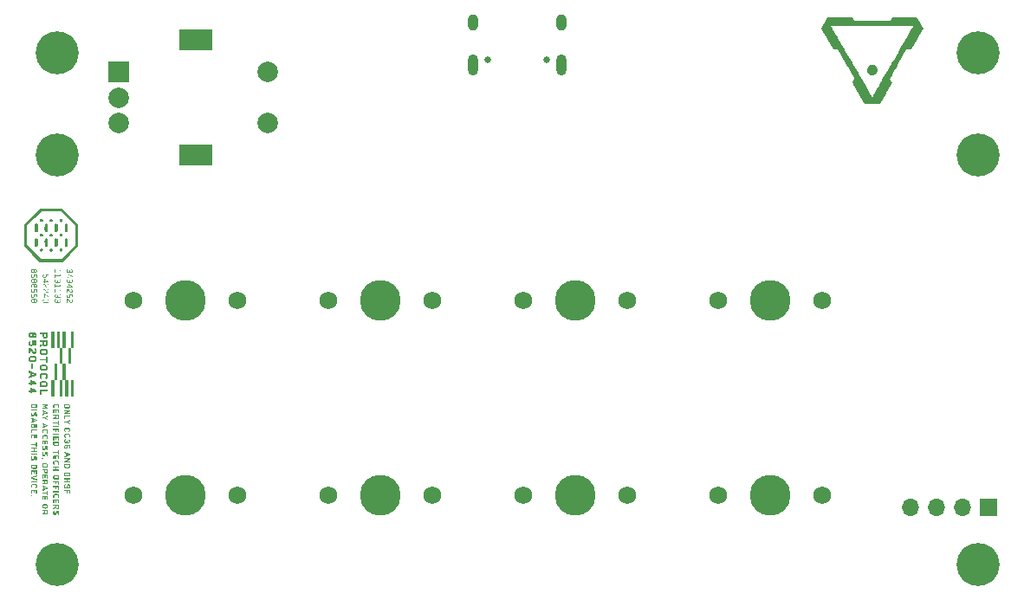
<source format=gbr>
%TF.GenerationSoftware,KiCad,Pcbnew,8.0.2-1*%
%TF.CreationDate,2024-05-13T14:31:14+01:00*%
%TF.ProjectId,Daisy V2 - STM32,44616973-7920-4563-9220-2d2053544d33,rev?*%
%TF.SameCoordinates,Original*%
%TF.FileFunction,Soldermask,Top*%
%TF.FilePolarity,Negative*%
%FSLAX46Y46*%
G04 Gerber Fmt 4.6, Leading zero omitted, Abs format (unit mm)*
G04 Created by KiCad (PCBNEW 8.0.2-1) date 2024-05-13 14:31:14*
%MOMM*%
%LPD*%
G01*
G04 APERTURE LIST*
%ADD10C,0.000000*%
%ADD11R,1.700000X1.700000*%
%ADD12O,1.700000X1.700000*%
%ADD13C,4.200000*%
%ADD14R,2.000000X2.000000*%
%ADD15C,2.000000*%
%ADD16R,3.200000X2.000000*%
%ADD17C,1.750000*%
%ADD18C,3.987800*%
%ADD19C,0.650000*%
%ADD20O,1.000000X1.600000*%
%ADD21O,1.000000X2.100000*%
G04 APERTURE END LIST*
D10*
%TO.C,G\u002A\u002A\u002A*%
G36*
X103381349Y-29717043D02*
G01*
X103433960Y-29720777D01*
X103474059Y-29728985D01*
X103510790Y-29743289D01*
X103538270Y-29757200D01*
X103643151Y-29829442D01*
X103724722Y-29921767D01*
X103782431Y-30033466D01*
X103802066Y-30095974D01*
X103817859Y-30216121D01*
X103804651Y-30332810D01*
X103764265Y-30442267D01*
X103698525Y-30540717D01*
X103609252Y-30624386D01*
X103520536Y-30678933D01*
X103452204Y-30702615D01*
X103366850Y-30717467D01*
X103277282Y-30722425D01*
X103196308Y-30716424D01*
X103162112Y-30708699D01*
X103099046Y-30681856D01*
X103029226Y-30640496D01*
X102963994Y-30592285D01*
X102914691Y-30544889D01*
X102908632Y-30537362D01*
X102842731Y-30427846D01*
X102805356Y-30311188D01*
X102797287Y-30190952D01*
X102811969Y-30096468D01*
X102857613Y-29975201D01*
X102927289Y-29873108D01*
X103020537Y-29790783D01*
X103075892Y-29757200D01*
X103115516Y-29737866D01*
X103152339Y-29725723D01*
X103195505Y-29719150D01*
X103254160Y-29716521D01*
X103307081Y-29716159D01*
X103381349Y-29717043D01*
G37*
G36*
X107985767Y-25581699D02*
G01*
X108053845Y-25700138D01*
X108116800Y-25810797D01*
X108173004Y-25910726D01*
X108220825Y-25996975D01*
X108258633Y-26066595D01*
X108284798Y-26116633D01*
X108297690Y-26144142D01*
X108298769Y-26148113D01*
X108291075Y-26164835D01*
X108269058Y-26206100D01*
X108233906Y-26269814D01*
X108186808Y-26353884D01*
X108128953Y-26456213D01*
X108061529Y-26574710D01*
X107985725Y-26707278D01*
X107902730Y-26851824D01*
X107813732Y-27006254D01*
X107719921Y-27168473D01*
X107703872Y-27196171D01*
X107109809Y-28221111D01*
X106888206Y-28225355D01*
X106666602Y-28229600D01*
X105880774Y-29587705D01*
X105771335Y-29776887D01*
X105665879Y-29959271D01*
X105565479Y-30132996D01*
X105471210Y-30296200D01*
X105384145Y-30447020D01*
X105305359Y-30583593D01*
X105235925Y-30704057D01*
X105176918Y-30806550D01*
X105129412Y-30889209D01*
X105094482Y-30950172D01*
X105073200Y-30987576D01*
X105067098Y-30998558D01*
X105039250Y-31051305D01*
X105140307Y-31236119D01*
X105177295Y-31304885D01*
X105208207Y-31364496D01*
X105230306Y-31409508D01*
X105240853Y-31434475D01*
X105241365Y-31437033D01*
X105233831Y-31452625D01*
X105212014Y-31492812D01*
X105177093Y-31555522D01*
X105130248Y-31638681D01*
X105072657Y-31740217D01*
X105005500Y-31858059D01*
X104929955Y-31990133D01*
X104847201Y-32134367D01*
X104758418Y-32288689D01*
X104664784Y-32451026D01*
X104645599Y-32484239D01*
X104049833Y-33515346D01*
X103307138Y-33515346D01*
X102564443Y-33515346D01*
X102081288Y-32679212D01*
X101991929Y-32524579D01*
X101903702Y-32371928D01*
X101818410Y-32224376D01*
X101737858Y-32085042D01*
X101663847Y-31957044D01*
X101598180Y-31843499D01*
X101542660Y-31747526D01*
X101499091Y-31672243D01*
X101471000Y-31623744D01*
X101343866Y-31404410D01*
X101459512Y-31228096D01*
X101575157Y-31051782D01*
X101547187Y-30998796D01*
X101535689Y-30978280D01*
X101509819Y-30932950D01*
X101470650Y-30864671D01*
X101419257Y-30775304D01*
X101356715Y-30666714D01*
X101284098Y-30540761D01*
X101202479Y-30399310D01*
X101112934Y-30244224D01*
X101016536Y-30077364D01*
X100914361Y-29900594D01*
X100807481Y-29715777D01*
X100733389Y-29587705D01*
X99947560Y-28229600D01*
X99725767Y-28225355D01*
X99503974Y-28221111D01*
X98910133Y-27196171D01*
X98815664Y-27032848D01*
X98725809Y-26876965D01*
X98641755Y-26730617D01*
X98564691Y-26595899D01*
X98495807Y-26474904D01*
X98436289Y-26369729D01*
X98387327Y-26282467D01*
X98350110Y-26215212D01*
X98325826Y-26170060D01*
X98315663Y-26149105D01*
X98315426Y-26148113D01*
X98322728Y-26130129D01*
X98343936Y-26088472D01*
X98377420Y-26026091D01*
X98421549Y-25945936D01*
X98440962Y-25911242D01*
X99292093Y-25911242D01*
X99299672Y-25925156D01*
X99321889Y-25964361D01*
X99357964Y-26027510D01*
X99407117Y-26113251D01*
X99468568Y-26220235D01*
X99541537Y-26347111D01*
X99625245Y-26492532D01*
X99718911Y-26655145D01*
X99821755Y-26833603D01*
X99932999Y-27026554D01*
X100051860Y-27232650D01*
X100177561Y-27450540D01*
X100309320Y-27678874D01*
X100446359Y-27916303D01*
X100587896Y-28161477D01*
X100733153Y-28413047D01*
X100881348Y-28669662D01*
X101031703Y-28929972D01*
X101183437Y-29192628D01*
X101335771Y-29456281D01*
X101487924Y-29719579D01*
X101639117Y-29981175D01*
X101788570Y-30239716D01*
X101935502Y-30493855D01*
X102079134Y-30742241D01*
X102218686Y-30983524D01*
X102353378Y-31216355D01*
X102482431Y-31439383D01*
X102605063Y-31651260D01*
X102720496Y-31850634D01*
X102827949Y-32036157D01*
X102926642Y-32206479D01*
X103015796Y-32360249D01*
X103094631Y-32496119D01*
X103162367Y-32612738D01*
X103218223Y-32708756D01*
X103261420Y-32782824D01*
X103291178Y-32833591D01*
X103306717Y-32859709D01*
X103308919Y-32863101D01*
X103316726Y-32849696D01*
X103339315Y-32810713D01*
X103376044Y-32747263D01*
X103426271Y-32660458D01*
X103489354Y-32551408D01*
X103564650Y-32421224D01*
X103651517Y-32271017D01*
X103749313Y-32101897D01*
X103857395Y-31914976D01*
X103975122Y-31711365D01*
X104101849Y-31492174D01*
X104236937Y-31258514D01*
X104379741Y-31011496D01*
X104529621Y-30752231D01*
X104685933Y-30481831D01*
X104848035Y-30201405D01*
X105015285Y-29912064D01*
X105187040Y-29614920D01*
X105310352Y-29401581D01*
X105485005Y-29099388D01*
X105655642Y-28804091D01*
X105821618Y-28516810D01*
X105982287Y-28238661D01*
X106137006Y-27970764D01*
X106285128Y-27714237D01*
X106426008Y-27470198D01*
X106559002Y-27239765D01*
X106683465Y-27024058D01*
X106798751Y-26824193D01*
X106904214Y-26641290D01*
X106999211Y-26476466D01*
X107083096Y-26330841D01*
X107155224Y-26205532D01*
X107214949Y-26101657D01*
X107261627Y-26020336D01*
X107294613Y-25962686D01*
X107313261Y-25929826D01*
X107317435Y-25922182D01*
X107314299Y-25919998D01*
X107302479Y-25917968D01*
X107280963Y-25916085D01*
X107248740Y-25914346D01*
X107204798Y-25912745D01*
X107148125Y-25911275D01*
X107077709Y-25909934D01*
X106992537Y-25908714D01*
X106891599Y-25907611D01*
X106773882Y-25906619D01*
X106638375Y-25905734D01*
X106484064Y-25904950D01*
X106309940Y-25904262D01*
X106114988Y-25903665D01*
X105898199Y-25903153D01*
X105658559Y-25902722D01*
X105395057Y-25902366D01*
X105106681Y-25902079D01*
X104792420Y-25901857D01*
X104451260Y-25901695D01*
X104082190Y-25901586D01*
X103684199Y-25901527D01*
X103308730Y-25901511D01*
X102959033Y-25901548D01*
X102617465Y-25901657D01*
X102285303Y-25901833D01*
X101963825Y-25902076D01*
X101654311Y-25902380D01*
X101358037Y-25902744D01*
X101076283Y-25903164D01*
X100810326Y-25903637D01*
X100561445Y-25904159D01*
X100330918Y-25904729D01*
X100120024Y-25905342D01*
X99930039Y-25905996D01*
X99762243Y-25906688D01*
X99617914Y-25907413D01*
X99498330Y-25908171D01*
X99404769Y-25908956D01*
X99338510Y-25909766D01*
X99300830Y-25910599D01*
X99292093Y-25911242D01*
X98440962Y-25911242D01*
X98474694Y-25850958D01*
X98535224Y-25744108D01*
X98601508Y-25628335D01*
X98628395Y-25581699D01*
X98942232Y-25038405D01*
X100153661Y-25038536D01*
X101365091Y-25038668D01*
X101470176Y-25223488D01*
X101575261Y-25408307D01*
X103307827Y-25408307D01*
X105040392Y-25408307D01*
X105164302Y-25223356D01*
X105288212Y-25038405D01*
X106480071Y-25038405D01*
X107671931Y-25038405D01*
X107985767Y-25581699D01*
G37*
G36*
X21257398Y-59196629D02*
G01*
X21257398Y-59436360D01*
X21188904Y-59436360D01*
X21120410Y-59436360D01*
X21120410Y-59196629D01*
X21120410Y-58956899D01*
X21188904Y-58956899D01*
X21257398Y-58956899D01*
X21257398Y-59196629D01*
G37*
G36*
X21668365Y-67775750D02*
G01*
X21668365Y-67827320D01*
X21385825Y-67824267D01*
X21103286Y-67821214D01*
X21099776Y-67772697D01*
X21096265Y-67724180D01*
X21382315Y-67724180D01*
X21668365Y-67724180D01*
X21668365Y-67775750D01*
G37*
G36*
X21668365Y-70481278D02*
G01*
X21668365Y-70532848D01*
X21385825Y-70529795D01*
X21103286Y-70526742D01*
X21099776Y-70478225D01*
X21096265Y-70429708D01*
X21382315Y-70429708D01*
X21668365Y-70429708D01*
X21668365Y-70481278D01*
G37*
G36*
X23369309Y-56588135D02*
G01*
X23369309Y-57381528D01*
X23232320Y-57381528D01*
X23095331Y-57381528D01*
X23095331Y-56588135D01*
X23095331Y-55794742D01*
X23232320Y-55794742D01*
X23369309Y-55794742D01*
X23369309Y-56588135D01*
G37*
G36*
X23369309Y-61319955D02*
G01*
X23369309Y-62107641D01*
X23232320Y-62107641D01*
X23095331Y-62107641D01*
X23095331Y-61319955D01*
X23095331Y-60532270D01*
X23232320Y-60532270D01*
X23369309Y-60532270D01*
X23369309Y-61319955D01*
G37*
G36*
X23643286Y-59744584D02*
G01*
X23643286Y-60532270D01*
X23506297Y-60532270D01*
X23369309Y-60532270D01*
X23369309Y-59744584D01*
X23369309Y-58956899D01*
X23506297Y-58956899D01*
X23643286Y-58956899D01*
X23643286Y-59744584D01*
G37*
G36*
X23837353Y-65081438D02*
G01*
X23837353Y-65132809D01*
X23551960Y-65132809D01*
X23266567Y-65132809D01*
X23266567Y-65081438D01*
X23266567Y-65030068D01*
X23551960Y-65030068D01*
X23837353Y-65030068D01*
X23837353Y-65081438D01*
G37*
G36*
X23837353Y-71451416D02*
G01*
X23837353Y-71502787D01*
X23551960Y-71502787D01*
X23266567Y-71502787D01*
X23266567Y-71451416D01*
X23266567Y-71400045D01*
X23551960Y-71400045D01*
X23837353Y-71400045D01*
X23837353Y-71451416D01*
G37*
G36*
X23549106Y-65797576D02*
G01*
X23831646Y-65800629D01*
X23835156Y-65849146D01*
X23838666Y-65897663D01*
X23552617Y-65897663D01*
X23266567Y-65897663D01*
X23266567Y-65846093D01*
X23266567Y-65794523D01*
X23549106Y-65797576D01*
G37*
G36*
X24191241Y-61319955D02*
G01*
X24191241Y-62107641D01*
X24054252Y-62107641D01*
X23917264Y-62107641D01*
X23917264Y-61319955D01*
X23917264Y-60532270D01*
X24054252Y-60532270D01*
X24191241Y-60532270D01*
X24191241Y-61319955D01*
G37*
G36*
X25287151Y-61319955D02*
G01*
X25287151Y-62107641D01*
X25144455Y-62107641D01*
X25001758Y-62107641D01*
X25001758Y-61319955D01*
X25001758Y-60532270D01*
X25144455Y-60532270D01*
X25287151Y-60532270D01*
X25287151Y-61319955D01*
G37*
G36*
X21223151Y-71828732D02*
G01*
X21223151Y-71892115D01*
X21163219Y-71888664D01*
X21103286Y-71885214D01*
X21099906Y-71833418D01*
X21099522Y-71800575D01*
X21102487Y-71777952D01*
X21104662Y-71773485D01*
X21120018Y-71768709D01*
X21149813Y-71765782D01*
X21167975Y-71765348D01*
X21223151Y-71765348D01*
X21223151Y-71828732D01*
G37*
G36*
X21668365Y-65435326D02*
G01*
X21668365Y-65486697D01*
X21434342Y-65486697D01*
X21200320Y-65486697D01*
X21200320Y-65612926D01*
X21200320Y-65739156D01*
X21151803Y-65735645D01*
X21103286Y-65732135D01*
X21100135Y-65558045D01*
X21096984Y-65383955D01*
X21382674Y-65383955D01*
X21668365Y-65383955D01*
X21668365Y-65435326D01*
G37*
G36*
X22718612Y-61548270D02*
G01*
X22718612Y-61628180D01*
X22410387Y-61628180D01*
X22102162Y-61628180D01*
X22102162Y-61799416D01*
X22102162Y-61970652D01*
X22027960Y-61970652D01*
X21953758Y-61970652D01*
X21953758Y-61719506D01*
X21953758Y-61468360D01*
X22336185Y-61468360D01*
X22718612Y-61468360D01*
X22718612Y-61548270D01*
G37*
G36*
X24633601Y-64028138D02*
G01*
X24916140Y-64031191D01*
X24919650Y-64079708D01*
X24923161Y-64128225D01*
X24682774Y-64128225D01*
X24442387Y-64128225D01*
X24442387Y-64253798D01*
X24442387Y-64379371D01*
X24396724Y-64379371D01*
X24351061Y-64379371D01*
X24351061Y-64202228D01*
X24351061Y-64025084D01*
X24633601Y-64028138D01*
G37*
G36*
X21668365Y-63483236D02*
G01*
X21668365Y-63534607D01*
X21382971Y-63534607D01*
X21097578Y-63534607D01*
X21097578Y-63490847D01*
X21099402Y-63460679D01*
X21103914Y-63441368D01*
X21105189Y-63439476D01*
X21118266Y-63437362D01*
X21150963Y-63435475D01*
X21200065Y-63433898D01*
X21262362Y-63432718D01*
X21334640Y-63432021D01*
X21390582Y-63431865D01*
X21668365Y-63431865D01*
X21668365Y-63483236D01*
G37*
G36*
X21668365Y-66810922D02*
G01*
X21668365Y-67016405D01*
X21622702Y-67016405D01*
X21577039Y-67016405D01*
X21577039Y-66942202D01*
X21577039Y-66868000D01*
X21337309Y-66868000D01*
X21097578Y-66868000D01*
X21097578Y-66816629D01*
X21097578Y-66765259D01*
X21337309Y-66765259D01*
X21577039Y-66765259D01*
X21577039Y-66685348D01*
X21577039Y-66605438D01*
X21622702Y-66605438D01*
X21668365Y-66605438D01*
X21668365Y-66810922D01*
G37*
G36*
X22718612Y-58545933D02*
G01*
X22718612Y-58831326D01*
X22644410Y-58831326D01*
X22570207Y-58831326D01*
X22570207Y-58728584D01*
X22570207Y-58625843D01*
X22261983Y-58625843D01*
X21953758Y-58625843D01*
X21953758Y-58545933D01*
X21953758Y-58466023D01*
X22261983Y-58466023D01*
X22570207Y-58466023D01*
X22570207Y-58363281D01*
X22570207Y-58260539D01*
X22644410Y-58260539D01*
X22718612Y-58260539D01*
X22718612Y-58545933D01*
G37*
G36*
X22752859Y-71565573D02*
G01*
X22752859Y-71765348D01*
X22701488Y-71765348D01*
X22650117Y-71765348D01*
X22650117Y-71691146D01*
X22650117Y-71616944D01*
X22416095Y-71616944D01*
X22182073Y-71616944D01*
X22182073Y-71565573D01*
X22182073Y-71514202D01*
X22416095Y-71514202D01*
X22650117Y-71514202D01*
X22650117Y-71440000D01*
X22650117Y-71365798D01*
X22701488Y-71365798D01*
X22752859Y-71365798D01*
X22752859Y-71565573D01*
G37*
G36*
X23837353Y-64699011D02*
G01*
X23837353Y-64904495D01*
X23785983Y-64904495D01*
X23734612Y-64904495D01*
X23734612Y-64830292D01*
X23734612Y-64756090D01*
X23500589Y-64756090D01*
X23266567Y-64756090D01*
X23266567Y-64704719D01*
X23266567Y-64653348D01*
X23500589Y-64653348D01*
X23734612Y-64653348D01*
X23734612Y-64573438D01*
X23734612Y-64493528D01*
X23785983Y-64493528D01*
X23837353Y-64493528D01*
X23837353Y-64699011D01*
G37*
G36*
X23837353Y-67575119D02*
G01*
X23837353Y-67781259D01*
X23785983Y-67781259D01*
X23734612Y-67781259D01*
X23734612Y-67707056D01*
X23734612Y-67632854D01*
X23500589Y-67632854D01*
X23266567Y-67632854D01*
X23266567Y-67581483D01*
X23266567Y-67530113D01*
X23500068Y-67530113D01*
X23733569Y-67530113D01*
X23736944Y-67453056D01*
X23740320Y-67376000D01*
X23788837Y-67372490D01*
X23837353Y-67368980D01*
X23837353Y-67575119D01*
G37*
G36*
X22162234Y-44776537D02*
G01*
X22209086Y-44805821D01*
X22218151Y-44814770D01*
X22249528Y-44862943D01*
X22261441Y-44915293D01*
X22255569Y-44967383D01*
X22233596Y-45014780D01*
X22197200Y-45053048D01*
X22148064Y-45077754D01*
X22116114Y-45083963D01*
X22056224Y-45079721D01*
X22005250Y-45057198D01*
X21966156Y-45019960D01*
X21941903Y-44971575D01*
X21935455Y-44915610D01*
X21942715Y-44875167D01*
X21968084Y-44826401D01*
X22007691Y-44791065D01*
X22056566Y-44770249D01*
X22109737Y-44765043D01*
X22162234Y-44776537D01*
G37*
G36*
X22156458Y-46214319D02*
G01*
X22201777Y-46238126D01*
X22236877Y-46277552D01*
X22243644Y-46290197D01*
X22260353Y-46348125D01*
X22257178Y-46403695D01*
X22236475Y-46453034D01*
X22200598Y-46492271D01*
X22151901Y-46517531D01*
X22100815Y-46525126D01*
X22042516Y-46515062D01*
X21994004Y-46487580D01*
X21958233Y-46446585D01*
X21938158Y-46395985D01*
X21936735Y-46339684D01*
X21942308Y-46315605D01*
X21967692Y-46267303D01*
X22006535Y-46232624D01*
X22054101Y-46211968D01*
X22105654Y-46205733D01*
X22156458Y-46214319D01*
G37*
G36*
X23837353Y-65480989D02*
G01*
X23837353Y-65657933D01*
X23785983Y-65657933D01*
X23734612Y-65657933D01*
X23734612Y-65532360D01*
X23734612Y-65406787D01*
X23666117Y-65406787D01*
X23597623Y-65406787D01*
X23597623Y-65527308D01*
X23597623Y-65647830D01*
X23549106Y-65644319D01*
X23500589Y-65640809D01*
X23497336Y-65523798D01*
X23494083Y-65406787D01*
X23380325Y-65406787D01*
X23266567Y-65406787D01*
X23266567Y-65355416D01*
X23266567Y-65304045D01*
X23551960Y-65304045D01*
X23837353Y-65304045D01*
X23837353Y-65480989D01*
G37*
G36*
X23837353Y-70583820D02*
G01*
X23837353Y-70760764D01*
X23785983Y-70760764D01*
X23734612Y-70760764D01*
X23734612Y-70635191D01*
X23734612Y-70509618D01*
X23666117Y-70509618D01*
X23597623Y-70509618D01*
X23597623Y-70623775D01*
X23597623Y-70737933D01*
X23546252Y-70737933D01*
X23494882Y-70737933D01*
X23494882Y-70623775D01*
X23494882Y-70509618D01*
X23380724Y-70509618D01*
X23266567Y-70509618D01*
X23266567Y-70458247D01*
X23266567Y-70406877D01*
X23551960Y-70406877D01*
X23837353Y-70406877D01*
X23837353Y-70583820D01*
G37*
G36*
X23837353Y-71081061D02*
G01*
X23837353Y-71264369D01*
X23788837Y-71260859D01*
X23740320Y-71257348D01*
X23737092Y-71128922D01*
X23733864Y-71000495D01*
X23665744Y-71000495D01*
X23597623Y-71000495D01*
X23597623Y-71120360D01*
X23597623Y-71240225D01*
X23546252Y-71240225D01*
X23494882Y-71240225D01*
X23494882Y-71120360D01*
X23494882Y-71000495D01*
X23380724Y-71000495D01*
X23266567Y-71000495D01*
X23266567Y-70949124D01*
X23266567Y-70897753D01*
X23551960Y-70897753D01*
X23837353Y-70897753D01*
X23837353Y-71081061D01*
G37*
G36*
X24098593Y-44773615D02*
G01*
X24141736Y-44797117D01*
X24175987Y-44833726D01*
X24197359Y-44882791D01*
X24202539Y-44926966D01*
X24192274Y-44986018D01*
X24163687Y-45034233D01*
X24119968Y-45068419D01*
X24064306Y-45085388D01*
X24042837Y-45086669D01*
X23983918Y-45076818D01*
X23935646Y-45049687D01*
X23900755Y-45009028D01*
X23881980Y-44958596D01*
X23882055Y-44902142D01*
X23889030Y-44875596D01*
X23916834Y-44823757D01*
X23955679Y-44788293D01*
X24001578Y-44768550D01*
X24050545Y-44763876D01*
X24098593Y-44773615D01*
G37*
G36*
X24102840Y-47654400D02*
G01*
X24150336Y-47683180D01*
X24184250Y-47726917D01*
X24201223Y-47782198D01*
X24202539Y-47803731D01*
X24192513Y-47864051D01*
X24164181Y-47912750D01*
X24120284Y-47947057D01*
X24063563Y-47964199D01*
X24042491Y-47965617D01*
X23986792Y-47956206D01*
X23939672Y-47929187D01*
X23904251Y-47888819D01*
X23883654Y-47839365D01*
X23881004Y-47785083D01*
X23888189Y-47755105D01*
X23916206Y-47699977D01*
X23955755Y-47664216D01*
X24008689Y-47646506D01*
X24045124Y-47643985D01*
X24102840Y-47654400D01*
G37*
G36*
X24104507Y-46215658D02*
G01*
X24152172Y-46243982D01*
X24185420Y-46287805D01*
X24201550Y-46344388D01*
X24202657Y-46365348D01*
X24192758Y-46425920D01*
X24164731Y-46474211D01*
X24121078Y-46507721D01*
X24064302Y-46523947D01*
X24042837Y-46525083D01*
X23984581Y-46515268D01*
X23936454Y-46488375D01*
X23901295Y-46448233D01*
X23881948Y-46398671D01*
X23881254Y-46343517D01*
X23888189Y-46316723D01*
X23916202Y-46261601D01*
X23955749Y-46225837D01*
X24008694Y-46208111D01*
X24045124Y-46205571D01*
X24104507Y-46215658D01*
G37*
G36*
X24921848Y-63517131D02*
G01*
X24921848Y-63568149D01*
X24736342Y-63662681D01*
X24550837Y-63757214D01*
X24736342Y-63760350D01*
X24921848Y-63763487D01*
X24921848Y-63814575D01*
X24921848Y-63865663D01*
X24636455Y-63865663D01*
X24351061Y-63865663D01*
X24351061Y-63810246D01*
X24351061Y-63754829D01*
X24525151Y-63664695D01*
X24699241Y-63574562D01*
X24525151Y-63571411D01*
X24351061Y-63568259D01*
X24351061Y-63517186D01*
X24351061Y-63466113D01*
X24636455Y-63466113D01*
X24921848Y-63466113D01*
X24921848Y-63517131D01*
G37*
G36*
X24633601Y-71277127D02*
G01*
X24916140Y-71280180D01*
X24916140Y-71457124D01*
X24916140Y-71634068D01*
X24867623Y-71637578D01*
X24819106Y-71641088D01*
X24819106Y-71509151D01*
X24819106Y-71377214D01*
X24750612Y-71377214D01*
X24682117Y-71377214D01*
X24682117Y-71497079D01*
X24682117Y-71616944D01*
X24630747Y-71616944D01*
X24579376Y-71616944D01*
X24579376Y-71497079D01*
X24579376Y-71377214D01*
X24465219Y-71377214D01*
X24351061Y-71377214D01*
X24351061Y-71325643D01*
X24351061Y-71274073D01*
X24633601Y-71277127D01*
G37*
G36*
X24633601Y-68183464D02*
G01*
X24916140Y-68186517D01*
X24919395Y-68237888D01*
X24922649Y-68289259D01*
X24731035Y-68388909D01*
X24539421Y-68488559D01*
X24731291Y-68488796D01*
X24923161Y-68489034D01*
X24919650Y-68537551D01*
X24916140Y-68586068D01*
X24632997Y-68589122D01*
X24349854Y-68592177D01*
X24353312Y-68533538D01*
X24356769Y-68474898D01*
X24539421Y-68379405D01*
X24722073Y-68283912D01*
X24536567Y-68283732D01*
X24351061Y-68283551D01*
X24351061Y-68231981D01*
X24351061Y-68180410D01*
X24633601Y-68183464D01*
G37*
G36*
X22127565Y-68094080D02*
G01*
X22156665Y-68106194D01*
X22195047Y-68123314D01*
X22237097Y-68142924D01*
X22277204Y-68162513D01*
X22282751Y-68165318D01*
X22281882Y-68175878D01*
X22276292Y-68199403D01*
X22268445Y-68227188D01*
X22260805Y-68250525D01*
X22255837Y-68260708D01*
X22255750Y-68260719D01*
X22244935Y-68256253D01*
X22218823Y-68244469D01*
X22182763Y-68227788D01*
X22177646Y-68225396D01*
X22102162Y-68190073D01*
X22102162Y-68139778D01*
X22104432Y-68109516D01*
X22110160Y-68091590D01*
X22113362Y-68089483D01*
X22127565Y-68094080D01*
G37*
G36*
X22161354Y-47654035D02*
G01*
X22208608Y-47682745D01*
X22241803Y-47727545D01*
X22258295Y-47785937D01*
X22258820Y-47791197D01*
X22254444Y-47849584D01*
X22232953Y-47897717D01*
X22198259Y-47934227D01*
X22154278Y-47957747D01*
X22104924Y-47966908D01*
X22054112Y-47960343D01*
X22005757Y-47936685D01*
X21963772Y-47894564D01*
X21963618Y-47894351D01*
X21945618Y-47855858D01*
X21936386Y-47808785D01*
X21938372Y-47766087D01*
X21938947Y-47763775D01*
X21963615Y-47712652D01*
X22004810Y-47673480D01*
X22057887Y-47649658D01*
X22102688Y-47643910D01*
X22161354Y-47654035D01*
G37*
G36*
X23118874Y-44772299D02*
G01*
X23161634Y-44795499D01*
X23200291Y-44837893D01*
X23206634Y-44846940D01*
X23227498Y-44896244D01*
X23228297Y-44948893D01*
X23210250Y-44999969D01*
X23174577Y-45044555D01*
X23153575Y-45060874D01*
X23103795Y-45082854D01*
X23053488Y-45085953D01*
X23005740Y-45073084D01*
X22963640Y-45047163D01*
X22930273Y-45011102D01*
X22908726Y-44967815D01*
X22902087Y-44920217D01*
X22913443Y-44871222D01*
X22926949Y-44846940D01*
X22965431Y-44801088D01*
X23007155Y-44774932D01*
X23057340Y-44765424D01*
X23066792Y-44765244D01*
X23118874Y-44772299D01*
G37*
G36*
X23127843Y-47657613D02*
G01*
X23169944Y-47683534D01*
X23203310Y-47719595D01*
X23224857Y-47762882D01*
X23231496Y-47810479D01*
X23220141Y-47859475D01*
X23206634Y-47883757D01*
X23168152Y-47929609D01*
X23126428Y-47955765D01*
X23076243Y-47965273D01*
X23066792Y-47965453D01*
X23014710Y-47958398D01*
X22971950Y-47935197D01*
X22933292Y-47892804D01*
X22926949Y-47883757D01*
X22904895Y-47833192D01*
X22905410Y-47779372D01*
X22921259Y-47735464D01*
X22944814Y-47701984D01*
X22976047Y-47672600D01*
X22980008Y-47669823D01*
X23029788Y-47647843D01*
X23080096Y-47644744D01*
X23127843Y-47657613D01*
G37*
G36*
X21668365Y-67204764D02*
G01*
X21668365Y-67256135D01*
X21554207Y-67256135D01*
X21440050Y-67256135D01*
X21440050Y-67353169D01*
X21440050Y-67450202D01*
X21554207Y-67450202D01*
X21668365Y-67450202D01*
X21668365Y-67501573D01*
X21668365Y-67552944D01*
X21382315Y-67552944D01*
X21096265Y-67552944D01*
X21099776Y-67504427D01*
X21103286Y-67455910D01*
X21220297Y-67452657D01*
X21337309Y-67449404D01*
X21337309Y-67353169D01*
X21337309Y-67256934D01*
X21220297Y-67253680D01*
X21103286Y-67250427D01*
X21099776Y-67201910D01*
X21096265Y-67153393D01*
X21382315Y-67153393D01*
X21668365Y-67153393D01*
X21668365Y-67204764D01*
G37*
G36*
X21668365Y-69556405D02*
G01*
X21668365Y-69733348D01*
X21622702Y-69733348D01*
X21577039Y-69733348D01*
X21577039Y-69607775D01*
X21577039Y-69482202D01*
X21508944Y-69482202D01*
X21440849Y-69482202D01*
X21437596Y-69599214D01*
X21434342Y-69716225D01*
X21385825Y-69719735D01*
X21337309Y-69723246D01*
X21337309Y-69602724D01*
X21337309Y-69482202D01*
X21268814Y-69482202D01*
X21200320Y-69482202D01*
X21200320Y-69607775D01*
X21200320Y-69733348D01*
X21148949Y-69733348D01*
X21097578Y-69733348D01*
X21097578Y-69556405D01*
X21097578Y-69379461D01*
X21382971Y-69379461D01*
X21668365Y-69379461D01*
X21668365Y-69556405D01*
G37*
G36*
X21668365Y-71428584D02*
G01*
X21668365Y-71605528D01*
X21622702Y-71605528D01*
X21577039Y-71605528D01*
X21577039Y-71479955D01*
X21577039Y-71354382D01*
X21508544Y-71354382D01*
X21440050Y-71354382D01*
X21440050Y-71468539D01*
X21440050Y-71582697D01*
X21388679Y-71582697D01*
X21337309Y-71582697D01*
X21337309Y-71468539D01*
X21337309Y-71354382D01*
X21268814Y-71354382D01*
X21200320Y-71354382D01*
X21200320Y-71479955D01*
X21200320Y-71605528D01*
X21148949Y-71605528D01*
X21097578Y-71605528D01*
X21097578Y-71428584D01*
X21097578Y-71251641D01*
X21382971Y-71251641D01*
X21668365Y-71251641D01*
X21668365Y-71428584D01*
G37*
G36*
X22752859Y-72079281D02*
G01*
X22752859Y-72256225D01*
X22701488Y-72256225D01*
X22650117Y-72256225D01*
X22650117Y-72130652D01*
X22650117Y-72005079D01*
X22581623Y-72005079D01*
X22513129Y-72005079D01*
X22513129Y-72124944D01*
X22513129Y-72244809D01*
X22467466Y-72244809D01*
X22421803Y-72244809D01*
X22421803Y-72124944D01*
X22421803Y-72005079D01*
X22353309Y-72005079D01*
X22284814Y-72005079D01*
X22284814Y-72130652D01*
X22284814Y-72256225D01*
X22233443Y-72256225D01*
X22182073Y-72256225D01*
X22182073Y-72079281D01*
X22182073Y-71902337D01*
X22467466Y-71902337D01*
X22752859Y-71902337D01*
X22752859Y-72079281D01*
G37*
G36*
X22752859Y-66640342D02*
G01*
X22752859Y-66823650D01*
X22704342Y-66820140D01*
X22655825Y-66816629D01*
X22652598Y-66688202D01*
X22649370Y-66559775D01*
X22581249Y-66559775D01*
X22513129Y-66559775D01*
X22513129Y-66679641D01*
X22513129Y-66799506D01*
X22467466Y-66799506D01*
X22421803Y-66799506D01*
X22421803Y-66679641D01*
X22421803Y-66559775D01*
X22353309Y-66559775D01*
X22284814Y-66559775D01*
X22284814Y-66691056D01*
X22284814Y-66822337D01*
X22233443Y-66822337D01*
X22182073Y-66822337D01*
X22182073Y-66639686D01*
X22182073Y-66457034D01*
X22467466Y-66457034D01*
X22752859Y-66457034D01*
X22752859Y-66640342D01*
G37*
G36*
X22752859Y-69973735D02*
G01*
X22752859Y-70157043D01*
X22704342Y-70153533D01*
X22655825Y-70150023D01*
X22652598Y-70021596D01*
X22649370Y-69893169D01*
X22581249Y-69893169D01*
X22513129Y-69893169D01*
X22513129Y-70013034D01*
X22513129Y-70132899D01*
X22467466Y-70132899D01*
X22421803Y-70132899D01*
X22421803Y-70013034D01*
X22421803Y-69893169D01*
X22353309Y-69893169D01*
X22284814Y-69893169D01*
X22284814Y-70024450D01*
X22284814Y-70155731D01*
X22233443Y-70155731D01*
X22182073Y-70155731D01*
X22182073Y-69973079D01*
X22182073Y-69790427D01*
X22467466Y-69790427D01*
X22752859Y-69790427D01*
X22752859Y-69973735D01*
G37*
G36*
X23835156Y-69039843D02*
G01*
X23831646Y-69088360D01*
X23714634Y-69091613D01*
X23597623Y-69094866D01*
X23597623Y-69191101D01*
X23597623Y-69287336D01*
X23714634Y-69290590D01*
X23831646Y-69293843D01*
X23835156Y-69342360D01*
X23838666Y-69390877D01*
X23552617Y-69390877D01*
X23266567Y-69390877D01*
X23266567Y-69339506D01*
X23266567Y-69288135D01*
X23380724Y-69288135D01*
X23494882Y-69288135D01*
X23494882Y-69191101D01*
X23494882Y-69094068D01*
X23380724Y-69094068D01*
X23266567Y-69094068D01*
X23266567Y-69042697D01*
X23266567Y-68991326D01*
X23552617Y-68991326D01*
X23838666Y-68991326D01*
X23835156Y-69039843D01*
G37*
G36*
X23837353Y-63608809D02*
G01*
X23837353Y-63785753D01*
X23785983Y-63785753D01*
X23734612Y-63785753D01*
X23734612Y-63660180D01*
X23734612Y-63534607D01*
X23666117Y-63534607D01*
X23597623Y-63534607D01*
X23597623Y-63648764D01*
X23597623Y-63762922D01*
X23546252Y-63762922D01*
X23494882Y-63762922D01*
X23494882Y-63648764D01*
X23494882Y-63534607D01*
X23432095Y-63534607D01*
X23369309Y-63534607D01*
X23369309Y-63660180D01*
X23369309Y-63785753D01*
X23317938Y-63785753D01*
X23266567Y-63785753D01*
X23266567Y-63608809D01*
X23266567Y-63431865D01*
X23551960Y-63431865D01*
X23837353Y-63431865D01*
X23837353Y-63608809D01*
G37*
G36*
X23837353Y-66245843D02*
G01*
X23837353Y-66422787D01*
X23785983Y-66422787D01*
X23734612Y-66422787D01*
X23734612Y-66297214D01*
X23734612Y-66171641D01*
X23666117Y-66171641D01*
X23597623Y-66171641D01*
X23597623Y-66292162D01*
X23597623Y-66412684D01*
X23549106Y-66409173D01*
X23500589Y-66405663D01*
X23497336Y-66288652D01*
X23494083Y-66171641D01*
X23431696Y-66171641D01*
X23369309Y-66171641D01*
X23369309Y-66297214D01*
X23369309Y-66422787D01*
X23317938Y-66422787D01*
X23266567Y-66422787D01*
X23266567Y-66245843D01*
X23266567Y-66068899D01*
X23551960Y-66068899D01*
X23837353Y-66068899D01*
X23837353Y-66245843D01*
G37*
G36*
X23837353Y-72398922D02*
G01*
X23837353Y-72575865D01*
X23785983Y-72575865D01*
X23734612Y-72575865D01*
X23734612Y-72450292D01*
X23734612Y-72324719D01*
X23666117Y-72324719D01*
X23597623Y-72324719D01*
X23597623Y-72445241D01*
X23597623Y-72565762D01*
X23549106Y-72562252D01*
X23500589Y-72558742D01*
X23497336Y-72441731D01*
X23494083Y-72324719D01*
X23431696Y-72324719D01*
X23369309Y-72324719D01*
X23369309Y-72450292D01*
X23369309Y-72575865D01*
X23317938Y-72575865D01*
X23266567Y-72575865D01*
X23266567Y-72398922D01*
X23266567Y-72221978D01*
X23551960Y-72221978D01*
X23837353Y-72221978D01*
X23837353Y-72398922D01*
G37*
G36*
X24921848Y-70184270D02*
G01*
X24921848Y-70235641D01*
X24801983Y-70235641D01*
X24682117Y-70235641D01*
X24682117Y-70338382D01*
X24682117Y-70441124D01*
X24802639Y-70441124D01*
X24923161Y-70441124D01*
X24919650Y-70489641D01*
X24916140Y-70538157D01*
X24633601Y-70541211D01*
X24351061Y-70544264D01*
X24351061Y-70492694D01*
X24351061Y-70441124D01*
X24465219Y-70441124D01*
X24579376Y-70441124D01*
X24579376Y-70338382D01*
X24579376Y-70235641D01*
X24465219Y-70235641D01*
X24351061Y-70235641D01*
X24351061Y-70184270D01*
X24351061Y-70132899D01*
X24636455Y-70132899D01*
X24921848Y-70132899D01*
X24921848Y-70184270D01*
G37*
G36*
X23107661Y-46207719D02*
G01*
X23136299Y-46216803D01*
X23164048Y-46236552D01*
X23168995Y-46240834D01*
X23208568Y-46288664D01*
X23227617Y-46343028D01*
X23225080Y-46400573D01*
X23222570Y-46409953D01*
X23204069Y-46447910D01*
X23175260Y-46484008D01*
X23168995Y-46489863D01*
X23140406Y-46511613D01*
X23112621Y-46522112D01*
X23074776Y-46525128D01*
X23067270Y-46525169D01*
X23025331Y-46522631D01*
X22995361Y-46512813D01*
X22969082Y-46494308D01*
X22927120Y-46446545D01*
X22906021Y-46392855D01*
X22906530Y-46336012D01*
X22917321Y-46301996D01*
X22936402Y-46271430D01*
X22963859Y-46240998D01*
X22969121Y-46236356D01*
X22997376Y-46216846D01*
X23027873Y-46207674D01*
X23067270Y-46205528D01*
X23107661Y-46207719D01*
G37*
G36*
X25281443Y-56588135D02*
G01*
X25281443Y-57375820D01*
X25147309Y-57379037D01*
X25013174Y-57382253D01*
X25013174Y-58169576D01*
X25013174Y-58956899D01*
X24870477Y-58956899D01*
X24727780Y-58956899D01*
X24727780Y-58171116D01*
X24727888Y-58039215D01*
X24728200Y-57914042D01*
X24728697Y-57797464D01*
X24729362Y-57691347D01*
X24730178Y-57597558D01*
X24731125Y-57517961D01*
X24732186Y-57454423D01*
X24733344Y-57408810D01*
X24734581Y-57382988D01*
X24735391Y-57377723D01*
X24749221Y-57374687D01*
X24780976Y-57372227D01*
X24825753Y-57370614D01*
X24872301Y-57370113D01*
X25001601Y-57370113D01*
X25004533Y-56585281D01*
X25007466Y-55800450D01*
X25144455Y-55800450D01*
X25281443Y-55800450D01*
X25281443Y-56588135D01*
G37*
G36*
X24919988Y-64401034D02*
G01*
X24921593Y-64427111D01*
X24921848Y-64445203D01*
X24921848Y-64499619D01*
X24812418Y-64563348D01*
X24702988Y-64627077D01*
X24809564Y-64688909D01*
X24916140Y-64750740D01*
X24919680Y-64806270D01*
X24921129Y-64828794D01*
X24920470Y-64844348D01*
X24915129Y-64852295D01*
X24902532Y-64851997D01*
X24880104Y-64842817D01*
X24845272Y-64824117D01*
X24795460Y-64795260D01*
X24737504Y-64761140D01*
X24593115Y-64676180D01*
X24472088Y-64676180D01*
X24351061Y-64676180D01*
X24351061Y-64624809D01*
X24351061Y-64573438D01*
X24476083Y-64573438D01*
X24601104Y-64573438D01*
X24757022Y-64482113D01*
X24810318Y-64451052D01*
X24856348Y-64424522D01*
X24891676Y-64404480D01*
X24912870Y-64392881D01*
X24917394Y-64390787D01*
X24919988Y-64401034D01*
G37*
G36*
X23462889Y-50192713D02*
G01*
X23469247Y-50205389D01*
X23471751Y-50232735D01*
X23472050Y-50258113D01*
X23472050Y-50326607D01*
X23705476Y-50326607D01*
X23938902Y-50326607D01*
X23942352Y-50266674D01*
X23945319Y-50231566D01*
X23951238Y-50213188D01*
X23963494Y-50205444D01*
X23977671Y-50203084D01*
X24009539Y-50199426D01*
X24006210Y-50294410D01*
X24002882Y-50389393D01*
X23737466Y-50392458D01*
X23472050Y-50395522D01*
X23472050Y-50458098D01*
X23471303Y-50493982D01*
X23467362Y-50512639D01*
X23457674Y-50519666D01*
X23443511Y-50520674D01*
X23414971Y-50520674D01*
X23414971Y-50362757D01*
X23415494Y-50304875D01*
X23416927Y-50255387D01*
X23419071Y-50218668D01*
X23421722Y-50199097D01*
X23422582Y-50197229D01*
X23439369Y-50190691D01*
X23451121Y-50189618D01*
X23462889Y-50192713D01*
G37*
G36*
X21668365Y-66046068D02*
G01*
X21668365Y-66228719D01*
X21623076Y-66228719D01*
X21577787Y-66228719D01*
X21574559Y-66100292D01*
X21571331Y-65971865D01*
X21505691Y-65968442D01*
X21440050Y-65965018D01*
X21440050Y-66085453D01*
X21440050Y-66205888D01*
X21388679Y-66205888D01*
X21337309Y-66205888D01*
X21337309Y-66086023D01*
X21337309Y-65966157D01*
X21268814Y-65966157D01*
X21200320Y-65966157D01*
X21200320Y-66098095D01*
X21200320Y-66230032D01*
X21151803Y-66226522D01*
X21103286Y-66223011D01*
X21100147Y-66051110D01*
X21099550Y-65990620D01*
X21099995Y-65938376D01*
X21101372Y-65898558D01*
X21103570Y-65875347D01*
X21104903Y-65871312D01*
X21118063Y-65869119D01*
X21150837Y-65867160D01*
X21200008Y-65865524D01*
X21262361Y-65864300D01*
X21334678Y-65863577D01*
X21390582Y-65863416D01*
X21668365Y-65863416D01*
X21668365Y-66046068D01*
G37*
G36*
X21652375Y-46680330D02*
G01*
X21706079Y-46708267D01*
X21736859Y-46736195D01*
X21765398Y-46766738D01*
X21765398Y-47085269D01*
X21765398Y-47403799D01*
X21723682Y-47445515D01*
X21691559Y-47473085D01*
X21659971Y-47486956D01*
X21626649Y-47492001D01*
X21564184Y-47487690D01*
X21512146Y-47463874D01*
X21472602Y-47421554D01*
X21468978Y-47415596D01*
X21461606Y-47401377D01*
X21455918Y-47385210D01*
X21451656Y-47363988D01*
X21448564Y-47334601D01*
X21446384Y-47293941D01*
X21444861Y-47238902D01*
X21443736Y-47166374D01*
X21443030Y-47101663D01*
X21442431Y-47007135D01*
X21442808Y-46932775D01*
X21444269Y-46875938D01*
X21446923Y-46833976D01*
X21450877Y-46804245D01*
X21455991Y-46784768D01*
X21473880Y-46743717D01*
X21494949Y-46717091D01*
X21526194Y-46696807D01*
X21536480Y-46691748D01*
X21595507Y-46674750D01*
X21652375Y-46680330D01*
G37*
G36*
X23517290Y-67909024D02*
G01*
X23563612Y-67909469D01*
X23831646Y-67912539D01*
X23834789Y-68092337D01*
X23837933Y-68272135D01*
X23786273Y-68272135D01*
X23734612Y-68272135D01*
X23734612Y-68146562D01*
X23734612Y-68020989D01*
X23666117Y-68020989D01*
X23597623Y-68020989D01*
X23597623Y-68135146D01*
X23597623Y-68249304D01*
X23546252Y-68249304D01*
X23494882Y-68249304D01*
X23494882Y-68135146D01*
X23494882Y-68020989D01*
X23432481Y-68020989D01*
X23370081Y-68020989D01*
X23366841Y-68143708D01*
X23363601Y-68266427D01*
X23315084Y-68269937D01*
X23266567Y-68273448D01*
X23266567Y-68095489D01*
X23267074Y-68023029D01*
X23268725Y-67970898D01*
X23271717Y-67936613D01*
X23276246Y-67917693D01*
X23281073Y-67911964D01*
X23296200Y-67910514D01*
X23330770Y-67909465D01*
X23381398Y-67908847D01*
X23444700Y-67908690D01*
X23517290Y-67909024D01*
G37*
G36*
X22752859Y-62930327D02*
G01*
X22752859Y-62988160D01*
X22615437Y-63053985D01*
X22478016Y-63119809D01*
X22615437Y-63184821D01*
X22752859Y-63249833D01*
X22752859Y-63306602D01*
X22752859Y-63363371D01*
X22467466Y-63363371D01*
X22182073Y-63363371D01*
X22182073Y-63312000D01*
X22182073Y-63260629D01*
X22367578Y-63259915D01*
X22553084Y-63259200D01*
X22436073Y-63203595D01*
X22384932Y-63178778D01*
X22351175Y-63160595D01*
X22331290Y-63146481D01*
X22321766Y-63133869D01*
X22319089Y-63120194D01*
X22319061Y-63118103D01*
X22321075Y-63104083D01*
X22329458Y-63091478D01*
X22347721Y-63077720D01*
X22379376Y-63060243D01*
X22427936Y-63036483D01*
X22436073Y-63032609D01*
X22553084Y-62977002D01*
X22367578Y-62976119D01*
X22182073Y-62975236D01*
X22182073Y-62923865D01*
X22182073Y-62872495D01*
X22467466Y-62872495D01*
X22752859Y-62872495D01*
X22752859Y-62930327D01*
G37*
G36*
X23462516Y-49701627D02*
G01*
X23468871Y-49713570D01*
X23471577Y-49739504D01*
X23472050Y-49772944D01*
X23472050Y-49847146D01*
X23705503Y-49847146D01*
X23938956Y-49847146D01*
X23942379Y-49781506D01*
X23945064Y-49744494D01*
X23949931Y-49724854D01*
X23959638Y-49717133D01*
X23974342Y-49715865D01*
X23988497Y-49716839D01*
X23996972Y-49722864D01*
X24001224Y-49738599D01*
X24002708Y-49768703D01*
X24002882Y-49807191D01*
X24002882Y-49898517D01*
X23737466Y-49901581D01*
X23472050Y-49904646D01*
X23472050Y-49967222D01*
X23471303Y-50003106D01*
X23467362Y-50021763D01*
X23457674Y-50028790D01*
X23443511Y-50029798D01*
X23414971Y-50029798D01*
X23414971Y-49871880D01*
X23415494Y-49813999D01*
X23416927Y-49764510D01*
X23419071Y-49727792D01*
X23421722Y-49708221D01*
X23422582Y-49706352D01*
X23439369Y-49699814D01*
X23451121Y-49698742D01*
X23462516Y-49701627D01*
G37*
G36*
X23462122Y-51654438D02*
G01*
X23469031Y-51668497D01*
X23472923Y-51697864D01*
X23474359Y-51722180D01*
X23477758Y-51793528D01*
X23708350Y-51796617D01*
X23938942Y-51799705D01*
X23942372Y-51733830D01*
X23945052Y-51696737D01*
X23949895Y-51677024D01*
X23959544Y-51669248D01*
X23974342Y-51667955D01*
X23988497Y-51668928D01*
X23996972Y-51674954D01*
X24001224Y-51690689D01*
X24002708Y-51720793D01*
X24002882Y-51759281D01*
X24002882Y-51850607D01*
X23737466Y-51853671D01*
X23472050Y-51856736D01*
X23472050Y-51919312D01*
X23471303Y-51955196D01*
X23467362Y-51973853D01*
X23457674Y-51980880D01*
X23443511Y-51981888D01*
X23414971Y-51981888D01*
X23414971Y-51823970D01*
X23415494Y-51766089D01*
X23416927Y-51716600D01*
X23419071Y-51679882D01*
X23421722Y-51660311D01*
X23422582Y-51658442D01*
X23439417Y-51651848D01*
X23450577Y-51650832D01*
X23462122Y-51654438D01*
G37*
G36*
X22287668Y-49700802D02*
G01*
X22301925Y-49705147D01*
X22310169Y-49716727D01*
X22314523Y-49741011D01*
X22316752Y-49775798D01*
X22320151Y-49847146D01*
X22553629Y-49847146D01*
X22787106Y-49847146D01*
X22787106Y-49778652D01*
X22787711Y-49740691D01*
X22791013Y-49720197D01*
X22799246Y-49711806D01*
X22814645Y-49710159D01*
X22815646Y-49710157D01*
X22829466Y-49711048D01*
X22837900Y-49716735D01*
X22842279Y-49731737D01*
X22843930Y-49760574D01*
X22844185Y-49807191D01*
X22844185Y-49904225D01*
X22581623Y-49904225D01*
X22319061Y-49904225D01*
X22319061Y-49967011D01*
X22318320Y-50002971D01*
X22314405Y-50021694D01*
X22304775Y-50028769D01*
X22290522Y-50029798D01*
X22261983Y-50029798D01*
X22261983Y-49863476D01*
X22262075Y-49798858D01*
X22262709Y-49753694D01*
X22264418Y-49724607D01*
X22267734Y-49708219D01*
X22273191Y-49701153D01*
X22281322Y-49700032D01*
X22287668Y-49700802D01*
G37*
G36*
X24048615Y-43739731D02*
G01*
X24162765Y-43739731D01*
X24930441Y-44507470D01*
X25698117Y-45275209D01*
X25698117Y-46365348D01*
X25698117Y-47455488D01*
X24930441Y-48223227D01*
X24162765Y-48990966D01*
X23072500Y-48990966D01*
X21982234Y-48990966D01*
X21214558Y-48223227D01*
X20446882Y-47455488D01*
X20446882Y-46365285D01*
X20446882Y-45389233D01*
X20720859Y-45389233D01*
X20720859Y-46365278D01*
X20720859Y-47341323D01*
X21408621Y-48029156D01*
X22096384Y-48716989D01*
X23072429Y-48716989D01*
X24048474Y-48716989D01*
X24736307Y-48029227D01*
X25424140Y-47341464D01*
X25424140Y-46365419D01*
X25424140Y-45389374D01*
X24736378Y-44701541D01*
X24048615Y-44013708D01*
X23072570Y-44013708D01*
X22096525Y-44013708D01*
X21408692Y-44701470D01*
X20720859Y-45389233D01*
X20446882Y-45389233D01*
X20446882Y-45275083D01*
X21214621Y-44507407D01*
X21982360Y-43739731D01*
X23072563Y-43739731D01*
X24048615Y-43739731D01*
G37*
G36*
X23459185Y-51172782D02*
G01*
X23467817Y-51180592D01*
X23471352Y-51200163D01*
X23472049Y-51236860D01*
X23472050Y-51239865D01*
X23472050Y-51308360D01*
X23705503Y-51308360D01*
X23938956Y-51308360D01*
X23942379Y-51242719D01*
X23945064Y-51205707D01*
X23949931Y-51186068D01*
X23959638Y-51178346D01*
X23974342Y-51177079D01*
X23988364Y-51178124D01*
X23997040Y-51184316D01*
X24001919Y-51200236D01*
X24004552Y-51230467D01*
X24006197Y-51271259D01*
X24009513Y-51365438D01*
X23740781Y-51365438D01*
X23472050Y-51365438D01*
X23472050Y-51434727D01*
X23471451Y-51472862D01*
X23468347Y-51493184D01*
X23460776Y-51500701D01*
X23446779Y-51500426D01*
X23446365Y-51500367D01*
X23436268Y-51498077D01*
X23429148Y-51492175D01*
X23424386Y-51479092D01*
X23421361Y-51455258D01*
X23419456Y-51417105D01*
X23418050Y-51361063D01*
X23417512Y-51334045D01*
X23414345Y-51171371D01*
X23443197Y-51171371D01*
X23459185Y-51172782D01*
G37*
G36*
X21662308Y-69841285D02*
G01*
X21667143Y-69858250D01*
X21668239Y-69889093D01*
X21668113Y-69944539D01*
X21467886Y-70007009D01*
X21403559Y-70027256D01*
X21346584Y-70045524D01*
X21300627Y-70060610D01*
X21269353Y-70071313D01*
X21256591Y-70076319D01*
X21263441Y-70081663D01*
X21289031Y-70092546D01*
X21330268Y-70107830D01*
X21384059Y-70126375D01*
X21447310Y-70147042D01*
X21456944Y-70150103D01*
X21668365Y-70217047D01*
X21668365Y-70270597D01*
X21668365Y-70324148D01*
X21396098Y-70235962D01*
X21320852Y-70211442D01*
X21252528Y-70188894D01*
X21194224Y-70169363D01*
X21149038Y-70153895D01*
X21120066Y-70143535D01*
X21110705Y-70139664D01*
X21103043Y-70124357D01*
X21098314Y-70094545D01*
X21097578Y-70075700D01*
X21097578Y-70019848D01*
X21367080Y-69932846D01*
X21442114Y-69908585D01*
X21510397Y-69886435D01*
X21568775Y-69867426D01*
X21614093Y-69852585D01*
X21643194Y-69842943D01*
X21652473Y-69839746D01*
X21662308Y-69841285D01*
G37*
G36*
X22752368Y-63985001D02*
G01*
X22753358Y-63998731D01*
X22752894Y-64018692D01*
X22752859Y-64023663D01*
X22752859Y-64079724D01*
X22650117Y-64139020D01*
X22607658Y-64163922D01*
X22573742Y-64184570D01*
X22552503Y-64198401D01*
X22547376Y-64202736D01*
X22556592Y-64209936D01*
X22581496Y-64225920D01*
X22617973Y-64248111D01*
X22650117Y-64267083D01*
X22752859Y-64327010D01*
X22752859Y-64381730D01*
X22751936Y-64413520D01*
X22749584Y-64433258D01*
X22747929Y-64436450D01*
X22736928Y-64430934D01*
X22709768Y-64415706D01*
X22669902Y-64392747D01*
X22620781Y-64364036D01*
X22588726Y-64345124D01*
X22434454Y-64253798D01*
X22308263Y-64253798D01*
X22182073Y-64253798D01*
X22182073Y-64202427D01*
X22182073Y-64151056D01*
X22308385Y-64151056D01*
X22434697Y-64151056D01*
X22568093Y-64072742D01*
X22633233Y-64034360D01*
X22681083Y-64006417D01*
X22714282Y-63988210D01*
X22735470Y-63979039D01*
X22747285Y-63978203D01*
X22752368Y-63985001D01*
G37*
G36*
X21388679Y-62872495D02*
G01*
X21668365Y-62872495D01*
X21668365Y-63026607D01*
X21668365Y-63180719D01*
X21622702Y-63226382D01*
X21577039Y-63272045D01*
X21389077Y-63272045D01*
X21201114Y-63272045D01*
X21161039Y-63236859D01*
X21135943Y-63210567D01*
X21118193Y-63180012D01*
X21106665Y-63140908D01*
X21100233Y-63088968D01*
X21097773Y-63019906D01*
X21097642Y-62995214D01*
X21097632Y-62975236D01*
X21200320Y-62975236D01*
X21200320Y-63054331D01*
X21202402Y-63104696D01*
X21209144Y-63136586D01*
X21218259Y-63151365D01*
X21230191Y-63159018D01*
X21250490Y-63164233D01*
X21282934Y-63167413D01*
X21331304Y-63168964D01*
X21385742Y-63169304D01*
X21455830Y-63168780D01*
X21506305Y-63165910D01*
X21540384Y-63158745D01*
X21561281Y-63145337D01*
X21572211Y-63123737D01*
X21576391Y-63091996D01*
X21577039Y-63053377D01*
X21577039Y-62975236D01*
X21388679Y-62975236D01*
X21200320Y-62975236D01*
X21097632Y-62975236D01*
X21097578Y-62872495D01*
X21382971Y-62872495D01*
X21388679Y-62872495D01*
G37*
G36*
X21666360Y-45245462D02*
G01*
X21697774Y-45262031D01*
X21723682Y-45285163D01*
X21765398Y-45326861D01*
X21768504Y-45632060D01*
X21769353Y-45723894D01*
X21769698Y-45795775D01*
X21769371Y-45850580D01*
X21768205Y-45891185D01*
X21766035Y-45920467D01*
X21762692Y-45941301D01*
X21758009Y-45956564D01*
X21751821Y-45969132D01*
X21748631Y-45974464D01*
X21709350Y-46019346D01*
X21660991Y-46046451D01*
X21608199Y-46055706D01*
X21555618Y-46047037D01*
X21507893Y-46020372D01*
X21471623Y-45978852D01*
X21463470Y-45964774D01*
X21457194Y-45950002D01*
X21452513Y-45931414D01*
X21449142Y-45905887D01*
X21446801Y-45870299D01*
X21445204Y-45821529D01*
X21444070Y-45756452D01*
X21443116Y-45671948D01*
X21443030Y-45663281D01*
X21442431Y-45568753D01*
X21442808Y-45494393D01*
X21444269Y-45437556D01*
X21446923Y-45395594D01*
X21450877Y-45365863D01*
X21455991Y-45346386D01*
X21484832Y-45290650D01*
X21524072Y-45254967D01*
X21575278Y-45238337D01*
X21625685Y-45238058D01*
X21666360Y-45245462D01*
G37*
G36*
X24328230Y-58956899D02*
G01*
X24465219Y-58956899D01*
X24465219Y-59744584D01*
X24465219Y-60532270D01*
X24602207Y-60532270D01*
X24739196Y-60532270D01*
X24739196Y-61319955D01*
X24739196Y-62107641D01*
X24596500Y-62107641D01*
X24453803Y-62107641D01*
X24453803Y-61319955D01*
X24453803Y-60532270D01*
X24322522Y-60532270D01*
X24191241Y-60532270D01*
X24191241Y-59744584D01*
X24191241Y-58956899D01*
X24328230Y-58956899D01*
G37*
G36*
X23917264Y-56582427D02*
G01*
X23917264Y-57370113D01*
X24054252Y-57370113D01*
X24191241Y-57370113D01*
X24191241Y-56582427D01*
X24191241Y-55794742D01*
X24328230Y-55794742D01*
X24465219Y-55794742D01*
X24465219Y-56588135D01*
X24465219Y-57381528D01*
X24328230Y-57381528D01*
X24191241Y-57381528D01*
X24191241Y-58169214D01*
X24191241Y-58956899D01*
X24054252Y-58956899D01*
X23917264Y-58956899D01*
X23917264Y-58169214D01*
X23917264Y-57381528D01*
X23780275Y-57381528D01*
X23643286Y-57381528D01*
X23643286Y-56588135D01*
X23643286Y-55794742D01*
X23780275Y-55794742D01*
X23917264Y-55794742D01*
X23917264Y-56582427D01*
G37*
G36*
X22576377Y-69253888D02*
G01*
X22752859Y-69253888D01*
X22752859Y-69409343D01*
X22752859Y-69564799D01*
X22708539Y-69609118D01*
X22684921Y-69631732D01*
X22665442Y-69644949D01*
X22642707Y-69651292D01*
X22609319Y-69653283D01*
X22578587Y-69653438D01*
X22534626Y-69652995D01*
X22506351Y-69649950D01*
X22486617Y-69641730D01*
X22468278Y-69625763D01*
X22451671Y-69607743D01*
X22432100Y-69585262D01*
X22419962Y-69566426D01*
X22413480Y-69544855D01*
X22410881Y-69514169D01*
X22410389Y-69467987D01*
X22410387Y-69459338D01*
X22410387Y-69356629D01*
X22501713Y-69356629D01*
X22501713Y-69440850D01*
X22503649Y-69493036D01*
X22509744Y-69525298D01*
X22517950Y-69538545D01*
X22538860Y-69546018D01*
X22572849Y-69548969D01*
X22589298Y-69548505D01*
X22644410Y-69544989D01*
X22647725Y-69450809D01*
X22651041Y-69356629D01*
X22576377Y-69356629D01*
X22501713Y-69356629D01*
X22410387Y-69356629D01*
X22296230Y-69356629D01*
X22182073Y-69356629D01*
X22182073Y-69305259D01*
X22182073Y-69253888D01*
X22467466Y-69253888D01*
X22576377Y-69253888D01*
G37*
G36*
X21388679Y-68820090D02*
G01*
X21668365Y-68820090D01*
X21668365Y-68969997D01*
X21668365Y-69119903D01*
X21618496Y-69169772D01*
X21568627Y-69219641D01*
X21394383Y-69219641D01*
X21326097Y-69219347D01*
X21276458Y-69218162D01*
X21241289Y-69215625D01*
X21216408Y-69211277D01*
X21197637Y-69204661D01*
X21182500Y-69196379D01*
X21148139Y-69168499D01*
X21123648Y-69131625D01*
X21107852Y-69082316D01*
X21099577Y-69017135D01*
X21097578Y-68947767D01*
X21097578Y-68922832D01*
X21200320Y-68922832D01*
X21200320Y-68998989D01*
X21202611Y-69048998D01*
X21210086Y-69081213D01*
X21219213Y-69096023D01*
X21229582Y-69104632D01*
X21245042Y-69110526D01*
X21269623Y-69114198D01*
X21307361Y-69116142D01*
X21362286Y-69116851D01*
X21389801Y-69116899D01*
X21459044Y-69116280D01*
X21508708Y-69113007D01*
X21542042Y-69104958D01*
X21562293Y-69090010D01*
X21572709Y-69066039D01*
X21576537Y-69030922D01*
X21577039Y-68994494D01*
X21577039Y-68922832D01*
X21388679Y-68922832D01*
X21200320Y-68922832D01*
X21097578Y-68922832D01*
X21097578Y-68820090D01*
X21382971Y-68820090D01*
X21388679Y-68820090D01*
G37*
G36*
X24572721Y-46679423D02*
G01*
X24623501Y-46701083D01*
X24664931Y-46738045D01*
X24676410Y-46754774D01*
X24683436Y-46768056D01*
X24688857Y-46783141D01*
X24692881Y-46803007D01*
X24695712Y-46830630D01*
X24697558Y-46868988D01*
X24698624Y-46921057D01*
X24699116Y-46989816D01*
X24699241Y-47078241D01*
X24699241Y-47084539D01*
X24699137Y-47174237D01*
X24698684Y-47244095D01*
X24697672Y-47297103D01*
X24695893Y-47336252D01*
X24693135Y-47364533D01*
X24689190Y-47384937D01*
X24683848Y-47400454D01*
X24676898Y-47414075D01*
X24676021Y-47415596D01*
X24638034Y-47459963D01*
X24587318Y-47485940D01*
X24525938Y-47492527D01*
X24518350Y-47492001D01*
X24478585Y-47485133D01*
X24447766Y-47469101D01*
X24421317Y-47445534D01*
X24379601Y-47403836D01*
X24377380Y-47098637D01*
X24377025Y-47016741D01*
X24377160Y-46941865D01*
X24377741Y-46877191D01*
X24378727Y-46825899D01*
X24380074Y-46791170D01*
X24381687Y-46776315D01*
X24400675Y-46746169D01*
X24431710Y-46714621D01*
X24466304Y-46690246D01*
X24467506Y-46689612D01*
X24518690Y-46674965D01*
X24572721Y-46679423D01*
G37*
G36*
X22484190Y-55908899D02*
G01*
X22718612Y-55908899D01*
X22718612Y-56114949D01*
X22718300Y-56195394D01*
X22716722Y-56256801D01*
X22712913Y-56302962D01*
X22705908Y-56337671D01*
X22694742Y-56364718D01*
X22678452Y-56387896D01*
X22656072Y-56410997D01*
X22639408Y-56426319D01*
X22592973Y-56468270D01*
X22486245Y-56468270D01*
X22433199Y-56467520D01*
X22396804Y-56464543D01*
X22370907Y-56458243D01*
X22349354Y-56447528D01*
X22341777Y-56442584D01*
X22302170Y-56410472D01*
X22273693Y-56373577D01*
X22254809Y-56327784D01*
X22243980Y-56268980D01*
X22239670Y-56193051D01*
X22239424Y-56168607D01*
X22239151Y-56068719D01*
X22398173Y-56068719D01*
X22401426Y-56185731D01*
X22404679Y-56302742D01*
X22471283Y-56306194D01*
X22513163Y-56307048D01*
X22541199Y-56302024D01*
X22558153Y-56287480D01*
X22566790Y-56259772D01*
X22569873Y-56215256D01*
X22570207Y-56175771D01*
X22570207Y-56068719D01*
X22484190Y-56068719D01*
X22398173Y-56068719D01*
X22239151Y-56068719D01*
X22096455Y-56068719D01*
X21953758Y-56068719D01*
X21953758Y-55988809D01*
X21953758Y-55908899D01*
X22336185Y-55908899D01*
X22484190Y-55908899D01*
G37*
G36*
X24630747Y-69573528D02*
G01*
X24637601Y-69573528D01*
X24924141Y-69573528D01*
X24920140Y-69719375D01*
X24918105Y-69780779D01*
X24915424Y-69823992D01*
X24911310Y-69853655D01*
X24904973Y-69874407D01*
X24895624Y-69890888D01*
X24889617Y-69898923D01*
X24867316Y-69925529D01*
X24845882Y-69944876D01*
X24821228Y-69958116D01*
X24789266Y-69966398D01*
X24745910Y-69970873D01*
X24687074Y-69972690D01*
X24626391Y-69973004D01*
X24450799Y-69973079D01*
X24400930Y-69923210D01*
X24351061Y-69873341D01*
X24351061Y-69723435D01*
X24351061Y-69676270D01*
X24442387Y-69676270D01*
X24442387Y-69752427D01*
X24444678Y-69802436D01*
X24452154Y-69834651D01*
X24461280Y-69849461D01*
X24471773Y-69858152D01*
X24487431Y-69864073D01*
X24512335Y-69867733D01*
X24550569Y-69869640D01*
X24606215Y-69870304D01*
X24628763Y-69870337D01*
X24698652Y-69869804D01*
X24748936Y-69866897D01*
X24782839Y-69859651D01*
X24803584Y-69846105D01*
X24814394Y-69824295D01*
X24818492Y-69792258D01*
X24819106Y-69754411D01*
X24819106Y-69676270D01*
X24630747Y-69676270D01*
X24442387Y-69676270D01*
X24351061Y-69676270D01*
X24351061Y-69573528D01*
X24630747Y-69573528D01*
G37*
G36*
X24581313Y-45240459D02*
G01*
X24621631Y-45256882D01*
X24643842Y-45271866D01*
X24661363Y-45287582D01*
X24674749Y-45306810D01*
X24684552Y-45332328D01*
X24691329Y-45366916D01*
X24695631Y-45413354D01*
X24698015Y-45474422D01*
X24699033Y-45552897D01*
X24699241Y-45646157D01*
X24699171Y-45735354D01*
X24698804Y-45804719D01*
X24697909Y-45857250D01*
X24696251Y-45895946D01*
X24693597Y-45923807D01*
X24689715Y-45943832D01*
X24684371Y-45959019D01*
X24677331Y-45972368D01*
X24673376Y-45978852D01*
X24634467Y-46022445D01*
X24586316Y-46048019D01*
X24533607Y-46055648D01*
X24481022Y-46045408D01*
X24433245Y-46017371D01*
X24396663Y-45974464D01*
X24389688Y-45961661D01*
X24384317Y-45947003D01*
X24380351Y-45927526D01*
X24377591Y-45900268D01*
X24375838Y-45862267D01*
X24374895Y-45810561D01*
X24374562Y-45742187D01*
X24374641Y-45654184D01*
X24374659Y-45646157D01*
X24375207Y-45565801D01*
X24376394Y-45492136D01*
X24378109Y-45428515D01*
X24380246Y-45378288D01*
X24382693Y-45344807D01*
X24384846Y-45332225D01*
X24399106Y-45309885D01*
X24422684Y-45282838D01*
X24429533Y-45276106D01*
X24473662Y-45248706D01*
X24527042Y-45236544D01*
X24581313Y-45240459D01*
G37*
G36*
X24762970Y-51143141D02*
G01*
X24773443Y-51148274D01*
X24797493Y-51160061D01*
X24844895Y-51186184D01*
X24902095Y-51219813D01*
X24966014Y-51259248D01*
X24966957Y-51259843D01*
X25161468Y-51382562D01*
X25161523Y-51425371D01*
X25161578Y-51468180D01*
X24967511Y-51468180D01*
X24773443Y-51468180D01*
X24773443Y-51502427D01*
X24770372Y-51526903D01*
X24757315Y-51535856D01*
X24744904Y-51536674D01*
X24724508Y-51532988D01*
X24717046Y-51517320D01*
X24716365Y-51502427D01*
X24716365Y-51468180D01*
X24647870Y-51468180D01*
X24609910Y-51467576D01*
X24589415Y-51464274D01*
X24581025Y-51456040D01*
X24579377Y-51440641D01*
X24579376Y-51439641D01*
X24580826Y-51423824D01*
X24588751Y-51415284D01*
X24608512Y-51411788D01*
X24645470Y-51411102D01*
X24647870Y-51411101D01*
X24716365Y-51411101D01*
X24716365Y-51308281D01*
X24773443Y-51308281D01*
X24773443Y-51411101D01*
X24936117Y-51410862D01*
X25098792Y-51410622D01*
X25030297Y-51366902D01*
X24988088Y-51340102D01*
X24935862Y-51307143D01*
X24882983Y-51273932D01*
X24867623Y-51264321D01*
X24773443Y-51205462D01*
X24773443Y-51308281D01*
X24716365Y-51308281D01*
X24716365Y-51274113D01*
X24716365Y-51137124D01*
X24744405Y-51137124D01*
X24762970Y-51143141D01*
G37*
G36*
X21102147Y-60498353D02*
G01*
X21120254Y-60500282D01*
X21139179Y-60505213D01*
X21161664Y-60514552D01*
X21175790Y-60521988D01*
X21190447Y-60529704D01*
X21228271Y-60552075D01*
X21277875Y-60583069D01*
X21342001Y-60624091D01*
X21396523Y-60659220D01*
X21646478Y-60820418D01*
X21643152Y-60901805D01*
X21639825Y-60983191D01*
X21402949Y-60986277D01*
X21166073Y-60989362D01*
X21166073Y-61029086D01*
X21166073Y-61068809D01*
X21091870Y-61068809D01*
X21017668Y-61068809D01*
X21017668Y-61028854D01*
X21017668Y-60988899D01*
X20943466Y-60988899D01*
X20869264Y-60988899D01*
X20869264Y-60908989D01*
X20869264Y-60829079D01*
X20943466Y-60829079D01*
X21017668Y-60829079D01*
X21017668Y-60726979D01*
X21165886Y-60726979D01*
X21166048Y-60759237D01*
X21169199Y-60791280D01*
X21175024Y-60815540D01*
X21181296Y-60824222D01*
X21199214Y-60826537D01*
X21233499Y-60827564D01*
X21277716Y-60827157D01*
X21292443Y-60826717D01*
X21388366Y-60823371D01*
X21286937Y-60757731D01*
X21244293Y-60730695D01*
X21208529Y-60709068D01*
X21184067Y-60695461D01*
X21175790Y-60692090D01*
X21169028Y-60702074D01*
X21165886Y-60726979D01*
X21017668Y-60726979D01*
X21017668Y-60663551D01*
X21017668Y-60498023D01*
X21082118Y-60498023D01*
X21102147Y-60498353D01*
G37*
G36*
X22576377Y-70315551D02*
G01*
X22752859Y-70315551D01*
X22752859Y-70471006D01*
X22752859Y-70626461D01*
X22708539Y-70670781D01*
X22684462Y-70693752D01*
X22664575Y-70706993D01*
X22641209Y-70713182D01*
X22606695Y-70714997D01*
X22581623Y-70715101D01*
X22538205Y-70714504D01*
X22509959Y-70710935D01*
X22489227Y-70701732D01*
X22468350Y-70684233D01*
X22454987Y-70671061D01*
X22430169Y-70647461D01*
X22412604Y-70633034D01*
X22407274Y-70630694D01*
X22396042Y-70636711D01*
X22368506Y-70650137D01*
X22329106Y-70668834D01*
X22292837Y-70685776D01*
X22182073Y-70737185D01*
X22182073Y-70682209D01*
X22182073Y-70627233D01*
X22296230Y-70574628D01*
X22410387Y-70522024D01*
X22410387Y-70470158D01*
X22410387Y-70418292D01*
X22501713Y-70418292D01*
X22501713Y-70496021D01*
X22503924Y-70542055D01*
X22509860Y-70577714D01*
X22516361Y-70593781D01*
X22531975Y-70606337D01*
X22558343Y-70610957D01*
X22587709Y-70610232D01*
X22644410Y-70606652D01*
X22647725Y-70512472D01*
X22651041Y-70418292D01*
X22576377Y-70418292D01*
X22501713Y-70418292D01*
X22410387Y-70418292D01*
X22296230Y-70418292D01*
X22182073Y-70418292D01*
X22182073Y-70366922D01*
X22182073Y-70315551D01*
X22467466Y-70315551D01*
X22576377Y-70315551D01*
G37*
G36*
X23586011Y-45241071D02*
G01*
X23636039Y-45262815D01*
X23678254Y-45302111D01*
X23689011Y-45317851D01*
X23695991Y-45330695D01*
X23701378Y-45345467D01*
X23705376Y-45365129D01*
X23708189Y-45392643D01*
X23710023Y-45430971D01*
X23711082Y-45483076D01*
X23711571Y-45551919D01*
X23711695Y-45640461D01*
X23711695Y-45646157D01*
X23711586Y-45735911D01*
X23711124Y-45805796D01*
X23710102Y-45858774D01*
X23708318Y-45897808D01*
X23705566Y-45925858D01*
X23701641Y-45945888D01*
X23696339Y-45960859D01*
X23689454Y-45973733D01*
X23689011Y-45974464D01*
X23649004Y-46021504D01*
X23599056Y-46048054D01*
X23539639Y-46053868D01*
X23536840Y-46053645D01*
X23477625Y-46039677D01*
X23432113Y-46008107D01*
X23401860Y-45965609D01*
X23395190Y-45951189D01*
X23390076Y-45933921D01*
X23386316Y-45910756D01*
X23383707Y-45878647D01*
X23382050Y-45834546D01*
X23381141Y-45775403D01*
X23380780Y-45698172D01*
X23380742Y-45646336D01*
X23380925Y-45557001D01*
X23381587Y-45487470D01*
X23382917Y-45434716D01*
X23385104Y-45395712D01*
X23388338Y-45367434D01*
X23392808Y-45346853D01*
X23398703Y-45330944D01*
X23400720Y-45326745D01*
X23435526Y-45279715D01*
X23481108Y-45249664D01*
X23532819Y-45236735D01*
X23586011Y-45241071D01*
G37*
G36*
X23596659Y-46681955D02*
G01*
X23647031Y-46707606D01*
X23687480Y-46753758D01*
X23689011Y-46756233D01*
X23695991Y-46769077D01*
X23701378Y-46783849D01*
X23705376Y-46803511D01*
X23708189Y-46831025D01*
X23710023Y-46869353D01*
X23711082Y-46921458D01*
X23711571Y-46990301D01*
X23711695Y-47078843D01*
X23711695Y-47084539D01*
X23711586Y-47174293D01*
X23711124Y-47244178D01*
X23710102Y-47297156D01*
X23708318Y-47336190D01*
X23705566Y-47364240D01*
X23701641Y-47384270D01*
X23696339Y-47399241D01*
X23689454Y-47412115D01*
X23689011Y-47412846D01*
X23650155Y-47457603D01*
X23602048Y-47484764D01*
X23549339Y-47494472D01*
X23496673Y-47486870D01*
X23448698Y-47462103D01*
X23410060Y-47420312D01*
X23400720Y-47403952D01*
X23394373Y-47388837D01*
X23389507Y-47369933D01*
X23385932Y-47344214D01*
X23383458Y-47308655D01*
X23381897Y-47260228D01*
X23381060Y-47195908D01*
X23380757Y-47112668D01*
X23380742Y-47084361D01*
X23380886Y-46995765D01*
X23381466Y-46926951D01*
X23382682Y-46874871D01*
X23384738Y-46836477D01*
X23387833Y-46808720D01*
X23392170Y-46788553D01*
X23397951Y-46772928D01*
X23401860Y-46765088D01*
X23437852Y-46716961D01*
X23485140Y-46688004D01*
X23536840Y-46677052D01*
X23596659Y-46681955D01*
G37*
G36*
X21099143Y-61263293D02*
G01*
X21117093Y-61265474D01*
X21136299Y-61270814D01*
X21159481Y-61280710D01*
X21173398Y-61288093D01*
X21189356Y-61296558D01*
X21228643Y-61319752D01*
X21280059Y-61351691D01*
X21346324Y-61393768D01*
X21394131Y-61424328D01*
X21646468Y-61585780D01*
X21643146Y-61666912D01*
X21639825Y-61748045D01*
X21402949Y-61751131D01*
X21166073Y-61754216D01*
X21166073Y-61799648D01*
X21166073Y-61845079D01*
X21091870Y-61845079D01*
X21017668Y-61845079D01*
X21017668Y-61799416D01*
X21017668Y-61753753D01*
X20943466Y-61753753D01*
X20869264Y-61753753D01*
X20869264Y-61673843D01*
X20869264Y-61593933D01*
X20943466Y-61593933D01*
X21017668Y-61593933D01*
X21017668Y-61525438D01*
X21166073Y-61525438D01*
X21166073Y-61593933D01*
X21274522Y-61593933D01*
X21321125Y-61593475D01*
X21357696Y-61592245D01*
X21379277Y-61590457D01*
X21382971Y-61589245D01*
X21373999Y-61581549D01*
X21350336Y-61565174D01*
X21316860Y-61543198D01*
X21278449Y-61518704D01*
X21239984Y-61494769D01*
X21206342Y-61474475D01*
X21182402Y-61460901D01*
X21173398Y-61456944D01*
X21169534Y-61467317D01*
X21166880Y-61494278D01*
X21166073Y-61525438D01*
X21017668Y-61525438D01*
X21017668Y-61428405D01*
X21017668Y-61262877D01*
X21079731Y-61262877D01*
X21099143Y-61263293D01*
G37*
G36*
X22653324Y-45250144D02*
G01*
X22699938Y-45280846D01*
X22730089Y-45317851D01*
X22737070Y-45330695D01*
X22742456Y-45345467D01*
X22746454Y-45365129D01*
X22749268Y-45392643D01*
X22751102Y-45430971D01*
X22752161Y-45483076D01*
X22752650Y-45551919D01*
X22752773Y-45640461D01*
X22752774Y-45646157D01*
X22752665Y-45735911D01*
X22752202Y-45805796D01*
X22751181Y-45858774D01*
X22749397Y-45897808D01*
X22746644Y-45925858D01*
X22742719Y-45945888D01*
X22737417Y-45960859D01*
X22730533Y-45973733D01*
X22730089Y-45974464D01*
X22690889Y-46019923D01*
X22642920Y-46047122D01*
X22590689Y-46056205D01*
X22538702Y-46047318D01*
X22491467Y-46020605D01*
X22453491Y-45976211D01*
X22447488Y-45965388D01*
X22439333Y-45948496D01*
X22433134Y-45931601D01*
X22428645Y-45911448D01*
X22425615Y-45884781D01*
X22423797Y-45848348D01*
X22422940Y-45798891D01*
X22422798Y-45733158D01*
X22423121Y-45647893D01*
X22423127Y-45646593D01*
X22423739Y-45569371D01*
X22424736Y-45498861D01*
X22426032Y-45438578D01*
X22427543Y-45392041D01*
X22429184Y-45362765D01*
X22430168Y-45355056D01*
X22440771Y-45329686D01*
X22458250Y-45300706D01*
X22458283Y-45300659D01*
X22498616Y-45261417D01*
X22547806Y-45240122D01*
X22600994Y-45236466D01*
X22653324Y-45250144D01*
G37*
G36*
X22631887Y-46679985D02*
G01*
X22681141Y-46703359D01*
X22722585Y-46744852D01*
X22730089Y-46756233D01*
X22737070Y-46769077D01*
X22742456Y-46783849D01*
X22746454Y-46803511D01*
X22749268Y-46831025D01*
X22751102Y-46869353D01*
X22752161Y-46921458D01*
X22752650Y-46990301D01*
X22752773Y-47078843D01*
X22752774Y-47084539D01*
X22752665Y-47174293D01*
X22752202Y-47244178D01*
X22751181Y-47297156D01*
X22749397Y-47336190D01*
X22746644Y-47364240D01*
X22742719Y-47384270D01*
X22737417Y-47399241D01*
X22730533Y-47412115D01*
X22730089Y-47412846D01*
X22690651Y-47458383D01*
X22641866Y-47485897D01*
X22588366Y-47495194D01*
X22534786Y-47486082D01*
X22485758Y-47458367D01*
X22454096Y-47424330D01*
X22445884Y-47412070D01*
X22439522Y-47399177D01*
X22434731Y-47382655D01*
X22431235Y-47359512D01*
X22428756Y-47326754D01*
X22427016Y-47281388D01*
X22425738Y-47220421D01*
X22424644Y-47140859D01*
X22424179Y-47101663D01*
X22423218Y-47013431D01*
X22422793Y-46944898D01*
X22423115Y-46892936D01*
X22424397Y-46854415D01*
X22426850Y-46826205D01*
X22430688Y-46805177D01*
X22436121Y-46788202D01*
X22443363Y-46772149D01*
X22447010Y-46764899D01*
X22482384Y-46717185D01*
X22527997Y-46687035D01*
X22579335Y-46674589D01*
X22631887Y-46679985D01*
G37*
G36*
X23550005Y-69813259D02*
G01*
X23551960Y-69813259D01*
X23737616Y-69813259D01*
X23787485Y-69863127D01*
X23837353Y-69912996D01*
X23837353Y-70030157D01*
X23837353Y-70147319D01*
X23787485Y-70197188D01*
X23737616Y-70247056D01*
X23551960Y-70247056D01*
X23366304Y-70247056D01*
X23316436Y-70197188D01*
X23266567Y-70147319D01*
X23266567Y-70030157D01*
X23266567Y-70028174D01*
X23357893Y-70028174D01*
X23360350Y-70078092D01*
X23368315Y-70110146D01*
X23376786Y-70123438D01*
X23386940Y-70131905D01*
X23402057Y-70137750D01*
X23426081Y-70141442D01*
X23462958Y-70143447D01*
X23516632Y-70144233D01*
X23553082Y-70144315D01*
X23623538Y-70143721D01*
X23674367Y-70140650D01*
X23708766Y-70133168D01*
X23729933Y-70119342D01*
X23741066Y-70097236D01*
X23745362Y-70064916D01*
X23746028Y-70027617D01*
X23744691Y-69987075D01*
X23738578Y-69957726D01*
X23724535Y-69937775D01*
X23699407Y-69925426D01*
X23660041Y-69918883D01*
X23603281Y-69916350D01*
X23550005Y-69916000D01*
X23479734Y-69916542D01*
X23429084Y-69919414D01*
X23394847Y-69926490D01*
X23373816Y-69939642D01*
X23362786Y-69960741D01*
X23358549Y-69991662D01*
X23357893Y-70028174D01*
X23266567Y-70028174D01*
X23266567Y-69912996D01*
X23316436Y-69863127D01*
X23366304Y-69813259D01*
X23550005Y-69813259D01*
G37*
G36*
X22210179Y-70836731D02*
G01*
X22243166Y-70848277D01*
X22291524Y-70865186D01*
X22352161Y-70886376D01*
X22413241Y-70907713D01*
X22421985Y-70910767D01*
X22481735Y-70931632D01*
X22752859Y-71026298D01*
X22752859Y-71086267D01*
X22751146Y-71123572D01*
X22744897Y-71143717D01*
X22732882Y-71152067D01*
X22716869Y-71157319D01*
X22682501Y-71168974D01*
X22632987Y-71185932D01*
X22571535Y-71207090D01*
X22501354Y-71231348D01*
X22447488Y-71250021D01*
X22182073Y-71342143D01*
X22182073Y-71287330D01*
X22182073Y-71232517D01*
X22244859Y-71211176D01*
X22307646Y-71189834D01*
X22307646Y-71085178D01*
X22307646Y-71084167D01*
X22398971Y-71084167D01*
X22398971Y-71158867D01*
X22493151Y-71127139D01*
X22537938Y-71112069D01*
X22575643Y-71099414D01*
X22600097Y-71091244D01*
X22604455Y-71089804D01*
X22602174Y-71084142D01*
X22581873Y-71073597D01*
X22547360Y-71059967D01*
X22524544Y-71052086D01*
X22479530Y-71037134D01*
X22442049Y-71024580D01*
X22417954Y-71016387D01*
X22413241Y-71014723D01*
X22405101Y-71018367D01*
X22400546Y-71038673D01*
X22398986Y-71078509D01*
X22398971Y-71084167D01*
X22307646Y-71084167D01*
X22307646Y-70980523D01*
X22247713Y-70959037D01*
X22187780Y-70937551D01*
X22184240Y-70881920D01*
X22183591Y-70847819D01*
X22187882Y-70832577D01*
X22195656Y-70831628D01*
X22210179Y-70836731D01*
G37*
G36*
X22210179Y-63473585D02*
G01*
X22243166Y-63485131D01*
X22291524Y-63502040D01*
X22352161Y-63523230D01*
X22413241Y-63544567D01*
X22421985Y-63547621D01*
X22481735Y-63568486D01*
X22752859Y-63663152D01*
X22752859Y-63724452D01*
X22752132Y-63758381D01*
X22750262Y-63780643D01*
X22748540Y-63785753D01*
X22737027Y-63789314D01*
X22706820Y-63799345D01*
X22660809Y-63814867D01*
X22601883Y-63834901D01*
X22532931Y-63858469D01*
X22463147Y-63882423D01*
X22182073Y-63979094D01*
X22182073Y-63924743D01*
X22182073Y-63870391D01*
X22244859Y-63849049D01*
X22307646Y-63827708D01*
X22307646Y-63722542D01*
X22307646Y-63721021D01*
X22398971Y-63721021D01*
X22398971Y-63795721D01*
X22493151Y-63763993D01*
X22537938Y-63748923D01*
X22575643Y-63736268D01*
X22600097Y-63728098D01*
X22604455Y-63726657D01*
X22602174Y-63720996D01*
X22581873Y-63710451D01*
X22547360Y-63696821D01*
X22524544Y-63688940D01*
X22479530Y-63673988D01*
X22442049Y-63661434D01*
X22417954Y-63653241D01*
X22413241Y-63651577D01*
X22405101Y-63655221D01*
X22400546Y-63675527D01*
X22398986Y-63715363D01*
X22398971Y-63721021D01*
X22307646Y-63721021D01*
X22307646Y-63617377D01*
X22247713Y-63595891D01*
X22187780Y-63574405D01*
X22184240Y-63518774D01*
X22183591Y-63484673D01*
X22187882Y-63469431D01*
X22195656Y-63468482D01*
X22210179Y-63473585D01*
G37*
G36*
X22702990Y-65399577D02*
G01*
X22752859Y-65449445D01*
X22752859Y-65555032D01*
X22752859Y-65660619D01*
X22708539Y-65704939D01*
X22681826Y-65729562D01*
X22660359Y-65745654D01*
X22651901Y-65749259D01*
X22641550Y-65739322D01*
X22630551Y-65714466D01*
X22627379Y-65703942D01*
X22620912Y-65672857D01*
X22624164Y-65653204D01*
X22638355Y-65635448D01*
X22654469Y-65605930D01*
X22661571Y-65564607D01*
X22659340Y-65520788D01*
X22647459Y-65483779D01*
X22643762Y-65477821D01*
X22635334Y-65467579D01*
X22624231Y-65460539D01*
X22606421Y-65456104D01*
X22577872Y-65453675D01*
X22534551Y-65452656D01*
X22472526Y-65452450D01*
X22409633Y-65452753D01*
X22365413Y-65454023D01*
X22335709Y-65456797D01*
X22316367Y-65461614D01*
X22303231Y-65469011D01*
X22296230Y-65475281D01*
X22278737Y-65506766D01*
X22272368Y-65548907D01*
X22277064Y-65592453D01*
X22292768Y-65628154D01*
X22297224Y-65633539D01*
X22312787Y-65655552D01*
X22315150Y-65679977D01*
X22311273Y-65700454D01*
X22301228Y-65728790D01*
X22289021Y-65745554D01*
X22286792Y-65746697D01*
X22271518Y-65741707D01*
X22247368Y-65723714D01*
X22227081Y-65704285D01*
X22182073Y-65656971D01*
X22182073Y-65553208D01*
X22182073Y-65449445D01*
X22231941Y-65399577D01*
X22281810Y-65349708D01*
X22467466Y-65349708D01*
X22653122Y-65349708D01*
X22702990Y-65399577D01*
G37*
G36*
X23549106Y-72738340D02*
G01*
X23660410Y-72739543D01*
X23831646Y-72741393D01*
X23831646Y-72899204D01*
X23831646Y-73057016D01*
X23783571Y-73101834D01*
X23756191Y-73126000D01*
X23733864Y-73139426D01*
X23707884Y-73145256D01*
X23669550Y-73146634D01*
X23659509Y-73146652D01*
X23617896Y-73145866D01*
X23590693Y-73141414D01*
X23569483Y-73130150D01*
X23545849Y-73108934D01*
X23538223Y-73101353D01*
X23492925Y-73056055D01*
X23405431Y-73099850D01*
X23349901Y-73127401D01*
X23311586Y-73144888D01*
X23287293Y-73152479D01*
X23273828Y-73150344D01*
X23267994Y-73138650D01*
X23266598Y-73117564D01*
X23266567Y-73107154D01*
X23266567Y-73054703D01*
X23377870Y-73000790D01*
X23489174Y-72946877D01*
X23489174Y-72895506D01*
X23489174Y-72844135D01*
X23377870Y-72840868D01*
X23294733Y-72838427D01*
X23586207Y-72838427D01*
X23586207Y-72927470D01*
X23588016Y-72977601D01*
X23593043Y-73013572D01*
X23599906Y-73030211D01*
X23619426Y-73038937D01*
X23650969Y-73043644D01*
X23660410Y-73043910D01*
X23693383Y-73040751D01*
X23717319Y-73032897D01*
X23720913Y-73030211D01*
X23728347Y-73011020D01*
X23733108Y-72973584D01*
X23734612Y-72927470D01*
X23734612Y-72838427D01*
X23660410Y-72838427D01*
X23586207Y-72838427D01*
X23294733Y-72838427D01*
X23266567Y-72837600D01*
X23266567Y-72786444D01*
X23266567Y-72735287D01*
X23549106Y-72738340D01*
G37*
G36*
X23660410Y-63945573D02*
G01*
X23837353Y-63945573D01*
X23837353Y-64092289D01*
X23837015Y-64153952D01*
X23835554Y-64197564D01*
X23832304Y-64227899D01*
X23826598Y-64249734D01*
X23817769Y-64267843D01*
X23811441Y-64277795D01*
X23770954Y-64319865D01*
X23719758Y-64345992D01*
X23663143Y-64355904D01*
X23606400Y-64349330D01*
X23554820Y-64325995D01*
X23519043Y-64292851D01*
X23493709Y-64260644D01*
X23385695Y-64314299D01*
X23340796Y-64336357D01*
X23303911Y-64354016D01*
X23279528Y-64365155D01*
X23272124Y-64367955D01*
X23268891Y-64357711D01*
X23266907Y-64331651D01*
X23266607Y-64313731D01*
X23266647Y-64259506D01*
X23380764Y-64206214D01*
X23494882Y-64152923D01*
X23494882Y-64100619D01*
X23494882Y-64048315D01*
X23586207Y-64048315D01*
X23586207Y-64130180D01*
X23588075Y-64180720D01*
X23594273Y-64213560D01*
X23605100Y-64232922D01*
X23633429Y-64249250D01*
X23671445Y-64253113D01*
X23709186Y-64243672D01*
X23712531Y-64241981D01*
X23723779Y-64232923D01*
X23730463Y-64217168D01*
X23733700Y-64189515D01*
X23734606Y-64144768D01*
X23734612Y-64139239D01*
X23734612Y-64048315D01*
X23660410Y-64048315D01*
X23586207Y-64048315D01*
X23494882Y-64048315D01*
X23380724Y-64048315D01*
X23266567Y-64048315D01*
X23266567Y-63996944D01*
X23266567Y-63945573D01*
X23551960Y-63945573D01*
X23660410Y-63945573D01*
G37*
G36*
X21125691Y-64222840D02*
G01*
X21158641Y-64232961D01*
X21206957Y-64248640D01*
X21267554Y-64268862D01*
X21334971Y-64291806D01*
X21337349Y-64292615D01*
X21397712Y-64313470D01*
X21669306Y-64407910D01*
X21665982Y-64469163D01*
X21662657Y-64530416D01*
X21388679Y-64625922D01*
X21313791Y-64651913D01*
X21245986Y-64675230D01*
X21188254Y-64694862D01*
X21143583Y-64709798D01*
X21114962Y-64719029D01*
X21105514Y-64721635D01*
X21100795Y-64711579D01*
X21099177Y-64685794D01*
X21099807Y-64668544D01*
X21102810Y-64637245D01*
X21110431Y-64619245D01*
X21128466Y-64607623D01*
X21160365Y-64596237D01*
X21217443Y-64577227D01*
X21220444Y-64471918D01*
X21325893Y-64471918D01*
X21327303Y-64512376D01*
X21331947Y-64532949D01*
X21340162Y-64536533D01*
X21357007Y-64530480D01*
X21389269Y-64518861D01*
X21430888Y-64503861D01*
X21444682Y-64498887D01*
X21534931Y-64466342D01*
X21439490Y-64434272D01*
X21395732Y-64419894D01*
X21360275Y-64408851D01*
X21338619Y-64402829D01*
X21334971Y-64402202D01*
X21330220Y-64412583D01*
X21326933Y-64439605D01*
X21325893Y-64471918D01*
X21220444Y-64471918D01*
X21220506Y-64469737D01*
X21223568Y-64362247D01*
X21163427Y-64339416D01*
X21129145Y-64325456D01*
X21110808Y-64312908D01*
X21102850Y-64295533D01*
X21099776Y-64268068D01*
X21099971Y-64234424D01*
X21107333Y-64220163D01*
X21111191Y-64219290D01*
X21125691Y-64222840D01*
G37*
G36*
X22575915Y-73260809D02*
G01*
X22752859Y-73260809D01*
X22752859Y-73415364D01*
X22752859Y-73569918D01*
X22708015Y-73617993D01*
X22683651Y-73643112D01*
X22664111Y-73657479D01*
X22641583Y-73664097D01*
X22608256Y-73665971D01*
X22582992Y-73666068D01*
X22540214Y-73665403D01*
X22512227Y-73661490D01*
X22490994Y-73651452D01*
X22468476Y-73632414D01*
X22456424Y-73620770D01*
X22410035Y-73575472D01*
X22301611Y-73629332D01*
X22256546Y-73651445D01*
X22219405Y-73669158D01*
X22194700Y-73680350D01*
X22187004Y-73683191D01*
X22184050Y-73672989D01*
X22183505Y-73647053D01*
X22184301Y-73629504D01*
X22187780Y-73575816D01*
X22299084Y-73521303D01*
X22410387Y-73466789D01*
X22410387Y-73415170D01*
X22410387Y-73363551D01*
X22501713Y-73363551D01*
X22501713Y-73448521D01*
X22502506Y-73493428D01*
X22505861Y-73521455D01*
X22513241Y-73538528D01*
X22526109Y-73550573D01*
X22527085Y-73551263D01*
X22568778Y-73567509D01*
X22613280Y-73563545D01*
X22628037Y-73557216D01*
X22639285Y-73548159D01*
X22645969Y-73532404D01*
X22649205Y-73504751D01*
X22650112Y-73460004D01*
X22650117Y-73454475D01*
X22650117Y-73363551D01*
X22575915Y-73363551D01*
X22501713Y-73363551D01*
X22410387Y-73363551D01*
X22296230Y-73363551D01*
X22182073Y-73363551D01*
X22182073Y-73312180D01*
X22182073Y-73260809D01*
X22467466Y-73260809D01*
X22575915Y-73260809D01*
G37*
G36*
X23551960Y-66582607D02*
G01*
X23837353Y-66582607D01*
X23837278Y-66728157D01*
X23836392Y-66797397D01*
X23832765Y-66848469D01*
X23824823Y-66886008D01*
X23810991Y-66914648D01*
X23789694Y-66939024D01*
X23759358Y-66963768D01*
X23756492Y-66965904D01*
X23741036Y-66976812D01*
X23726143Y-66984484D01*
X23707737Y-66989395D01*
X23681745Y-66992020D01*
X23644095Y-66992837D01*
X23590712Y-66992320D01*
X23538577Y-66991357D01*
X23470769Y-66989880D01*
X23421864Y-66988117D01*
X23387936Y-66985466D01*
X23365059Y-66981328D01*
X23349307Y-66975102D01*
X23336754Y-66966186D01*
X23329155Y-66959326D01*
X23304563Y-66933860D01*
X23287316Y-66907996D01*
X23276156Y-66877035D01*
X23269822Y-66836281D01*
X23267057Y-66781037D01*
X23266567Y-66725870D01*
X23266567Y-66685348D01*
X23369309Y-66685348D01*
X23369309Y-66767214D01*
X23371176Y-66817754D01*
X23377375Y-66850594D01*
X23388201Y-66869955D01*
X23398935Y-66878803D01*
X23414980Y-66884774D01*
X23440516Y-66888408D01*
X23479721Y-66890243D01*
X23536776Y-66890820D01*
X23549977Y-66890832D01*
X23618646Y-66890279D01*
X23667762Y-66887182D01*
X23700596Y-66879384D01*
X23720424Y-66864729D01*
X23730519Y-66841060D01*
X23734154Y-66806221D01*
X23734612Y-66769197D01*
X23734612Y-66685348D01*
X23551960Y-66685348D01*
X23369309Y-66685348D01*
X23266567Y-66685348D01*
X23266567Y-66582607D01*
X23551960Y-66582607D01*
G37*
G36*
X22484190Y-56673753D02*
G01*
X22718612Y-56673753D01*
X22718612Y-56879803D01*
X22718300Y-56960247D01*
X22716722Y-57021655D01*
X22712913Y-57067816D01*
X22705908Y-57102525D01*
X22694742Y-57129572D01*
X22678452Y-57152750D01*
X22656072Y-57175851D01*
X22639408Y-57191173D01*
X22616689Y-57211002D01*
X22597806Y-57223327D01*
X22576393Y-57229933D01*
X22546083Y-57232603D01*
X22500507Y-57233121D01*
X22489697Y-57233124D01*
X22425525Y-57231126D01*
X22378119Y-57223688D01*
X22341650Y-57208643D01*
X22310289Y-57183826D01*
X22286795Y-57157715D01*
X22252474Y-57116078D01*
X22151633Y-57170574D01*
X22102097Y-57197522D01*
X22054194Y-57223887D01*
X22015390Y-57245547D01*
X22002275Y-57253013D01*
X21953758Y-57280956D01*
X21953758Y-57191085D01*
X21953758Y-57101213D01*
X22096252Y-57027326D01*
X22238746Y-56953438D01*
X22238949Y-56893506D01*
X22239151Y-56833573D01*
X22398173Y-56833573D01*
X22401426Y-56950584D01*
X22404679Y-57067596D01*
X22471283Y-57071048D01*
X22513163Y-57071901D01*
X22541199Y-57066878D01*
X22558153Y-57052334D01*
X22566790Y-57024626D01*
X22569873Y-56980110D01*
X22570207Y-56940625D01*
X22570207Y-56833573D01*
X22484190Y-56833573D01*
X22398173Y-56833573D01*
X22239151Y-56833573D01*
X22096455Y-56833573D01*
X21953758Y-56833573D01*
X21953758Y-56753663D01*
X21953758Y-56673753D01*
X22336185Y-56673753D01*
X22484190Y-56673753D01*
G37*
G36*
X24630747Y-68751596D02*
G01*
X24636455Y-68751596D01*
X24921848Y-68751596D01*
X24921848Y-68883243D01*
X24920394Y-68956299D01*
X24915177Y-69011152D01*
X24904909Y-69052297D01*
X24888306Y-69084227D01*
X24864082Y-69111437D01*
X24854030Y-69120286D01*
X24839815Y-69131755D01*
X24826125Y-69139959D01*
X24809033Y-69145445D01*
X24784610Y-69148760D01*
X24748928Y-69150450D01*
X24698059Y-69151063D01*
X24632411Y-69151146D01*
X24557376Y-69150792D01*
X24501428Y-69149026D01*
X24460828Y-69144793D01*
X24431832Y-69137036D01*
X24410701Y-69124700D01*
X24393694Y-69106729D01*
X24377069Y-69082068D01*
X24374829Y-69078459D01*
X24364723Y-69059479D01*
X24357924Y-69038050D01*
X24353803Y-69009335D01*
X24351730Y-68968497D01*
X24351077Y-68910700D01*
X24351061Y-68895799D01*
X24351061Y-68854337D01*
X24442387Y-68854337D01*
X24442387Y-68930495D01*
X24444678Y-68980503D01*
X24452154Y-69012719D01*
X24461280Y-69027528D01*
X24471656Y-69036142D01*
X24487126Y-69042038D01*
X24511725Y-69045709D01*
X24549489Y-69047651D01*
X24604452Y-69048357D01*
X24631701Y-69048405D01*
X24700946Y-69047982D01*
X24750612Y-69045383D01*
X24783953Y-69038612D01*
X24804221Y-69025675D01*
X24814667Y-69004576D01*
X24818544Y-68973319D01*
X24819106Y-68933432D01*
X24819106Y-68854337D01*
X24630747Y-68854337D01*
X24442387Y-68854337D01*
X24351061Y-68854337D01*
X24351061Y-68751596D01*
X24630747Y-68751596D01*
G37*
G36*
X23671954Y-71666744D02*
G01*
X23717541Y-71672907D01*
X23751547Y-71683968D01*
X23777696Y-71700941D01*
X23799711Y-71724839D01*
X23811441Y-71741351D01*
X23824829Y-71765141D01*
X23832727Y-71791468D01*
X23836459Y-71827209D01*
X23837353Y-71875787D01*
X23837353Y-71971432D01*
X23784552Y-72024234D01*
X23753580Y-72053346D01*
X23733699Y-72064489D01*
X23720962Y-72056877D01*
X23711421Y-72029720D01*
X23706639Y-72008676D01*
X23704889Y-71977100D01*
X23718492Y-71952883D01*
X23722452Y-71948744D01*
X23741142Y-71915820D01*
X23747510Y-71873017D01*
X23741722Y-71829567D01*
X23723944Y-71794705D01*
X23719606Y-71790170D01*
X23706836Y-71779827D01*
X23691600Y-71772825D01*
X23669463Y-71768522D01*
X23635992Y-71766274D01*
X23586752Y-71765439D01*
X23548371Y-71765348D01*
X23487403Y-71765691D01*
X23444948Y-71767110D01*
X23416693Y-71770193D01*
X23398325Y-71775528D01*
X23385532Y-71783701D01*
X23380724Y-71788180D01*
X23363579Y-71819156D01*
X23356715Y-71861432D01*
X23360065Y-71905959D01*
X23373565Y-71943684D01*
X23381948Y-71955010D01*
X23396222Y-71972491D01*
X23400179Y-71988990D01*
X23394720Y-72013600D01*
X23389361Y-72029948D01*
X23372720Y-72079281D01*
X23319644Y-72026558D01*
X23266567Y-71973836D01*
X23266567Y-71869150D01*
X23266567Y-71764464D01*
X23311382Y-71716390D01*
X23356196Y-71668315D01*
X23531134Y-71665056D01*
X23611060Y-71664465D01*
X23671954Y-71666744D01*
G37*
G36*
X23787485Y-62922363D02*
G01*
X23837353Y-62972232D01*
X23837353Y-63065627D01*
X23834433Y-63130983D01*
X23824432Y-63179161D01*
X23805493Y-63215209D01*
X23775759Y-63244175D01*
X23770123Y-63248314D01*
X23746434Y-63264041D01*
X23731523Y-63271855D01*
X23730454Y-63272045D01*
X23723601Y-63262228D01*
X23713992Y-63237602D01*
X23710387Y-63226235D01*
X23702823Y-63195462D01*
X23704971Y-63175878D01*
X23718372Y-63157354D01*
X23721345Y-63154150D01*
X23739963Y-63120532D01*
X23747015Y-63077682D01*
X23742392Y-63034799D01*
X23725985Y-63001084D01*
X23723196Y-62998068D01*
X23711796Y-62988725D01*
X23696803Y-62982325D01*
X23674043Y-62978323D01*
X23639339Y-62976175D01*
X23588519Y-62975337D01*
X23548022Y-62975236D01*
X23478101Y-62975872D01*
X23427788Y-62978913D01*
X23393873Y-62986063D01*
X23373142Y-62999024D01*
X23362384Y-63019498D01*
X23358388Y-63049189D01*
X23357893Y-63076023D01*
X23361028Y-63118840D01*
X23371841Y-63147013D01*
X23381071Y-63158234D01*
X23395414Y-63176298D01*
X23398479Y-63196068D01*
X23392047Y-63226729D01*
X23381743Y-63254964D01*
X23370721Y-63270803D01*
X23367525Y-63272045D01*
X23353161Y-63264525D01*
X23329349Y-63245185D01*
X23310887Y-63227725D01*
X23266567Y-63183405D01*
X23266567Y-63077819D01*
X23266567Y-62972232D01*
X23316436Y-62922363D01*
X23366304Y-62872495D01*
X23551960Y-62872495D01*
X23737616Y-62872495D01*
X23787485Y-62922363D01*
G37*
G36*
X23787485Y-68481824D02*
G01*
X23837353Y-68531693D01*
X23837353Y-68625087D01*
X23834433Y-68690443D01*
X23824432Y-68738621D01*
X23805493Y-68774669D01*
X23775759Y-68803635D01*
X23770123Y-68807774D01*
X23746434Y-68823501D01*
X23731523Y-68831316D01*
X23730454Y-68831506D01*
X23723601Y-68821688D01*
X23713992Y-68797063D01*
X23710387Y-68785695D01*
X23702823Y-68754922D01*
X23704971Y-68735339D01*
X23718372Y-68716815D01*
X23721345Y-68713611D01*
X23739963Y-68679993D01*
X23747015Y-68637143D01*
X23742392Y-68594260D01*
X23725985Y-68560544D01*
X23723196Y-68557528D01*
X23711796Y-68548186D01*
X23696803Y-68541786D01*
X23674043Y-68537784D01*
X23639339Y-68535636D01*
X23588519Y-68534797D01*
X23548022Y-68534697D01*
X23478101Y-68535332D01*
X23427788Y-68538373D01*
X23393873Y-68545523D01*
X23373142Y-68558484D01*
X23362384Y-68578959D01*
X23358388Y-68608650D01*
X23357893Y-68635483D01*
X23361028Y-68678301D01*
X23371841Y-68706473D01*
X23381071Y-68717695D01*
X23395414Y-68735759D01*
X23398479Y-68755529D01*
X23392047Y-68786190D01*
X23381743Y-68814425D01*
X23370721Y-68830264D01*
X23367525Y-68831506D01*
X23353161Y-68823986D01*
X23329349Y-68804646D01*
X23310887Y-68787186D01*
X23266567Y-68742866D01*
X23266567Y-68637279D01*
X23266567Y-68531693D01*
X23316436Y-68481824D01*
X23366304Y-68431955D01*
X23551960Y-68431955D01*
X23737616Y-68431955D01*
X23787485Y-68481824D01*
G37*
G36*
X22210660Y-64748203D02*
G01*
X22243441Y-64758354D01*
X22291609Y-64774044D01*
X22352086Y-64794261D01*
X22413202Y-64815064D01*
X22421796Y-64817989D01*
X22482055Y-64838787D01*
X22753497Y-64933034D01*
X22750324Y-64994300D01*
X22747151Y-65055566D01*
X22473174Y-65150828D01*
X22398273Y-65176767D01*
X22330459Y-65200052D01*
X22272722Y-65219673D01*
X22228052Y-65234620D01*
X22199440Y-65243882D01*
X22190009Y-65246528D01*
X22185273Y-65236626D01*
X22183674Y-65210993D01*
X22184301Y-65194262D01*
X22187246Y-65163941D01*
X22194678Y-65145865D01*
X22212145Y-65133471D01*
X22245192Y-65120200D01*
X22247713Y-65119262D01*
X22307646Y-65096966D01*
X22307646Y-64997042D01*
X22398971Y-64997042D01*
X22400370Y-65037434D01*
X22404979Y-65057957D01*
X22413241Y-65061499D01*
X22430611Y-65055556D01*
X22462994Y-65044829D01*
X22503672Y-65031542D01*
X22507421Y-65030325D01*
X22547722Y-65016532D01*
X22579435Y-65004343D01*
X22596267Y-64996192D01*
X22596902Y-64995681D01*
X22590852Y-64989119D01*
X22568594Y-64978000D01*
X22535760Y-64964420D01*
X22497985Y-64950476D01*
X22460899Y-64938264D01*
X22430137Y-64929879D01*
X22413202Y-64927326D01*
X22404353Y-64936814D01*
X22399788Y-64966297D01*
X22398971Y-64997042D01*
X22307646Y-64997042D01*
X22307646Y-64991399D01*
X22307646Y-64885833D01*
X22244859Y-64866041D01*
X22182073Y-64846249D01*
X22182073Y-64795462D01*
X22185125Y-64760036D01*
X22194003Y-64745027D01*
X22196342Y-64744607D01*
X22210660Y-64748203D01*
G37*
G36*
X24467593Y-66863203D02*
G01*
X24476941Y-66891969D01*
X24483737Y-66923653D01*
X24481178Y-66943799D01*
X24467767Y-66962304D01*
X24466004Y-66964198D01*
X24451562Y-66991130D01*
X24443346Y-67029077D01*
X24441928Y-67069214D01*
X24447883Y-67102716D01*
X24456086Y-67116863D01*
X24475149Y-67125125D01*
X24507276Y-67130002D01*
X24522811Y-67130562D01*
X24559724Y-67128218D01*
X24585162Y-67118875D01*
X24601188Y-67099067D01*
X24609867Y-67065331D01*
X24613261Y-67014199D01*
X24613623Y-66978073D01*
X24613623Y-66867337D01*
X24764882Y-66870523D01*
X24916140Y-66873708D01*
X24916140Y-67039236D01*
X24916140Y-67204764D01*
X24867623Y-67208275D01*
X24819106Y-67211785D01*
X24819106Y-67091263D01*
X24819106Y-66970742D01*
X24762028Y-66970742D01*
X24704949Y-66970742D01*
X24704949Y-67045511D01*
X24699922Y-67110577D01*
X24683536Y-67159849D01*
X24653830Y-67198338D01*
X24640851Y-67209464D01*
X24619367Y-67222613D01*
X24592334Y-67229980D01*
X24552900Y-67232989D01*
X24526024Y-67233304D01*
X24481883Y-67232699D01*
X24452877Y-67229185D01*
X24431312Y-67220212D01*
X24409494Y-67203230D01*
X24394916Y-67189847D01*
X24370137Y-67165357D01*
X24355728Y-67144512D01*
X24348333Y-67119270D01*
X24344599Y-67081590D01*
X24343718Y-67067128D01*
X24344080Y-67000955D01*
X24354090Y-66955095D01*
X24355287Y-66952339D01*
X24384558Y-66907272D01*
X24425032Y-66868365D01*
X24444762Y-66855506D01*
X24458053Y-66852259D01*
X24467593Y-66863203D01*
G37*
G36*
X25094344Y-51655729D02*
G01*
X25138742Y-51699096D01*
X25165268Y-51755764D01*
X25172994Y-51815598D01*
X25164367Y-51882678D01*
X25139326Y-51937269D01*
X25110051Y-51968555D01*
X25075304Y-51984956D01*
X25029054Y-51993177D01*
X24980621Y-51992835D01*
X24939326Y-51983548D01*
X24925253Y-51976138D01*
X24910291Y-51959527D01*
X24888096Y-51927324D01*
X24861761Y-51884301D01*
X24836525Y-51839247D01*
X24809503Y-51791190D01*
X24784163Y-51750257D01*
X24763444Y-51720948D01*
X24750793Y-51708007D01*
X24725587Y-51700522D01*
X24690614Y-51696644D01*
X24682868Y-51696495D01*
X24636455Y-51696495D01*
X24636455Y-51839191D01*
X24636455Y-51981888D01*
X24607915Y-51981888D01*
X24579376Y-51981888D01*
X24579376Y-51810652D01*
X24579376Y-51639416D01*
X24665561Y-51639416D01*
X24717970Y-51640842D01*
X24757317Y-51647226D01*
X24788074Y-51661727D01*
X24814712Y-51687505D01*
X24841704Y-51727719D01*
X24873521Y-51785528D01*
X24874202Y-51786818D01*
X24900120Y-51834653D01*
X24923817Y-51876052D01*
X24942421Y-51906138D01*
X24952074Y-51919157D01*
X24979638Y-51932920D01*
X25017247Y-51936027D01*
X25054995Y-51928916D01*
X25081668Y-51913393D01*
X25095063Y-51894599D01*
X25102121Y-51867892D01*
X25104456Y-51826487D01*
X25104500Y-51817374D01*
X25103567Y-51776393D01*
X25099031Y-51750597D01*
X25088282Y-51732365D01*
X25069318Y-51714583D01*
X25046773Y-51692463D01*
X25040103Y-51673932D01*
X25043670Y-51656377D01*
X25053204Y-51627774D01*
X25094344Y-51655729D01*
G37*
G36*
X24747758Y-50166844D02*
G01*
X24770548Y-50173438D01*
X24785776Y-50180770D01*
X24810564Y-50192706D01*
X24866521Y-50223957D01*
X24937136Y-50266496D01*
X24967511Y-50285455D01*
X25155870Y-50404008D01*
X25159381Y-50450926D01*
X25162891Y-50497843D01*
X24968167Y-50497843D01*
X24773443Y-50497843D01*
X24773443Y-50526382D01*
X24768728Y-50548106D01*
X24750163Y-50554801D01*
X24744904Y-50554922D01*
X24723180Y-50550207D01*
X24716485Y-50531642D01*
X24716365Y-50526382D01*
X24714914Y-50510565D01*
X24706989Y-50502026D01*
X24687229Y-50498530D01*
X24650271Y-50497843D01*
X24647870Y-50497843D01*
X24609857Y-50497174D01*
X24589329Y-50493784D01*
X24580948Y-50485598D01*
X24579376Y-50471206D01*
X24582327Y-50447232D01*
X24586986Y-50436959D01*
X24601849Y-50432683D01*
X24631772Y-50429922D01*
X24655481Y-50429348D01*
X24716365Y-50429348D01*
X24716365Y-50331913D01*
X24773443Y-50331913D01*
X24773443Y-50429348D01*
X24929458Y-50429348D01*
X24985660Y-50429046D01*
X25032164Y-50428215D01*
X25065001Y-50426972D01*
X25080204Y-50425433D01*
X25080717Y-50424914D01*
X25069023Y-50416855D01*
X25042227Y-50399519D01*
X25004656Y-50375618D01*
X24960636Y-50347867D01*
X24914495Y-50318976D01*
X24870561Y-50291659D01*
X24833160Y-50268628D01*
X24806621Y-50252597D01*
X24797298Y-50247244D01*
X24785776Y-50242088D01*
X24778729Y-50244339D01*
X24775057Y-50257896D01*
X24773661Y-50286660D01*
X24773443Y-50331913D01*
X24716365Y-50331913D01*
X24716365Y-50298068D01*
X24716365Y-50166787D01*
X24747758Y-50166844D01*
G37*
G36*
X21210754Y-51638168D02*
G01*
X21212857Y-51640840D01*
X21222148Y-51666352D01*
X21213483Y-51690477D01*
X21188904Y-51715370D01*
X21170502Y-51732698D01*
X21160218Y-51750388D01*
X21155716Y-51775662D01*
X21154662Y-51815742D01*
X21154657Y-51821313D01*
X21157173Y-51873472D01*
X21167323Y-51907167D01*
X21189011Y-51926268D01*
X21226141Y-51934645D01*
X21270577Y-51936225D01*
X21313575Y-51934933D01*
X21341030Y-51929774D01*
X21360148Y-51918826D01*
X21369566Y-51909804D01*
X21381257Y-51894862D01*
X21388608Y-51876659D01*
X21392591Y-51849828D01*
X21394179Y-51809001D01*
X21394387Y-51772815D01*
X21394387Y-51662247D01*
X21537084Y-51662247D01*
X21679780Y-51662247D01*
X21679780Y-51816360D01*
X21679780Y-51970472D01*
X21651241Y-51970472D01*
X21622702Y-51970472D01*
X21622702Y-51844899D01*
X21622702Y-51719326D01*
X21538255Y-51719326D01*
X21453809Y-51719326D01*
X21449783Y-51815731D01*
X21447259Y-51863545D01*
X21443142Y-51895158D01*
X21435334Y-51917197D01*
X21421739Y-51936286D01*
X21406417Y-51952720D01*
X21386364Y-51972494D01*
X21369017Y-51984504D01*
X21347924Y-51990685D01*
X21316632Y-51992973D01*
X21271141Y-51993304D01*
X21223885Y-51992889D01*
X21192990Y-51990402D01*
X21171987Y-51983980D01*
X21154407Y-51971760D01*
X21136392Y-51954490D01*
X21117507Y-51934600D01*
X21106022Y-51917045D01*
X21100099Y-51895402D01*
X21097897Y-51863249D01*
X21097578Y-51818955D01*
X21097578Y-51722234D01*
X21150245Y-51673687D01*
X21180804Y-51647295D01*
X21199778Y-51636082D01*
X21210754Y-51638168D01*
G37*
G36*
X21030894Y-56673008D02*
G01*
X21044992Y-56702265D01*
X21054231Y-56733686D01*
X21073181Y-56805034D01*
X21045424Y-56825964D01*
X21030805Y-56839353D01*
X21022437Y-56856117D01*
X21018624Y-56882565D01*
X21017671Y-56925007D01*
X21017668Y-56929276D01*
X21019586Y-56976065D01*
X21024821Y-57010237D01*
X21031367Y-57025357D01*
X21049757Y-57032931D01*
X21082578Y-57037906D01*
X21109508Y-57039056D01*
X21146456Y-57037977D01*
X21173239Y-57032635D01*
X21191487Y-57019876D01*
X21202831Y-56996547D01*
X21208899Y-56959492D01*
X21211323Y-56905559D01*
X21211735Y-56841236D01*
X21211735Y-56685169D01*
X21428866Y-56685169D01*
X21645996Y-56685169D01*
X21642911Y-56922045D01*
X21639825Y-57158922D01*
X21562769Y-57162297D01*
X21485713Y-57165673D01*
X21485713Y-57005331D01*
X21485713Y-56844989D01*
X21422926Y-56844989D01*
X21360140Y-56844989D01*
X21360140Y-56948297D01*
X21358312Y-57011016D01*
X21351468Y-57057221D01*
X21337569Y-57093037D01*
X21314574Y-57124587D01*
X21294659Y-57144877D01*
X21254358Y-57173837D01*
X21204332Y-57191193D01*
X21139583Y-57198445D01*
X21114702Y-57198877D01*
X21035383Y-57192270D01*
X20972442Y-57171576D01*
X20923337Y-57135479D01*
X20885524Y-57082666D01*
X20883972Y-57079732D01*
X20874499Y-57049632D01*
X20867250Y-57004271D01*
X20862709Y-56951154D01*
X20861360Y-56897784D01*
X20863687Y-56851665D01*
X20867723Y-56827865D01*
X20883266Y-56783330D01*
X20906747Y-56746743D01*
X20943900Y-56709536D01*
X20951091Y-56703299D01*
X20987775Y-56674654D01*
X21013099Y-56664180D01*
X21030894Y-56673008D01*
G37*
G36*
X21208560Y-52124163D02*
G01*
X21217114Y-52140725D01*
X21217806Y-52142851D01*
X21217633Y-52165036D01*
X21201329Y-52190977D01*
X21190036Y-52203327D01*
X21170012Y-52226495D01*
X21159370Y-52248822D01*
X21155230Y-52279009D01*
X21154657Y-52310189D01*
X21158394Y-52362718D01*
X21171885Y-52397324D01*
X21198550Y-52417307D01*
X21241811Y-52425967D01*
X21275846Y-52427101D01*
X21316615Y-52425997D01*
X21341925Y-52421136D01*
X21359103Y-52410194D01*
X21370727Y-52397022D01*
X21381935Y-52379672D01*
X21388989Y-52358527D01*
X21392793Y-52328129D01*
X21394253Y-52283018D01*
X21394387Y-52254326D01*
X21394387Y-52141708D01*
X21537084Y-52141708D01*
X21679780Y-52141708D01*
X21679780Y-52295820D01*
X21679780Y-52449933D01*
X21651241Y-52449933D01*
X21622702Y-52449933D01*
X21622702Y-52330068D01*
X21622702Y-52210202D01*
X21538255Y-52210202D01*
X21453809Y-52210202D01*
X21449783Y-52308114D01*
X21447433Y-52355832D01*
X21443714Y-52387079D01*
X21436465Y-52408201D01*
X21423524Y-52425545D01*
X21403117Y-52445102D01*
X21380475Y-52464694D01*
X21360789Y-52476328D01*
X21337003Y-52482073D01*
X21302060Y-52483998D01*
X21269795Y-52484180D01*
X21223769Y-52483641D01*
X21193620Y-52480669D01*
X21172397Y-52473231D01*
X21153149Y-52459293D01*
X21138346Y-52445731D01*
X21118861Y-52426604D01*
X21106850Y-52410059D01*
X21100505Y-52389942D01*
X21098017Y-52360099D01*
X21097579Y-52314376D01*
X21097578Y-52306975D01*
X21097578Y-52206667D01*
X21143722Y-52162772D01*
X21175576Y-52134189D01*
X21195951Y-52121652D01*
X21208560Y-52124163D01*
G37*
G36*
X22378929Y-50191119D02*
G01*
X22381440Y-50210297D01*
X22371699Y-50230788D01*
X22347970Y-50257734D01*
X22322959Y-50286514D01*
X22311094Y-50312627D01*
X22307714Y-50347542D01*
X22307646Y-50356942D01*
X22312424Y-50405555D01*
X22328106Y-50440647D01*
X22331306Y-50444933D01*
X22346344Y-50461164D01*
X22363780Y-50470229D01*
X22390456Y-50474165D01*
X22432278Y-50475011D01*
X22478078Y-50473643D01*
X22509816Y-50467196D01*
X22530052Y-50452155D01*
X22541349Y-50425006D01*
X22546269Y-50382236D01*
X22547375Y-50320330D01*
X22547376Y-50317146D01*
X22547376Y-50201034D01*
X22695780Y-50201034D01*
X22844185Y-50201034D01*
X22844185Y-50355146D01*
X22844185Y-50509259D01*
X22815646Y-50509259D01*
X22787106Y-50509259D01*
X22787106Y-50383686D01*
X22787106Y-50258113D01*
X22695780Y-50258113D01*
X22604455Y-50258113D01*
X22604455Y-50356288D01*
X22604071Y-50404135D01*
X22601725Y-50435488D01*
X22595619Y-50456687D01*
X22583959Y-50474068D01*
X22565641Y-50493277D01*
X22545288Y-50512515D01*
X22527278Y-50524044D01*
X22504934Y-50529834D01*
X22471578Y-50531858D01*
X22434193Y-50532090D01*
X22387605Y-50531576D01*
X22356947Y-50528716D01*
X22335323Y-50521531D01*
X22315834Y-50508044D01*
X22299362Y-50493421D01*
X22276730Y-50471072D01*
X22263646Y-50450910D01*
X22257016Y-50425078D01*
X22253742Y-50385716D01*
X22253261Y-50376409D01*
X22252968Y-50323848D01*
X22259060Y-50285477D01*
X22269939Y-50258340D01*
X22293813Y-50225060D01*
X22325399Y-50195479D01*
X22330043Y-50192207D01*
X22369563Y-50165801D01*
X22378929Y-50191119D01*
G37*
G36*
X24690358Y-52124163D02*
G01*
X24698912Y-52140725D01*
X24699604Y-52142851D01*
X24699431Y-52165036D01*
X24683126Y-52190977D01*
X24671834Y-52203327D01*
X24651809Y-52226495D01*
X24641168Y-52248822D01*
X24637028Y-52279009D01*
X24636455Y-52310189D01*
X24640192Y-52362718D01*
X24653683Y-52397324D01*
X24680348Y-52417307D01*
X24723609Y-52425967D01*
X24757644Y-52427101D01*
X24798413Y-52425997D01*
X24823722Y-52421136D01*
X24840901Y-52410194D01*
X24852525Y-52397022D01*
X24863733Y-52379672D01*
X24870787Y-52358527D01*
X24874591Y-52328129D01*
X24876051Y-52283018D01*
X24876185Y-52254326D01*
X24876185Y-52141708D01*
X25018882Y-52141708D01*
X25161578Y-52141708D01*
X25161578Y-52295820D01*
X25161578Y-52449933D01*
X25133039Y-52449933D01*
X25104500Y-52449933D01*
X25104500Y-52330068D01*
X25104500Y-52210202D01*
X25020053Y-52210202D01*
X24935606Y-52210202D01*
X24931581Y-52308114D01*
X24929230Y-52355832D01*
X24925512Y-52387079D01*
X24918263Y-52408201D01*
X24905322Y-52425545D01*
X24884914Y-52445102D01*
X24862273Y-52464694D01*
X24842587Y-52476328D01*
X24818800Y-52482073D01*
X24783857Y-52483998D01*
X24751592Y-52484180D01*
X24705567Y-52483641D01*
X24675418Y-52480669D01*
X24654195Y-52473231D01*
X24634947Y-52459293D01*
X24620144Y-52445731D01*
X24600659Y-52426604D01*
X24588648Y-52410059D01*
X24582302Y-52389942D01*
X24579815Y-52360099D01*
X24579377Y-52314376D01*
X24579376Y-52306975D01*
X24579376Y-52206667D01*
X24625520Y-52162772D01*
X24657374Y-52134189D01*
X24677749Y-52121652D01*
X24690358Y-52124163D01*
G37*
G36*
X21506790Y-57435448D02*
G01*
X21535664Y-57456810D01*
X21567402Y-57486169D01*
X21596556Y-57518413D01*
X21617676Y-57548432D01*
X21619848Y-57552493D01*
X21637666Y-57605762D01*
X21646324Y-57671313D01*
X21645770Y-57740494D01*
X21635955Y-57804652D01*
X21621533Y-57846279D01*
X21583049Y-57903382D01*
X21532158Y-57941319D01*
X21468858Y-57960091D01*
X21456879Y-57961375D01*
X21399054Y-57963702D01*
X21351875Y-57958463D01*
X21312222Y-57943300D01*
X21276976Y-57915854D01*
X21243018Y-57873768D01*
X21207228Y-57814683D01*
X21170961Y-57745196D01*
X21142062Y-57687834D01*
X21120965Y-57647786D01*
X21105268Y-57621940D01*
X21092566Y-57607188D01*
X21080457Y-57600418D01*
X21066536Y-57598521D01*
X21057541Y-57598427D01*
X21017668Y-57598427D01*
X21017668Y-57775371D01*
X21017668Y-57952315D01*
X20943466Y-57952315D01*
X20869264Y-57952315D01*
X20869264Y-57695461D01*
X20869264Y-57438607D01*
X21004564Y-57438607D01*
X21067776Y-57439208D01*
X21116491Y-57442756D01*
X21154389Y-57451870D01*
X21185149Y-57469165D01*
X21212450Y-57497260D01*
X21239969Y-57538772D01*
X21271388Y-57596319D01*
X21297353Y-57646923D01*
X21377264Y-57803868D01*
X21419257Y-57803889D01*
X21457321Y-57798918D01*
X21481330Y-57781775D01*
X21493768Y-57749188D01*
X21497129Y-57701229D01*
X21495017Y-57657905D01*
X21487006Y-57628134D01*
X21470583Y-57602892D01*
X21469337Y-57601397D01*
X21454518Y-57582600D01*
X21447748Y-57566598D01*
X21448305Y-57545938D01*
X21455471Y-57513167D01*
X21459326Y-57497780D01*
X21469798Y-57461418D01*
X21479644Y-57435934D01*
X21486230Y-57427191D01*
X21506790Y-57435448D01*
G37*
G36*
X22751574Y-51638728D02*
G01*
X22771700Y-51653963D01*
X22797776Y-51679164D01*
X22808372Y-51690748D01*
X22826530Y-51713062D01*
X22837228Y-51733411D01*
X22842424Y-51758927D01*
X22844076Y-51796738D01*
X22844185Y-51821136D01*
X22844185Y-51910737D01*
X22798489Y-51952020D01*
X22767945Y-51976979D01*
X22741338Y-51989230D01*
X22707424Y-51993116D01*
X22691579Y-51993304D01*
X22651456Y-51990511D01*
X22619056Y-51980084D01*
X22590828Y-51958951D01*
X22563226Y-51924039D01*
X22532701Y-51872277D01*
X22516631Y-51841825D01*
X22486044Y-51784150D01*
X22461911Y-51744044D01*
X22441071Y-51718367D01*
X22420366Y-51703979D01*
X22396636Y-51697739D01*
X22370432Y-51696495D01*
X22319061Y-51696495D01*
X22319061Y-51839191D01*
X22319061Y-51981888D01*
X22290522Y-51981888D01*
X22261983Y-51981888D01*
X22261983Y-51810652D01*
X22261983Y-51639416D01*
X22351769Y-51639416D01*
X22399967Y-51640815D01*
X22436789Y-51647040D01*
X22466243Y-51661133D01*
X22492339Y-51686136D01*
X22519084Y-51725089D01*
X22550486Y-51781036D01*
X22558685Y-51796431D01*
X22584380Y-51843123D01*
X22608083Y-51882989D01*
X22626800Y-51911171D01*
X22636060Y-51921955D01*
X22669468Y-51935214D01*
X22710009Y-51934751D01*
X22747362Y-51921561D01*
X22762285Y-51909804D01*
X22777137Y-51888791D01*
X22784743Y-51861379D01*
X22787085Y-51819904D01*
X22787106Y-51813785D01*
X22786029Y-51773785D01*
X22780893Y-51748577D01*
X22768846Y-51730151D01*
X22751685Y-51714382D01*
X22728368Y-51690782D01*
X22721450Y-51669909D01*
X22723426Y-51656037D01*
X22731589Y-51636385D01*
X22745073Y-51635616D01*
X22751574Y-51638728D01*
G37*
G36*
X22357826Y-51150222D02*
G01*
X22412521Y-51154037D01*
X22448931Y-51160601D01*
X22471528Y-51170819D01*
X22475606Y-51174108D01*
X22490026Y-51192396D01*
X22511284Y-51225745D01*
X22536069Y-51268762D01*
X22552675Y-51299681D01*
X22582954Y-51356873D01*
X22606006Y-51396749D01*
X22624802Y-51422421D01*
X22642315Y-51436998D01*
X22661517Y-51443592D01*
X22685380Y-51445314D01*
X22691842Y-51445348D01*
X22736252Y-51440113D01*
X22765331Y-51422485D01*
X22781464Y-51389579D01*
X22787034Y-51338511D01*
X22787106Y-51330063D01*
X22785918Y-51289603D01*
X22780439Y-51263566D01*
X22767801Y-51243590D01*
X22751966Y-51227615D01*
X22728428Y-51198394D01*
X22721427Y-51172619D01*
X22731717Y-51154686D01*
X22738883Y-51151290D01*
X22754338Y-51156105D01*
X22778901Y-51173617D01*
X22798816Y-51191810D01*
X22844185Y-51237179D01*
X22844185Y-51330990D01*
X22843737Y-51377684D01*
X22841107Y-51408149D01*
X22834361Y-51428987D01*
X22821568Y-51446798D01*
X22805371Y-51463614D01*
X22782095Y-51484991D01*
X22761079Y-51496639D01*
X22733900Y-51501478D01*
X22693367Y-51502427D01*
X22657119Y-51501462D01*
X22628905Y-51496636D01*
X22605451Y-51485058D01*
X22583483Y-51463834D01*
X22559726Y-51430071D01*
X22530906Y-51380876D01*
X22507182Y-51337929D01*
X22440990Y-51217034D01*
X22380377Y-51217034D01*
X22319764Y-51217034D01*
X22316559Y-51356877D01*
X22315029Y-51415378D01*
X22313096Y-51454913D01*
X22309984Y-51479344D01*
X22304913Y-51492532D01*
X22297108Y-51498339D01*
X22287668Y-51500367D01*
X22261983Y-51504015D01*
X22261983Y-51325106D01*
X22261983Y-51146197D01*
X22357826Y-51150222D01*
G37*
G36*
X21208973Y-50176705D02*
G01*
X21217995Y-50193504D01*
X21218337Y-50194823D01*
X21219141Y-50217706D01*
X21205746Y-50238772D01*
X21190079Y-50253168D01*
X21171199Y-50270729D01*
X21160575Y-50288161D01*
X21155851Y-50312645D01*
X21154674Y-50351362D01*
X21154657Y-50361222D01*
X21157482Y-50412205D01*
X21168461Y-50445521D01*
X21191347Y-50464717D01*
X21229895Y-50473341D01*
X21275072Y-50475011D01*
X21317073Y-50473477D01*
X21343948Y-50467462D01*
X21363284Y-50454844D01*
X21369566Y-50448590D01*
X21381257Y-50433649D01*
X21388608Y-50415446D01*
X21392591Y-50388615D01*
X21394179Y-50347787D01*
X21394387Y-50311601D01*
X21394387Y-50201034D01*
X21537084Y-50201034D01*
X21679780Y-50201034D01*
X21679780Y-50355146D01*
X21679780Y-50509259D01*
X21651241Y-50509259D01*
X21622702Y-50509259D01*
X21622702Y-50383686D01*
X21622702Y-50258113D01*
X21538255Y-50258113D01*
X21453809Y-50258113D01*
X21449783Y-50354518D01*
X21447259Y-50402331D01*
X21443142Y-50433945D01*
X21435334Y-50455983D01*
X21421739Y-50475072D01*
X21406417Y-50491507D01*
X21386364Y-50511281D01*
X21369017Y-50523291D01*
X21347924Y-50529472D01*
X21316632Y-50531759D01*
X21271141Y-50532090D01*
X21223885Y-50531675D01*
X21192990Y-50529189D01*
X21171987Y-50522767D01*
X21154407Y-50510546D01*
X21136392Y-50493277D01*
X21117447Y-50473308D01*
X21105954Y-50455677D01*
X21100053Y-50433917D01*
X21097882Y-50401563D01*
X21097578Y-50358455D01*
X21098045Y-50310971D01*
X21100613Y-50279882D01*
X21107035Y-50258754D01*
X21119065Y-50241155D01*
X21133843Y-50225354D01*
X21169219Y-50191792D01*
X21193489Y-50175855D01*
X21208973Y-50176705D01*
G37*
G36*
X24694794Y-52612493D02*
G01*
X24695310Y-52612530D01*
X24733741Y-52616073D01*
X24763276Y-52622433D01*
X24787328Y-52634652D01*
X24809311Y-52655775D01*
X24832639Y-52688843D01*
X24860727Y-52736901D01*
X24885667Y-52782227D01*
X24950387Y-52900854D01*
X25005821Y-52904383D01*
X25050336Y-52903610D01*
X25079549Y-52892337D01*
X25096331Y-52867277D01*
X25103556Y-52825143D01*
X25104500Y-52791463D01*
X25103759Y-52749556D01*
X25099944Y-52723388D01*
X25090659Y-52705874D01*
X25073511Y-52689933D01*
X25068984Y-52686354D01*
X25045437Y-52663829D01*
X25039214Y-52644113D01*
X25041214Y-52634156D01*
X25049929Y-52616075D01*
X25062693Y-52612126D01*
X25083079Y-52623246D01*
X25114660Y-52650371D01*
X25119211Y-52654597D01*
X25167286Y-52699440D01*
X25167286Y-52790951D01*
X25166792Y-52837071D01*
X25163951Y-52867211D01*
X25156722Y-52888224D01*
X25143065Y-52906959D01*
X25127946Y-52923052D01*
X25105118Y-52944980D01*
X25085049Y-52957146D01*
X25059638Y-52962410D01*
X25020782Y-52963630D01*
X25012924Y-52963641D01*
X24977200Y-52962819D01*
X24949527Y-52958432D01*
X24926681Y-52947598D01*
X24905439Y-52927436D01*
X24882575Y-52895064D01*
X24854867Y-52847599D01*
X24827746Y-52798113D01*
X24765762Y-52683955D01*
X24701109Y-52680532D01*
X24636455Y-52677108D01*
X24636455Y-52820374D01*
X24636455Y-52963641D01*
X24607915Y-52963641D01*
X24579376Y-52963641D01*
X24579376Y-52792046D01*
X24579701Y-52724571D01*
X24580898Y-52676578D01*
X24583302Y-52644727D01*
X24587244Y-52625674D01*
X24593060Y-52616078D01*
X24597186Y-52613618D01*
X24617051Y-52610969D01*
X24652101Y-52610566D01*
X24694794Y-52612493D01*
G37*
G36*
X21508083Y-64824584D02*
G01*
X21668365Y-64824584D01*
X21668365Y-64979139D01*
X21668365Y-65133693D01*
X21623521Y-65181768D01*
X21597953Y-65207888D01*
X21577374Y-65222274D01*
X21553192Y-65228420D01*
X21516820Y-65229823D01*
X21505410Y-65229843D01*
X21459485Y-65227382D01*
X21425929Y-65220697D01*
X21414073Y-65214846D01*
X21399155Y-65206933D01*
X21378630Y-65207566D01*
X21345238Y-65217113D01*
X21340971Y-65218552D01*
X21277426Y-65230973D01*
X21218474Y-65225413D01*
X21167963Y-65203451D01*
X21129741Y-65166666D01*
X21109392Y-65123514D01*
X21104818Y-65096529D01*
X21101309Y-65055830D01*
X21098946Y-65006923D01*
X21097807Y-64955317D01*
X21097901Y-64927326D01*
X21200320Y-64927326D01*
X21200495Y-65010090D01*
X21201829Y-65052959D01*
X21205175Y-65087719D01*
X21209828Y-65107245D01*
X21210161Y-65107821D01*
X21229654Y-65117810D01*
X21269884Y-65119557D01*
X21275626Y-65119236D01*
X21331601Y-65115686D01*
X21334916Y-65021506D01*
X21338232Y-64927326D01*
X21439127Y-64927326D01*
X21442442Y-65021506D01*
X21445758Y-65115686D01*
X21495118Y-65119237D01*
X21532592Y-65119355D01*
X21556689Y-65110745D01*
X21570233Y-65089694D01*
X21576050Y-65052490D01*
X21577039Y-65011546D01*
X21577039Y-64927326D01*
X21508083Y-64927326D01*
X21439127Y-64927326D01*
X21338232Y-64927326D01*
X21269276Y-64927326D01*
X21200320Y-64927326D01*
X21097901Y-64927326D01*
X21097971Y-64906520D01*
X21099519Y-64866040D01*
X21102529Y-64839385D01*
X21105189Y-64832195D01*
X21118266Y-64830082D01*
X21150963Y-64828194D01*
X21200065Y-64826617D01*
X21262362Y-64825437D01*
X21269276Y-64825370D01*
X21334640Y-64824740D01*
X21390582Y-64824584D01*
X21508083Y-64824584D01*
G37*
G36*
X21459083Y-70693119D02*
G01*
X21518796Y-70696364D01*
X21563180Y-70703054D01*
X21595967Y-70714239D01*
X21620887Y-70730967D01*
X21641673Y-70754286D01*
X21651521Y-70768502D01*
X21665534Y-70803053D01*
X21674610Y-70851325D01*
X21678031Y-70904598D01*
X21675075Y-70954153D01*
X21669098Y-70981149D01*
X21654817Y-71008705D01*
X21631485Y-71039553D01*
X21604724Y-71067625D01*
X21580150Y-71086853D01*
X21566614Y-71091820D01*
X21558080Y-71081882D01*
X21548411Y-71057035D01*
X21545533Y-71046703D01*
X21539616Y-71015510D01*
X21543291Y-70996364D01*
X21555560Y-70982147D01*
X21570263Y-70956200D01*
X21577547Y-70917509D01*
X21577381Y-70874832D01*
X21569734Y-70836933D01*
X21556162Y-70813904D01*
X21534881Y-70805143D01*
X21496680Y-70798753D01*
X21447067Y-70794750D01*
X21391550Y-70793150D01*
X21335635Y-70793968D01*
X21284831Y-70797220D01*
X21244645Y-70802922D01*
X21220584Y-70811088D01*
X21218259Y-70812950D01*
X21206282Y-70837533D01*
X21200448Y-70875317D01*
X21200742Y-70917516D01*
X21207148Y-70955349D01*
X21218567Y-70978905D01*
X21230361Y-71000907D01*
X21230821Y-71032885D01*
X21228980Y-71045444D01*
X21222864Y-71074201D01*
X21216967Y-71090463D01*
X21215347Y-71091820D01*
X21196248Y-71084471D01*
X21169297Y-71066299D01*
X21142281Y-71043114D01*
X21126117Y-71025216D01*
X21110499Y-70990721D01*
X21101004Y-70942107D01*
X21097873Y-70887318D01*
X21101349Y-70834296D01*
X21111673Y-70790983D01*
X21118556Y-70776875D01*
X21138814Y-70746719D01*
X21158755Y-70724710D01*
X21182321Y-70709574D01*
X21213456Y-70700037D01*
X21256100Y-70694824D01*
X21314197Y-70692662D01*
X21380310Y-70692270D01*
X21459083Y-70693119D01*
G37*
G36*
X24379650Y-67580208D02*
G01*
X24412386Y-67590663D01*
X24460447Y-67606700D01*
X24520744Y-67627278D01*
X24577038Y-67646796D01*
X24590187Y-67651355D01*
X24647870Y-67671597D01*
X24916140Y-67766214D01*
X24919545Y-67823798D01*
X24920685Y-67858153D01*
X24916500Y-67877038D01*
X24903484Y-67887743D01*
X24885298Y-67894975D01*
X24851092Y-67907160D01*
X24803474Y-67923896D01*
X24745980Y-67943964D01*
X24682145Y-67966144D01*
X24615505Y-67989214D01*
X24549596Y-68011956D01*
X24487953Y-68033148D01*
X24434111Y-68051571D01*
X24391608Y-68066005D01*
X24363977Y-68075229D01*
X24354758Y-68078068D01*
X24352529Y-68067858D01*
X24352421Y-68041891D01*
X24353290Y-68024109D01*
X24356639Y-67991095D01*
X24365234Y-67972481D01*
X24385196Y-67960134D01*
X24408140Y-67951260D01*
X24459511Y-67932369D01*
X24462697Y-67826922D01*
X24567960Y-67826922D01*
X24568522Y-67863053D01*
X24569982Y-67887873D01*
X24571669Y-67895416D01*
X24583521Y-67892019D01*
X24610818Y-67883204D01*
X24647437Y-67871035D01*
X24687251Y-67857576D01*
X24724136Y-67844893D01*
X24751967Y-67835048D01*
X24762028Y-67831260D01*
X24758162Y-67825569D01*
X24737967Y-67814804D01*
X24706784Y-67801070D01*
X24669958Y-67786470D01*
X24632833Y-67773108D01*
X24600751Y-67763088D01*
X24579057Y-67758514D01*
X24577038Y-67758427D01*
X24572250Y-67768799D01*
X24568961Y-67795756D01*
X24567960Y-67826922D01*
X24462697Y-67826922D01*
X24462744Y-67825381D01*
X24465978Y-67718393D01*
X24408519Y-67697985D01*
X24375314Y-67685381D01*
X24358254Y-67673713D01*
X24351963Y-67656307D01*
X24351061Y-67626677D01*
X24354090Y-67591112D01*
X24363015Y-67576666D01*
X24365331Y-67576377D01*
X24379650Y-67580208D01*
G37*
G36*
X22567022Y-68661583D02*
G01*
X22613522Y-68666412D01*
X22648904Y-68675678D01*
X22677038Y-68690151D01*
X22701797Y-68710606D01*
X22710034Y-68718954D01*
X22752859Y-68763973D01*
X22752859Y-68882877D01*
X22752859Y-69001780D01*
X22708964Y-69047924D01*
X22665068Y-69094068D01*
X22473888Y-69094068D01*
X22397176Y-69093664D01*
X22339533Y-69091733D01*
X22297204Y-69087198D01*
X22266431Y-69078981D01*
X22243458Y-69066003D01*
X22224527Y-69047188D01*
X22205881Y-69021457D01*
X22202375Y-69016174D01*
X22189673Y-68982870D01*
X22182456Y-68934801D01*
X22180689Y-68880893D01*
X22273398Y-68880893D01*
X22276557Y-68930868D01*
X22286549Y-68962491D01*
X22292291Y-68970450D01*
X22302561Y-68978993D01*
X22317861Y-68984865D01*
X22342183Y-68988546D01*
X22379520Y-68990519D01*
X22433864Y-68991263D01*
X22465482Y-68991326D01*
X22536593Y-68990782D01*
X22588049Y-68988002D01*
X22623023Y-68981264D01*
X22644687Y-68968845D01*
X22656211Y-68949023D01*
X22660768Y-68920075D01*
X22661533Y-68884860D01*
X22660586Y-68844461D01*
X22655606Y-68815342D01*
X22643388Y-68795660D01*
X22620724Y-68783571D01*
X22584410Y-68777232D01*
X22531237Y-68774800D01*
X22469449Y-68774427D01*
X22398339Y-68774971D01*
X22346882Y-68777751D01*
X22311908Y-68784489D01*
X22290245Y-68796908D01*
X22278721Y-68816730D01*
X22274164Y-68845678D01*
X22273398Y-68880893D01*
X22180689Y-68880893D01*
X22180638Y-68879341D01*
X22184130Y-68823865D01*
X22192846Y-68775747D01*
X22205592Y-68744022D01*
X22227747Y-68713549D01*
X22251751Y-68692001D01*
X22282141Y-68677688D01*
X22323452Y-68668918D01*
X22380218Y-68664002D01*
X22425179Y-68662146D01*
X22469449Y-68661195D01*
X22505531Y-68660419D01*
X22567022Y-68661583D01*
G37*
G36*
X22708964Y-72724751D02*
G01*
X22752859Y-72770894D01*
X22752859Y-72889798D01*
X22752859Y-73008702D01*
X22710034Y-73053720D01*
X22685540Y-73076357D01*
X22658972Y-73092754D01*
X22626456Y-73103683D01*
X22584123Y-73109916D01*
X22528100Y-73112226D01*
X22454517Y-73111383D01*
X22425179Y-73110528D01*
X22356241Y-73107110D01*
X22305620Y-73100819D01*
X22268830Y-73089956D01*
X22241387Y-73072821D01*
X22218807Y-73047713D01*
X22205105Y-73027112D01*
X22191609Y-72991640D01*
X22183367Y-72942257D01*
X22180532Y-72887814D01*
X22273398Y-72887814D01*
X22276557Y-72937790D01*
X22286549Y-72969412D01*
X22292291Y-72977371D01*
X22302561Y-72985914D01*
X22317861Y-72991786D01*
X22342183Y-72995467D01*
X22379520Y-72997440D01*
X22433864Y-72998185D01*
X22465482Y-72998247D01*
X22536593Y-72997703D01*
X22588049Y-72994924D01*
X22623023Y-72988185D01*
X22644687Y-72975766D01*
X22656211Y-72955944D01*
X22660768Y-72926996D01*
X22661533Y-72891781D01*
X22660586Y-72851382D01*
X22655606Y-72822264D01*
X22643388Y-72802581D01*
X22620724Y-72790493D01*
X22584410Y-72784154D01*
X22531237Y-72781721D01*
X22469449Y-72781348D01*
X22398339Y-72781892D01*
X22346882Y-72784672D01*
X22311908Y-72791411D01*
X22290245Y-72803830D01*
X22278721Y-72823652D01*
X22274164Y-72852599D01*
X22273398Y-72887814D01*
X22180532Y-72887814D01*
X22180456Y-72886363D01*
X22182950Y-72831358D01*
X22190922Y-72784643D01*
X22202375Y-72756501D01*
X22221356Y-72729451D01*
X22239966Y-72709506D01*
X22261963Y-72695587D01*
X22291103Y-72686616D01*
X22331143Y-72681515D01*
X22385840Y-72679208D01*
X22458951Y-72678615D01*
X22469449Y-72678609D01*
X22473888Y-72678607D01*
X22665068Y-72678607D01*
X22708964Y-72724751D01*
G37*
G36*
X21163219Y-59732609D02*
G01*
X21180342Y-59738519D01*
X21246479Y-59761347D01*
X21327750Y-59789460D01*
X21402990Y-59815545D01*
X21468158Y-59838200D01*
X21519214Y-59856022D01*
X21548500Y-59866324D01*
X21639825Y-59898697D01*
X21643166Y-59980799D01*
X21644135Y-60024712D01*
X21641909Y-60051400D01*
X21635425Y-60066370D01*
X21625096Y-60074359D01*
X21609353Y-60080774D01*
X21574769Y-60093583D01*
X21524107Y-60111805D01*
X21460135Y-60134457D01*
X21385616Y-60160557D01*
X21303316Y-60189123D01*
X21256452Y-60205284D01*
X21171198Y-60234648D01*
X21092294Y-60261887D01*
X21022490Y-60286048D01*
X20964531Y-60306175D01*
X20921168Y-60321317D01*
X20895148Y-60330520D01*
X20889241Y-60332698D01*
X20879068Y-60334549D01*
X20873067Y-60327272D01*
X20870166Y-60306681D01*
X20869291Y-60268586D01*
X20869264Y-60254737D01*
X20869264Y-60168828D01*
X20943466Y-60144135D01*
X21017668Y-60119442D01*
X21017668Y-59986136D01*
X21017668Y-59983478D01*
X21166073Y-59983478D01*
X21167181Y-60023105D01*
X21170102Y-60051928D01*
X21174224Y-60064195D01*
X21174634Y-60064290D01*
X21190231Y-60060707D01*
X21220188Y-60051211D01*
X21258972Y-60037827D01*
X21301049Y-60022582D01*
X21340886Y-60007503D01*
X21372950Y-59994616D01*
X21391706Y-59985948D01*
X21394366Y-59983814D01*
X21384436Y-59978289D01*
X21358247Y-59967576D01*
X21321223Y-59953634D01*
X21278791Y-59938423D01*
X21236375Y-59923901D01*
X21199399Y-59912029D01*
X21180342Y-59906524D01*
X21172373Y-59911336D01*
X21167800Y-59932844D01*
X21166110Y-59973810D01*
X21166073Y-59983478D01*
X21017668Y-59983478D01*
X21017668Y-59852830D01*
X20943466Y-59826218D01*
X20869264Y-59799606D01*
X20869264Y-59715436D01*
X20869264Y-59631265D01*
X21163219Y-59732609D01*
G37*
G36*
X22547644Y-65909565D02*
G01*
X22603250Y-65911808D01*
X22643872Y-65916985D01*
X22673430Y-65926274D01*
X22695845Y-65940850D01*
X22715036Y-65961892D01*
X22732557Y-65986973D01*
X22744385Y-66018387D01*
X22751383Y-66064361D01*
X22753443Y-66117118D01*
X22750458Y-66168881D01*
X22742319Y-66211872D01*
X22735908Y-66228386D01*
X22719378Y-66251388D01*
X22694914Y-66276552D01*
X22669437Y-66297610D01*
X22649870Y-66308290D01*
X22647308Y-66308629D01*
X22641320Y-66298814D01*
X22632157Y-66274127D01*
X22628264Y-66261730D01*
X22620487Y-66230601D01*
X22622098Y-66211076D01*
X22634397Y-66193410D01*
X22637873Y-66189646D01*
X22654269Y-66163358D01*
X22661026Y-66126033D01*
X22661533Y-66107034D01*
X22660238Y-66072456D01*
X22654248Y-66047426D01*
X22640405Y-66030413D01*
X22615552Y-66019881D01*
X22576531Y-66014297D01*
X22520185Y-66012128D01*
X22465482Y-66011820D01*
X22395142Y-66012449D01*
X22344427Y-66015432D01*
X22310145Y-66022416D01*
X22289099Y-66035048D01*
X22278096Y-66054974D01*
X22273942Y-66083842D01*
X22273398Y-66110838D01*
X22276387Y-66151761D01*
X22286888Y-66178121D01*
X22297032Y-66189490D01*
X22312953Y-66210097D01*
X22315365Y-66236338D01*
X22313119Y-66251105D01*
X22305336Y-66285608D01*
X22296171Y-66300800D01*
X22281424Y-66300027D01*
X22263529Y-66290603D01*
X22224310Y-66260107D01*
X22198974Y-66220999D01*
X22185564Y-66168890D01*
X22182073Y-66107987D01*
X22183186Y-66058407D01*
X22187471Y-66024594D01*
X22196343Y-65999553D01*
X22207758Y-65981045D01*
X22227428Y-65955598D01*
X22247532Y-65936946D01*
X22271919Y-65924045D01*
X22304433Y-65915852D01*
X22348923Y-65911324D01*
X22409234Y-65909417D01*
X22473134Y-65909079D01*
X22547644Y-65909565D01*
G37*
G36*
X24867789Y-65828092D02*
G01*
X24892095Y-65851758D01*
X24906662Y-65871403D01*
X24914395Y-65894352D01*
X24918200Y-65927929D01*
X24919980Y-65959668D01*
X24920238Y-66023266D01*
X24912211Y-66071033D01*
X24893843Y-66109100D01*
X24863078Y-66143603D01*
X24856253Y-66149743D01*
X24827819Y-66171284D01*
X24809618Y-66173901D01*
X24797945Y-66156213D01*
X24790583Y-66125246D01*
X24788517Y-66092068D01*
X24798651Y-66071824D01*
X24801110Y-66069623D01*
X24811293Y-66049678D01*
X24817505Y-66015356D01*
X24819538Y-65974797D01*
X24817187Y-65936144D01*
X24810245Y-65907537D01*
X24805407Y-65899946D01*
X24788429Y-65893626D01*
X24751510Y-65889291D01*
X24693653Y-65886866D01*
X24628865Y-65886247D01*
X24559822Y-65886551D01*
X24510350Y-65888610D01*
X24477186Y-65894146D01*
X24457069Y-65904878D01*
X24446738Y-65922529D01*
X24442931Y-65948819D01*
X24442387Y-65984649D01*
X24447204Y-66030030D01*
X24462826Y-66060543D01*
X24464959Y-66062915D01*
X24478918Y-66081721D01*
X24481639Y-66102127D01*
X24475181Y-66132145D01*
X24466509Y-66161456D01*
X24459878Y-66179660D01*
X24458627Y-66181794D01*
X24446504Y-66179888D01*
X24425288Y-66165059D01*
X24400177Y-66142195D01*
X24376366Y-66116181D01*
X24359053Y-66091903D01*
X24355558Y-66084884D01*
X24344771Y-66042127D01*
X24340682Y-65988308D01*
X24343283Y-65933598D01*
X24352566Y-65888171D01*
X24355703Y-65879974D01*
X24374784Y-65849407D01*
X24402241Y-65818976D01*
X24407503Y-65814333D01*
X24421592Y-65802955D01*
X24435162Y-65794790D01*
X24452099Y-65789306D01*
X24476286Y-65785968D01*
X24511609Y-65784245D01*
X24561953Y-65783602D01*
X24631201Y-65783506D01*
X24632065Y-65783506D01*
X24819990Y-65783506D01*
X24867789Y-65828092D01*
G37*
G36*
X22441867Y-50653036D02*
G01*
X22461278Y-50662892D01*
X22474827Y-50669771D01*
X22520174Y-50695208D01*
X22574547Y-50727450D01*
X22634584Y-50764601D01*
X22644410Y-50770823D01*
X22710223Y-50812771D01*
X22759246Y-50844673D01*
X22794012Y-50868644D01*
X22817055Y-50886798D01*
X22830908Y-50901249D01*
X22838105Y-50914111D01*
X22841180Y-50927497D01*
X22842020Y-50935701D01*
X22845563Y-50977304D01*
X22650807Y-50977304D01*
X22456050Y-50977304D01*
X22456050Y-51011551D01*
X22452978Y-51036026D01*
X22439921Y-51044980D01*
X22427511Y-51045798D01*
X22407115Y-51042112D01*
X22399653Y-51026443D01*
X22398971Y-51011551D01*
X22398971Y-50977304D01*
X22330477Y-50977304D01*
X22292517Y-50976699D01*
X22272022Y-50973397D01*
X22263631Y-50965164D01*
X22261984Y-50949765D01*
X22261983Y-50948764D01*
X22263433Y-50932947D01*
X22271358Y-50924408D01*
X22291119Y-50920912D01*
X22328076Y-50920226D01*
X22330477Y-50920225D01*
X22398971Y-50920225D01*
X22398971Y-50823191D01*
X22456050Y-50823191D01*
X22456050Y-50920225D01*
X22612703Y-50920225D01*
X22674913Y-50919973D01*
X22717106Y-50918999D01*
X22742091Y-50916974D01*
X22752680Y-50913568D01*
X22751682Y-50908453D01*
X22746837Y-50904529D01*
X22723899Y-50889202D01*
X22689125Y-50866749D01*
X22646667Y-50839762D01*
X22600674Y-50810835D01*
X22555298Y-50782559D01*
X22514688Y-50757528D01*
X22482996Y-50738334D01*
X22464372Y-50727569D01*
X22461278Y-50726157D01*
X22458915Y-50736699D01*
X22457108Y-50764828D01*
X22456140Y-50805304D01*
X22456050Y-50823191D01*
X22398971Y-50823191D01*
X22398971Y-50783236D01*
X22399128Y-50725519D01*
X22400074Y-50686849D01*
X22402521Y-50663440D01*
X22407184Y-50651508D01*
X22414775Y-50647267D01*
X22424657Y-50646898D01*
X22441867Y-50653036D01*
G37*
G36*
X22437527Y-52113351D02*
G01*
X22468383Y-52129179D01*
X22469571Y-52129788D01*
X22514240Y-52154917D01*
X22568263Y-52186887D01*
X22628366Y-52223845D01*
X22641135Y-52231865D01*
X22707648Y-52273938D01*
X22757312Y-52305998D01*
X22792648Y-52330124D01*
X22816175Y-52348391D01*
X22830414Y-52362876D01*
X22837885Y-52375655D01*
X22841107Y-52388806D01*
X22842020Y-52397393D01*
X22845563Y-52438517D01*
X22650807Y-52438517D01*
X22456050Y-52438517D01*
X22456050Y-52472764D01*
X22452932Y-52497287D01*
X22439881Y-52506239D01*
X22428269Y-52507011D01*
X22406784Y-52501762D01*
X22397734Y-52481785D01*
X22396876Y-52475618D01*
X22393239Y-52457827D01*
X22383699Y-52448003D01*
X22362460Y-52443232D01*
X22327623Y-52440801D01*
X22290590Y-52438094D01*
X22270938Y-52433196D01*
X22263223Y-52423503D01*
X22261983Y-52409408D01*
X22263508Y-52393902D01*
X22271652Y-52385529D01*
X22291773Y-52382104D01*
X22329224Y-52381439D01*
X22330477Y-52381438D01*
X22398971Y-52381438D01*
X22398971Y-52284003D01*
X22456050Y-52284003D01*
X22456050Y-52381438D01*
X22612065Y-52381438D01*
X22668267Y-52381135D01*
X22714770Y-52380304D01*
X22747608Y-52379061D01*
X22762811Y-52377523D01*
X22763323Y-52377004D01*
X22751630Y-52368945D01*
X22724834Y-52351609D01*
X22687262Y-52327708D01*
X22643243Y-52299956D01*
X22597102Y-52271066D01*
X22553168Y-52243749D01*
X22515767Y-52220718D01*
X22489227Y-52204687D01*
X22479904Y-52199334D01*
X22468383Y-52194178D01*
X22461336Y-52196429D01*
X22457664Y-52209986D01*
X22456268Y-52238749D01*
X22456050Y-52284003D01*
X22398971Y-52284003D01*
X22398971Y-52244450D01*
X22399206Y-52186594D01*
X22400322Y-52147790D01*
X22402938Y-52124261D01*
X22407671Y-52112229D01*
X22415140Y-52107915D01*
X22421382Y-52107461D01*
X22437527Y-52113351D01*
G37*
G36*
X24708597Y-65225099D02*
G01*
X24767642Y-65228596D01*
X24811457Y-65235828D01*
X24843819Y-65247961D01*
X24868508Y-65266155D01*
X24889302Y-65291573D01*
X24899078Y-65306795D01*
X24912171Y-65341858D01*
X24920204Y-65390500D01*
X24922665Y-65443923D01*
X24919041Y-65493331D01*
X24911702Y-65523313D01*
X24897717Y-65547390D01*
X24875206Y-65574641D01*
X24849806Y-65599488D01*
X24827152Y-65616350D01*
X24813911Y-65620135D01*
X24803599Y-65607494D01*
X24793287Y-65581208D01*
X24791459Y-65574514D01*
X24786445Y-65542499D01*
X24792795Y-65520969D01*
X24800021Y-65511696D01*
X24813889Y-65482638D01*
X24819049Y-65434662D01*
X24819106Y-65427635D01*
X24817890Y-65390595D01*
X24812102Y-65363937D01*
X24798532Y-65345960D01*
X24773972Y-65334968D01*
X24735213Y-65329260D01*
X24679045Y-65327138D01*
X24628763Y-65326877D01*
X24559655Y-65327523D01*
X24510121Y-65330679D01*
X24476916Y-65338168D01*
X24456791Y-65351815D01*
X24446501Y-65373445D01*
X24442799Y-65404881D01*
X24442387Y-65431602D01*
X24444949Y-65474601D01*
X24453755Y-65501677D01*
X24463866Y-65514012D01*
X24477148Y-65530235D01*
X24479572Y-65550356D01*
X24473893Y-65578568D01*
X24464730Y-65606731D01*
X24455694Y-65622481D01*
X24453290Y-65623686D01*
X24434518Y-65615246D01*
X24408991Y-65593991D01*
X24382749Y-65566014D01*
X24361829Y-65537412D01*
X24355217Y-65524698D01*
X24343931Y-65479824D01*
X24340407Y-65424749D01*
X24344468Y-65369478D01*
X24355938Y-65324018D01*
X24358857Y-65317484D01*
X24380977Y-65285998D01*
X24411767Y-65256606D01*
X24418326Y-65251844D01*
X24435316Y-65241135D01*
X24452389Y-65233609D01*
X24473821Y-65228709D01*
X24503888Y-65225877D01*
X24546868Y-65224555D01*
X24607038Y-65224186D01*
X24630543Y-65224178D01*
X24708597Y-65225099D01*
G37*
G36*
X22291420Y-66969188D02*
G01*
X22302655Y-66993880D01*
X22306191Y-67004636D01*
X22313668Y-67035210D01*
X22311469Y-67054246D01*
X22298228Y-67071471D01*
X22296582Y-67073131D01*
X22283487Y-67090930D01*
X22276331Y-67115595D01*
X22273595Y-67153737D01*
X22273398Y-67174072D01*
X22278171Y-67233376D01*
X22293145Y-67273369D01*
X22319307Y-67295626D01*
X22353270Y-67301798D01*
X22365009Y-67301776D01*
X22374290Y-67299830D01*
X22382360Y-67293140D01*
X22390465Y-67278883D01*
X22399854Y-67254240D01*
X22411772Y-67216390D01*
X22427468Y-67162512D01*
X22448189Y-67089785D01*
X22450322Y-67082293D01*
X22470830Y-67028531D01*
X22498283Y-66994176D01*
X22536715Y-66975992D01*
X22589272Y-66970742D01*
X22646024Y-66976734D01*
X22688601Y-66996762D01*
X22722861Y-67033905D01*
X22729827Y-67044619D01*
X22741452Y-67067959D01*
X22748505Y-67095984D01*
X22751976Y-67134829D01*
X22752859Y-67187226D01*
X22750732Y-67250469D01*
X22742950Y-67296216D01*
X22727411Y-67329522D01*
X22702014Y-67355444D01*
X22675738Y-67372788D01*
X22642101Y-67392407D01*
X22628157Y-67345866D01*
X22620448Y-67314834D01*
X22622212Y-67295313D01*
X22634779Y-67277484D01*
X22637873Y-67274141D01*
X22652290Y-67252879D01*
X22659554Y-67223782D01*
X22661533Y-67180112D01*
X22656941Y-67127472D01*
X22642173Y-67093731D01*
X22615746Y-67076678D01*
X22589977Y-67073483D01*
X22575366Y-67075137D01*
X22564275Y-67082884D01*
X22554216Y-67100907D01*
X22542701Y-67133384D01*
X22530535Y-67173371D01*
X22509270Y-67243970D01*
X22492471Y-67295902D01*
X22478492Y-67332497D01*
X22465688Y-67357087D01*
X22452412Y-67373002D01*
X22437019Y-67383572D01*
X22423595Y-67389788D01*
X22371830Y-67401750D01*
X22326856Y-67401612D01*
X22286381Y-67394132D01*
X22254854Y-67377275D01*
X22229496Y-67354579D01*
X22187780Y-67312893D01*
X22183935Y-67181421D01*
X22180091Y-67049948D01*
X22225401Y-67004637D01*
X22252106Y-66979745D01*
X22273237Y-66963287D01*
X22281664Y-66959326D01*
X22291420Y-66969188D01*
G37*
G36*
X25084058Y-50671578D02*
G01*
X25105176Y-50688523D01*
X25146496Y-50737079D01*
X25168661Y-50797484D01*
X25172994Y-50846023D01*
X25164736Y-50913573D01*
X25140163Y-50965227D01*
X25099576Y-51000676D01*
X25043275Y-51019612D01*
X25000444Y-51022924D01*
X24953467Y-51019739D01*
X24920522Y-51008763D01*
X24906264Y-50999306D01*
X24876185Y-50975646D01*
X24846106Y-50999306D01*
X24820956Y-51013831D01*
X24788027Y-51021119D01*
X24744240Y-51022966D01*
X24700945Y-51021405D01*
X24671421Y-51015025D01*
X24646721Y-51001283D01*
X24634477Y-50991757D01*
X24608820Y-50969935D01*
X24592766Y-50951637D01*
X24584051Y-50930669D01*
X24580411Y-50900833D01*
X24579584Y-50855935D01*
X24579551Y-50841401D01*
X24579376Y-50745454D01*
X24625520Y-50701558D01*
X24657374Y-50672975D01*
X24677749Y-50660439D01*
X24690358Y-50662950D01*
X24698912Y-50679511D01*
X24699604Y-50681637D01*
X24699431Y-50703822D01*
X24683126Y-50729763D01*
X24671834Y-50742113D01*
X24651585Y-50765635D01*
X24640950Y-50788382D01*
X24636935Y-50819273D01*
X24636455Y-50847430D01*
X24641628Y-50902188D01*
X24658501Y-50938579D01*
X24689103Y-50958918D01*
X24735462Y-50965521D01*
X24739932Y-50965525D01*
X24790850Y-50957814D01*
X24826016Y-50934716D01*
X24846494Y-50895009D01*
X24853347Y-50837475D01*
X24853353Y-50835357D01*
X24854497Y-50803366D01*
X24860147Y-50788096D01*
X24873632Y-50783469D01*
X24881893Y-50783236D01*
X24897749Y-50784699D01*
X24906287Y-50792674D01*
X24909763Y-50812537D01*
X24910432Y-50849668D01*
X24910432Y-50851286D01*
X24915508Y-50905094D01*
X24932090Y-50940529D01*
X24962212Y-50959994D01*
X25007466Y-50965888D01*
X25051958Y-50960449D01*
X25081479Y-50942316D01*
X25098216Y-50908766D01*
X25104352Y-50857073D01*
X25104500Y-50844934D01*
X25103516Y-50803230D01*
X25098917Y-50776645D01*
X25088233Y-50757499D01*
X25070625Y-50739593D01*
X25047495Y-50713084D01*
X25042177Y-50689755D01*
X25043417Y-50683158D01*
X25051163Y-50663858D01*
X25063263Y-50659872D01*
X25084058Y-50671578D01*
G37*
G36*
X24632730Y-62872621D02*
G01*
X24698669Y-62872921D01*
X24747981Y-62874183D01*
X24782899Y-62876857D01*
X24807639Y-62881400D01*
X24826417Y-62888270D01*
X24839188Y-62895264D01*
X24877467Y-62924967D01*
X24902638Y-62961706D01*
X24916715Y-63010158D01*
X24921713Y-63075003D01*
X24921805Y-63087106D01*
X24919308Y-63150668D01*
X24910302Y-63197788D01*
X24892610Y-63234438D01*
X24864059Y-63266593D01*
X24852888Y-63276393D01*
X24838759Y-63287674D01*
X24824840Y-63295685D01*
X24807125Y-63300985D01*
X24781607Y-63304130D01*
X24744279Y-63305677D01*
X24691134Y-63306184D01*
X24638433Y-63306217D01*
X24563732Y-63305718D01*
X24507822Y-63303546D01*
X24466666Y-63298579D01*
X24436230Y-63289695D01*
X24412479Y-63275775D01*
X24391377Y-63255696D01*
X24371877Y-63232144D01*
X24358287Y-63211443D01*
X24349876Y-63187383D01*
X24345228Y-63153567D01*
X24342925Y-63103595D01*
X24342860Y-63101113D01*
X24342757Y-63087410D01*
X24442387Y-63087410D01*
X24444844Y-63137328D01*
X24452810Y-63169382D01*
X24461280Y-63182674D01*
X24471773Y-63191365D01*
X24487431Y-63197286D01*
X24512335Y-63200946D01*
X24550569Y-63202854D01*
X24606215Y-63203518D01*
X24628763Y-63203551D01*
X24698665Y-63202992D01*
X24748962Y-63200050D01*
X24782874Y-63192826D01*
X24803623Y-63179423D01*
X24814429Y-63157942D01*
X24818513Y-63126484D01*
X24819106Y-63091377D01*
X24818201Y-63048347D01*
X24813315Y-63017512D01*
X24801192Y-62996844D01*
X24778574Y-62984312D01*
X24742206Y-62977887D01*
X24688830Y-62975541D01*
X24632730Y-62975236D01*
X24562828Y-62975795D01*
X24512531Y-62978737D01*
X24478619Y-62985961D01*
X24457871Y-62999364D01*
X24447064Y-63020845D01*
X24442980Y-63052302D01*
X24442387Y-63087410D01*
X24342757Y-63087410D01*
X24342508Y-63054481D01*
X24343751Y-63015474D01*
X24346328Y-62990616D01*
X24347419Y-62986652D01*
X24369283Y-62950664D01*
X24402259Y-62914234D01*
X24428955Y-62892797D01*
X24444396Y-62884768D01*
X24464979Y-62879141D01*
X24494680Y-62875517D01*
X24537472Y-62873499D01*
X24597331Y-62872689D01*
X24630747Y-62872612D01*
X24632730Y-62872621D01*
G37*
G36*
X22291241Y-67539983D02*
G01*
X22302644Y-67564715D01*
X22306294Y-67575764D01*
X22313831Y-67606610D01*
X22311681Y-67626180D01*
X22298487Y-67644459D01*
X22296685Y-67646411D01*
X22283434Y-67665586D01*
X22276236Y-67691586D01*
X22273554Y-67731182D01*
X22273398Y-67749164D01*
X22277812Y-67806684D01*
X22291945Y-67845042D01*
X22317130Y-67866314D01*
X22352825Y-67872584D01*
X22364711Y-67872581D01*
X22374089Y-67870693D01*
X22382211Y-67864099D01*
X22390330Y-67849979D01*
X22399698Y-67825514D01*
X22411569Y-67787885D01*
X22427193Y-67734271D01*
X22447825Y-67661852D01*
X22450322Y-67653080D01*
X22471094Y-67599024D01*
X22498977Y-67564479D01*
X22537709Y-67546376D01*
X22586017Y-67541603D01*
X22647822Y-67550562D01*
X22697121Y-67578080D01*
X22731193Y-67617344D01*
X22741796Y-67638084D01*
X22748378Y-67664875D01*
X22751765Y-67703220D01*
X22752781Y-67758622D01*
X22752784Y-67761281D01*
X22752859Y-67872584D01*
X22707196Y-67918247D01*
X22680658Y-67943212D01*
X22660011Y-67959797D01*
X22651924Y-67963910D01*
X22643091Y-67954045D01*
X22632264Y-67929247D01*
X22628264Y-67917011D01*
X22620487Y-67885882D01*
X22622098Y-67866357D01*
X22634397Y-67848691D01*
X22637873Y-67844927D01*
X22652290Y-67823666D01*
X22659554Y-67794568D01*
X22661533Y-67750899D01*
X22656951Y-67698287D01*
X22642202Y-67664565D01*
X22615784Y-67647500D01*
X22589769Y-67644270D01*
X22573856Y-67646183D01*
X22562300Y-67654992D01*
X22552095Y-67675300D01*
X22540238Y-67711710D01*
X22535743Y-67727034D01*
X22513815Y-67801575D01*
X22496365Y-67857250D01*
X22481877Y-67897221D01*
X22468832Y-67924651D01*
X22455715Y-67942705D01*
X22441007Y-67954544D01*
X22423191Y-67963333D01*
X22422209Y-67963742D01*
X22385228Y-67972112D01*
X22338238Y-67973298D01*
X22328238Y-67972531D01*
X22290108Y-67966523D01*
X22262332Y-67953951D01*
X22234521Y-67929515D01*
X22225628Y-67920163D01*
X22182073Y-67873469D01*
X22182073Y-67747934D01*
X22182073Y-67622400D01*
X22225968Y-67576256D01*
X22252046Y-67550835D01*
X22272871Y-67534075D01*
X22281240Y-67530113D01*
X22291241Y-67539983D01*
G37*
G36*
X22373972Y-52619293D02*
G01*
X22379820Y-52634008D01*
X22378192Y-52656170D01*
X22360100Y-52682069D01*
X22346904Y-52695288D01*
X22323607Y-52719793D01*
X22311922Y-52742524D01*
X22307954Y-52773321D01*
X22307646Y-52794454D01*
X22312246Y-52846507D01*
X22328119Y-52880444D01*
X22358374Y-52899353D01*
X22406118Y-52906323D01*
X22420478Y-52906562D01*
X22469653Y-52903064D01*
X22500875Y-52890064D01*
X22517817Y-52863803D01*
X22524153Y-52820523D01*
X22524544Y-52800068D01*
X22525234Y-52763414D01*
X22528921Y-52744078D01*
X22538033Y-52736553D01*
X22553084Y-52735326D01*
X22569684Y-52737048D01*
X22578172Y-52746012D01*
X22581247Y-52767913D01*
X22581623Y-52795572D01*
X22585326Y-52847433D01*
X22598556Y-52880840D01*
X22624499Y-52899270D01*
X22666340Y-52906203D01*
X22683243Y-52906562D01*
X22731508Y-52903291D01*
X22762431Y-52890959D01*
X22779553Y-52865785D01*
X22786416Y-52823990D01*
X22787106Y-52795714D01*
X22785839Y-52755170D01*
X22780079Y-52728775D01*
X22766887Y-52707904D01*
X22751811Y-52692112D01*
X22728365Y-52661800D01*
X22721177Y-52635094D01*
X22730966Y-52616431D01*
X22738883Y-52612504D01*
X22754338Y-52617319D01*
X22778901Y-52634830D01*
X22798816Y-52653024D01*
X22844185Y-52698393D01*
X22844185Y-52791229D01*
X22843682Y-52837841D01*
X22840845Y-52868523D01*
X22833685Y-52890173D01*
X22820213Y-52909689D01*
X22805107Y-52926707D01*
X22783387Y-52949112D01*
X22764744Y-52961866D01*
X22741606Y-52967685D01*
X22706398Y-52969283D01*
X22686162Y-52969348D01*
X22640853Y-52968124D01*
X22611322Y-52963344D01*
X22590590Y-52953346D01*
X22579169Y-52943866D01*
X22552044Y-52918383D01*
X22527322Y-52943105D01*
X22502709Y-52959735D01*
X22466164Y-52969370D01*
X22434301Y-52972768D01*
X22367798Y-52969204D01*
X22315853Y-52948129D01*
X22278870Y-52909947D01*
X22257254Y-52855062D01*
X22251291Y-52789917D01*
X22253478Y-52750621D01*
X22258244Y-52717732D01*
X22261514Y-52706163D01*
X22274664Y-52686316D01*
X22297738Y-52660894D01*
X22324515Y-52635756D01*
X22348780Y-52616764D01*
X22363790Y-52609753D01*
X22373972Y-52619293D01*
G37*
G36*
X24453885Y-70688773D02*
G01*
X24462949Y-70705271D01*
X24473644Y-70732619D01*
X24474156Y-70734142D01*
X24480443Y-70761714D01*
X24474133Y-70779921D01*
X24464298Y-70790136D01*
X24452668Y-70804837D01*
X24445930Y-70826590D01*
X24442914Y-70861154D01*
X24442387Y-70897753D01*
X24445138Y-70954351D01*
X24454693Y-70991864D01*
X24473003Y-71013516D01*
X24502020Y-71022532D01*
X24518390Y-71023326D01*
X24533788Y-71022504D01*
X24545047Y-71017436D01*
X24554384Y-71004219D01*
X24564016Y-70978949D01*
X24576160Y-70937725D01*
X24584857Y-70906315D01*
X24606836Y-70831097D01*
X24626889Y-70775506D01*
X24647203Y-70736710D01*
X24669967Y-70711878D01*
X24697371Y-70698181D01*
X24731602Y-70692786D01*
X24750298Y-70692312D01*
X24811665Y-70702970D01*
X24863818Y-70733375D01*
X24899078Y-70774930D01*
X24912750Y-70811724D01*
X24920648Y-70862606D01*
X24922605Y-70919531D01*
X24918456Y-70974454D01*
X24908036Y-71019331D01*
X24904290Y-71028337D01*
X24885910Y-71056614D01*
X24860854Y-71082967D01*
X24834928Y-71102534D01*
X24813940Y-71110450D01*
X24807888Y-71109066D01*
X24794832Y-71089703D01*
X24788797Y-71058611D01*
X24790474Y-71025998D01*
X24800556Y-71002072D01*
X24800627Y-71001993D01*
X24812388Y-70978868D01*
X24818175Y-70939962D01*
X24819106Y-70906231D01*
X24815410Y-70851642D01*
X24803470Y-70816718D01*
X24782014Y-70799383D01*
X24752247Y-70797246D01*
X24739313Y-70800282D01*
X24728787Y-70808401D01*
X24718811Y-70825289D01*
X24707528Y-70854631D01*
X24693079Y-70900112D01*
X24682334Y-70935956D01*
X24660121Y-71006017D01*
X24639680Y-71056700D01*
X24618341Y-71091024D01*
X24593436Y-71112004D01*
X24562294Y-71122660D01*
X24522248Y-71126008D01*
X24514176Y-71126068D01*
X24451288Y-71117017D01*
X24401730Y-71089543D01*
X24364709Y-71043159D01*
X24358376Y-71030807D01*
X24347655Y-70993598D01*
X24341565Y-70942344D01*
X24340193Y-70885375D01*
X24343628Y-70831021D01*
X24351958Y-70787613D01*
X24355703Y-70777322D01*
X24371602Y-70751187D01*
X24394625Y-70724564D01*
X24419535Y-70702177D01*
X24441096Y-70688746D01*
X24453885Y-70688773D01*
G37*
G36*
X21210555Y-63692850D02*
G01*
X21220900Y-63717510D01*
X21224491Y-63728643D01*
X21232041Y-63760037D01*
X21230016Y-63779683D01*
X21219241Y-63795182D01*
X21208389Y-63814618D01*
X21202380Y-63846238D01*
X21200340Y-63894984D01*
X21200320Y-63901894D01*
X21203663Y-63959775D01*
X21214625Y-63997957D01*
X21234603Y-64018707D01*
X21264995Y-64024292D01*
X21275242Y-64023485D01*
X21294978Y-64018020D01*
X21308151Y-64003504D01*
X21319382Y-63974018D01*
X21322687Y-63962697D01*
X21346736Y-63879018D01*
X21366659Y-63814820D01*
X21384226Y-63767526D01*
X21401209Y-63734560D01*
X21419380Y-63713346D01*
X21440510Y-63701308D01*
X21466369Y-63695869D01*
X21498730Y-63694454D01*
X21507150Y-63694427D01*
X21549724Y-63696235D01*
X21578944Y-63703486D01*
X21604127Y-63718924D01*
X21611962Y-63725287D01*
X21649844Y-63767993D01*
X21671843Y-63820900D01*
X21679651Y-63888286D01*
X21679717Y-63896690D01*
X21675553Y-63965912D01*
X21662081Y-64018410D01*
X21637601Y-64058986D01*
X21614170Y-64081915D01*
X21586096Y-64102956D01*
X21568591Y-64106869D01*
X21556052Y-64091945D01*
X21544244Y-64060578D01*
X21537103Y-64031898D01*
X21541645Y-64012549D01*
X21554102Y-63997056D01*
X21568653Y-63974565D01*
X21575640Y-63942565D01*
X21577039Y-63906986D01*
X21574377Y-63854590D01*
X21565092Y-63821116D01*
X21547240Y-63803137D01*
X21518874Y-63797229D01*
X21514661Y-63797169D01*
X21492758Y-63798454D01*
X21479087Y-63805787D01*
X21469082Y-63824388D01*
X21458177Y-63859474D01*
X21457225Y-63862809D01*
X21433992Y-63943597D01*
X21415065Y-64005154D01*
X21398591Y-64050234D01*
X21382716Y-64081592D01*
X21365586Y-64101981D01*
X21345348Y-64114156D01*
X21320148Y-64120869D01*
X21288131Y-64124877D01*
X21280311Y-64125637D01*
X21219699Y-64121006D01*
X21167318Y-64095383D01*
X21124909Y-64049662D01*
X21120985Y-64043538D01*
X21106959Y-64006574D01*
X21098507Y-63955040D01*
X21095669Y-63896426D01*
X21098484Y-63838220D01*
X21106992Y-63787910D01*
X21119474Y-63755692D01*
X21141835Y-63726392D01*
X21168721Y-63700890D01*
X21193222Y-63685244D01*
X21202402Y-63683011D01*
X21210555Y-63692850D01*
G37*
G36*
X22414307Y-59858804D02*
G01*
X22474737Y-59859225D01*
X22519103Y-59860359D01*
X22550788Y-59862556D01*
X22573178Y-59866171D01*
X22589655Y-59871554D01*
X22603604Y-59879060D01*
X22617194Y-59888198D01*
X22651099Y-59917040D01*
X22683611Y-59952902D01*
X22691395Y-59963392D01*
X22707590Y-59989757D01*
X22717786Y-60016496D01*
X22723784Y-60050765D01*
X22727385Y-60099720D01*
X22727794Y-60108025D01*
X22728457Y-60162334D01*
X22725762Y-60213368D01*
X22720233Y-60252057D01*
X22719233Y-60256085D01*
X22694526Y-60310356D01*
X22652687Y-60362504D01*
X22599040Y-60406273D01*
X22583318Y-60415788D01*
X22537030Y-60441804D01*
X22515474Y-60370025D01*
X22493919Y-60298247D01*
X22532063Y-60266023D01*
X22551269Y-60248704D01*
X22562627Y-60232632D01*
X22568196Y-60211280D01*
X22570036Y-60178115D01*
X22570207Y-60145073D01*
X22569886Y-60102737D01*
X22566988Y-60071085D01*
X22558617Y-60048565D01*
X22541874Y-60033623D01*
X22513861Y-60024705D01*
X22471680Y-60020258D01*
X22412433Y-60018728D01*
X22334201Y-60018562D01*
X22255976Y-60018735D01*
X22197659Y-60020333D01*
X22156328Y-60024971D01*
X22129059Y-60034265D01*
X22112931Y-60049833D01*
X22105020Y-60073288D01*
X22102405Y-60106249D01*
X22102162Y-60146873D01*
X22102723Y-60191509D01*
X22105737Y-60219889D01*
X22113201Y-60238583D01*
X22127111Y-60254161D01*
X22137504Y-60263169D01*
X22157662Y-60281242D01*
X22166645Y-60296551D01*
X22166433Y-60317391D01*
X22159007Y-60352055D01*
X22158866Y-60352656D01*
X22147627Y-60398005D01*
X22137514Y-60423498D01*
X22124572Y-60431535D01*
X22104846Y-60424519D01*
X22074381Y-60404851D01*
X22073690Y-60404383D01*
X22035147Y-60374547D01*
X21998660Y-60340381D01*
X21983381Y-60323196D01*
X21967514Y-60302044D01*
X21957224Y-60282522D01*
X21951142Y-60258798D01*
X21947896Y-60225044D01*
X21946118Y-60175428D01*
X21945824Y-60163375D01*
X21945573Y-60110846D01*
X21947130Y-60064092D01*
X21950191Y-60029655D01*
X21952639Y-60017575D01*
X21984810Y-59954772D01*
X22037293Y-59900366D01*
X22049206Y-59891315D01*
X22094172Y-59858742D01*
X22334430Y-59858742D01*
X22414307Y-59858804D01*
G37*
G36*
X23375266Y-73313588D02*
G01*
X23388446Y-73344685D01*
X23390687Y-73351287D01*
X23397829Y-73379968D01*
X23393286Y-73399317D01*
X23380830Y-73414809D01*
X23367982Y-73433314D01*
X23360888Y-73458696D01*
X23358114Y-73497494D01*
X23357893Y-73519483D01*
X23361150Y-73574250D01*
X23372280Y-73610064D01*
X23393324Y-73630048D01*
X23426321Y-73637323D01*
X23435038Y-73637528D01*
X23455225Y-73635919D01*
X23468189Y-73627609D01*
X23478233Y-73607378D01*
X23489122Y-73571888D01*
X23512448Y-73490635D01*
X23531369Y-73428640D01*
X23547712Y-73383197D01*
X23563300Y-73351599D01*
X23579961Y-73331141D01*
X23599518Y-73319115D01*
X23623798Y-73312814D01*
X23654625Y-73309533D01*
X23666667Y-73308643D01*
X23704293Y-73306613D01*
X23729097Y-73309547D01*
X23749725Y-73320799D01*
X23774824Y-73343721D01*
X23786104Y-73354960D01*
X23837353Y-73406210D01*
X23837353Y-73511020D01*
X23835120Y-73577514D01*
X23827291Y-73626402D01*
X23812172Y-73662574D01*
X23788071Y-73690920D01*
X23770123Y-73705123D01*
X23746434Y-73720850D01*
X23731523Y-73728664D01*
X23730454Y-73728854D01*
X23723601Y-73719037D01*
X23713992Y-73694411D01*
X23710387Y-73683044D01*
X23702823Y-73652271D01*
X23704971Y-73632687D01*
X23718372Y-73614163D01*
X23721345Y-73610959D01*
X23737217Y-73587462D01*
X23744635Y-73555903D01*
X23746028Y-73522321D01*
X23740753Y-73466086D01*
X23724718Y-73429658D01*
X23697603Y-73412541D01*
X23674907Y-73411426D01*
X23659775Y-73413861D01*
X23648358Y-73420153D01*
X23638544Y-73434139D01*
X23628218Y-73459650D01*
X23615266Y-73500522D01*
X23603123Y-73541630D01*
X23583243Y-73607837D01*
X23567358Y-73655443D01*
X23553741Y-73687950D01*
X23540667Y-73708860D01*
X23526409Y-73721675D01*
X23510568Y-73729401D01*
X23465490Y-73739064D01*
X23414419Y-73739058D01*
X23367488Y-73730034D01*
X23342382Y-73718604D01*
X23311184Y-73694754D01*
X23289723Y-73668348D01*
X23276296Y-73634646D01*
X23269201Y-73588906D01*
X23266735Y-73526389D01*
X23266642Y-73507758D01*
X23266567Y-73383696D01*
X23312700Y-73337563D01*
X23341941Y-73310827D01*
X23361280Y-73302569D01*
X23375266Y-73313588D01*
G37*
G36*
X21224395Y-68009224D02*
G01*
X21232008Y-68040693D01*
X21230123Y-68060338D01*
X21219241Y-68076081D01*
X21208846Y-68094261D01*
X21202863Y-68123628D01*
X21200465Y-68169110D01*
X21200320Y-68188872D01*
X21202035Y-68243213D01*
X21208590Y-68278363D01*
X21222102Y-68297800D01*
X21244687Y-68305003D01*
X21270563Y-68304307D01*
X21286861Y-68302075D01*
X21298835Y-68296531D01*
X21308684Y-68283820D01*
X21318609Y-68260090D01*
X21330809Y-68221487D01*
X21344323Y-68175101D01*
X21362207Y-68113440D01*
X21375439Y-68069904D01*
X21385776Y-68040705D01*
X21394972Y-68022054D01*
X21404783Y-68010162D01*
X21416964Y-68001241D01*
X21427900Y-67994699D01*
X21479892Y-67976379D01*
X21535295Y-67978038D01*
X21589192Y-67998400D01*
X21636662Y-68036187D01*
X21650212Y-68052439D01*
X21664049Y-68083391D01*
X21673698Y-68129223D01*
X21678545Y-68182265D01*
X21677971Y-68234846D01*
X21671362Y-68279296D01*
X21669069Y-68287126D01*
X21654798Y-68314643D01*
X21631471Y-68345464D01*
X21604713Y-68373520D01*
X21580144Y-68392741D01*
X21566614Y-68397708D01*
X21558080Y-68387770D01*
X21548411Y-68362922D01*
X21545533Y-68352591D01*
X21539616Y-68321398D01*
X21543291Y-68302251D01*
X21555560Y-68288035D01*
X21567893Y-68271502D01*
X21574566Y-68246095D01*
X21576951Y-68205689D01*
X21577039Y-68192225D01*
X21573229Y-68137684D01*
X21560721Y-68102229D01*
X21537892Y-68083243D01*
X21506402Y-68078068D01*
X21493881Y-68079449D01*
X21483854Y-68086007D01*
X21474514Y-68101366D01*
X21464050Y-68129148D01*
X21450651Y-68172977D01*
X21439393Y-68212202D01*
X21417714Y-68283708D01*
X21397702Y-68335757D01*
X21376785Y-68371327D01*
X21352390Y-68393398D01*
X21321945Y-68404946D01*
X21282875Y-68408949D01*
X21269250Y-68409124D01*
X21228823Y-68407965D01*
X21201581Y-68402052D01*
X21177906Y-68387726D01*
X21151361Y-68364305D01*
X21103286Y-68319487D01*
X21099825Y-68195923D01*
X21098661Y-68140271D01*
X21099380Y-68102092D01*
X21102744Y-68076060D01*
X21109515Y-68056844D01*
X21120453Y-68039115D01*
X21122657Y-68036037D01*
X21148657Y-68006599D01*
X21177048Y-67983189D01*
X21179789Y-67981494D01*
X21210628Y-67963274D01*
X21224395Y-68009224D01*
G37*
G36*
X23540002Y-52617983D02*
G01*
X23539626Y-52638480D01*
X23529247Y-52664950D01*
X23510514Y-52691102D01*
X23506297Y-52695371D01*
X23486962Y-52716370D01*
X23476659Y-52737447D01*
X23472625Y-52766922D01*
X23472050Y-52798479D01*
X23475060Y-52848464D01*
X23486651Y-52880504D01*
X23510670Y-52898325D01*
X23550960Y-52905652D01*
X23583605Y-52906562D01*
X23632688Y-52902785D01*
X23664266Y-52889072D01*
X23681734Y-52861845D01*
X23688487Y-52817528D01*
X23688949Y-52795572D01*
X23689765Y-52760530D01*
X23694011Y-52742611D01*
X23704386Y-52736121D01*
X23717488Y-52735326D01*
X23733463Y-52736828D01*
X23741996Y-52744954D01*
X23745410Y-52765132D01*
X23746028Y-52802051D01*
X23749721Y-52851932D01*
X23763155Y-52883504D01*
X23789860Y-52900427D01*
X23833369Y-52906365D01*
X23846814Y-52906562D01*
X23895518Y-52902068D01*
X23927171Y-52886438D01*
X23944758Y-52856450D01*
X23951265Y-52808882D01*
X23951511Y-52793587D01*
X23950314Y-52754161D01*
X23944610Y-52728988D01*
X23931227Y-52709531D01*
X23914410Y-52693700D01*
X23887211Y-52662721D01*
X23880956Y-52635438D01*
X23885909Y-52616088D01*
X23896476Y-52611663D01*
X23917700Y-52621770D01*
X23932774Y-52631419D01*
X23972772Y-52665611D01*
X23996794Y-52707360D01*
X24007336Y-52761982D01*
X24008346Y-52792405D01*
X24004893Y-52850859D01*
X23992947Y-52893325D01*
X23969869Y-52925884D01*
X23939929Y-52950039D01*
X23911518Y-52966147D01*
X23882563Y-52973095D01*
X23842983Y-52973035D01*
X23834656Y-52972496D01*
X23785753Y-52965441D01*
X23752803Y-52951193D01*
X23742810Y-52943149D01*
X23716448Y-52918383D01*
X23690966Y-52943866D01*
X23674302Y-52957303D01*
X23653569Y-52965050D01*
X23622336Y-52968575D01*
X23579305Y-52969348D01*
X23535032Y-52968865D01*
X23506549Y-52965815D01*
X23486813Y-52957803D01*
X23468784Y-52942431D01*
X23454049Y-52926707D01*
X23433658Y-52902908D01*
X23421961Y-52882104D01*
X23416561Y-52856582D01*
X23415062Y-52818628D01*
X23415014Y-52801134D01*
X23417431Y-52746004D01*
X23425372Y-52706970D01*
X23436239Y-52683467D01*
X23459722Y-52653883D01*
X23489188Y-52628143D01*
X23517170Y-52612198D01*
X23528727Y-52609753D01*
X23540002Y-52617983D01*
G37*
G36*
X22335880Y-59025930D02*
G01*
X22386082Y-59026225D01*
X22451461Y-59027947D01*
X22507925Y-59030978D01*
X22550190Y-59035311D01*
X22564886Y-59038097D01*
X22612627Y-59059929D01*
X22658397Y-59097617D01*
X22695735Y-59144630D01*
X22717682Y-59192580D01*
X22724633Y-59232282D01*
X22728570Y-59285331D01*
X22729510Y-59344088D01*
X22727467Y-59400915D01*
X22722458Y-59448172D01*
X22717099Y-59471757D01*
X22695392Y-59513187D01*
X22660420Y-59556429D01*
X22619550Y-59593521D01*
X22584844Y-59614632D01*
X22560073Y-59620176D01*
X22517217Y-59624611D01*
X22460999Y-59627900D01*
X22396139Y-59630010D01*
X22327360Y-59630902D01*
X22259384Y-59630543D01*
X22196932Y-59628896D01*
X22144725Y-59625925D01*
X22107486Y-59621594D01*
X22094344Y-59618348D01*
X22058632Y-59597712D01*
X22020051Y-59564481D01*
X21985096Y-59525462D01*
X21960262Y-59487461D01*
X21953657Y-59470923D01*
X21945844Y-59426405D01*
X21942258Y-59369678D01*
X21942539Y-59327011D01*
X22102521Y-59327011D01*
X22103387Y-59380701D01*
X22106925Y-59416470D01*
X22113864Y-59439147D01*
X22121055Y-59449730D01*
X22130106Y-59457430D01*
X22143499Y-59462985D01*
X22164721Y-59466737D01*
X22197259Y-59469028D01*
X22244598Y-59470198D01*
X22310226Y-59470590D01*
X22334201Y-59470607D01*
X22413206Y-59470514D01*
X22472277Y-59469066D01*
X22514310Y-59464506D01*
X22542198Y-59455079D01*
X22558838Y-59439029D01*
X22567124Y-59414599D01*
X22569950Y-59380035D01*
X22570211Y-59333580D01*
X22570207Y-59327454D01*
X22569794Y-59279710D01*
X22566613Y-59244059D01*
X22557756Y-59218736D01*
X22540313Y-59201973D01*
X22511376Y-59192005D01*
X22468035Y-59187067D01*
X22407380Y-59185391D01*
X22335880Y-59185214D01*
X22257507Y-59185508D01*
X22199040Y-59187576D01*
X22157555Y-59193194D01*
X22130127Y-59204141D01*
X22113830Y-59222193D01*
X22105741Y-59249128D01*
X22102934Y-59286722D01*
X22102521Y-59327011D01*
X21942539Y-59327011D01*
X21942664Y-59307922D01*
X21946825Y-59248318D01*
X21954504Y-59198046D01*
X21963632Y-59167992D01*
X21996103Y-59117559D01*
X22041644Y-59073886D01*
X22092766Y-59043632D01*
X22110412Y-59037496D01*
X22141101Y-59032568D01*
X22189297Y-59028983D01*
X22249715Y-59026736D01*
X22317072Y-59025819D01*
X22335880Y-59025930D01*
G37*
G36*
X25084142Y-49701639D02*
G01*
X25116370Y-49729527D01*
X25119211Y-49732170D01*
X25167286Y-49777013D01*
X25167286Y-49868968D01*
X25166872Y-49914939D01*
X25164171Y-49944939D01*
X25156998Y-49965828D01*
X25143168Y-49984467D01*
X25124287Y-50003922D01*
X25099123Y-50027492D01*
X25077823Y-50040375D01*
X25051721Y-50045781D01*
X25012152Y-50046919D01*
X25008195Y-50046922D01*
X24964945Y-50045489D01*
X24936609Y-50039787D01*
X24915372Y-50027706D01*
X24905644Y-50019246D01*
X24876185Y-49991571D01*
X24846726Y-50019246D01*
X24827452Y-50034326D01*
X24805316Y-50042741D01*
X24773105Y-50046317D01*
X24737399Y-50046922D01*
X24694853Y-50046287D01*
X24667562Y-50042574D01*
X24647952Y-50033068D01*
X24628449Y-50015052D01*
X24618454Y-50004280D01*
X24599065Y-49981927D01*
X24587453Y-49962517D01*
X24581628Y-49939153D01*
X24579601Y-49904934D01*
X24579376Y-49868802D01*
X24579376Y-49775966D01*
X24624745Y-49730597D01*
X24659294Y-49700977D01*
X24683721Y-49691554D01*
X24698420Y-49702261D01*
X24702562Y-49717121D01*
X24695263Y-49741201D01*
X24671169Y-49765086D01*
X24652672Y-49780360D01*
X24642264Y-49796302D01*
X24637635Y-49819800D01*
X24636474Y-49857739D01*
X24636455Y-49868550D01*
X24639140Y-49921264D01*
X24649517Y-49955348D01*
X24671070Y-49974612D01*
X24707282Y-49982866D01*
X24742120Y-49984135D01*
X24780994Y-49982642D01*
X24805174Y-49976320D01*
X24822708Y-49962406D01*
X24829693Y-49954056D01*
X24847811Y-49917670D01*
X24853353Y-49868438D01*
X24854340Y-49835140D01*
X24859323Y-49818742D01*
X24871342Y-49813332D01*
X24881893Y-49812899D01*
X24897867Y-49814401D01*
X24906401Y-49822527D01*
X24909815Y-49842705D01*
X24910432Y-49879624D01*
X24914180Y-49929572D01*
X24927707Y-49961204D01*
X24954436Y-49978135D01*
X24997791Y-49983978D01*
X25009449Y-49984135D01*
X25052866Y-49980631D01*
X25081077Y-49967692D01*
X25097040Y-49941680D01*
X25103715Y-49898956D01*
X25104500Y-49867240D01*
X25103635Y-49825715D01*
X25099380Y-49799572D01*
X25089248Y-49781378D01*
X25070748Y-49763700D01*
X25069461Y-49762614D01*
X25045754Y-49737724D01*
X25040306Y-49716360D01*
X25041691Y-49710228D01*
X25050306Y-49692982D01*
X25063288Y-49689788D01*
X25084142Y-49701639D01*
G37*
G36*
X21257949Y-58181044D02*
G01*
X21314338Y-58181515D01*
X21377499Y-58183213D01*
X21430763Y-58185825D01*
X21469429Y-58189133D01*
X21486029Y-58191945D01*
X21520957Y-58209257D01*
X21560316Y-58239948D01*
X21597301Y-58277522D01*
X21625104Y-58315485D01*
X21633454Y-58332631D01*
X21640648Y-58366160D01*
X21644500Y-58414261D01*
X21645107Y-58469229D01*
X21642570Y-58523361D01*
X21636986Y-58568952D01*
X21630095Y-58594816D01*
X21607633Y-58631188D01*
X21572890Y-58669251D01*
X21532490Y-58703173D01*
X21493058Y-58727121D01*
X21471420Y-58734514D01*
X21447546Y-58736676D01*
X21405335Y-58738164D01*
X21349273Y-58738912D01*
X21283848Y-58738857D01*
X21221182Y-58738078D01*
X21010118Y-58734292D01*
X20967781Y-58701975D01*
X20918402Y-58657175D01*
X20886189Y-58608738D01*
X20868186Y-58550623D01*
X20861692Y-58485131D01*
X20861105Y-58460315D01*
X21017668Y-58460315D01*
X21018476Y-58505045D01*
X21021886Y-58532929D01*
X21029378Y-58549922D01*
X21042434Y-58561982D01*
X21043040Y-58562409D01*
X21057155Y-58569313D01*
X21078998Y-58574250D01*
X21112010Y-58577506D01*
X21159629Y-58579369D01*
X21225295Y-58580124D01*
X21256349Y-58580180D01*
X21326292Y-58580010D01*
X21377139Y-58579213D01*
X21412623Y-58577356D01*
X21436477Y-58574006D01*
X21452435Y-58568732D01*
X21464231Y-58561101D01*
X21470708Y-58555359D01*
X21489384Y-58524353D01*
X21498428Y-58481065D01*
X21497770Y-58433945D01*
X21487337Y-58391443D01*
X21472307Y-58366871D01*
X21462215Y-58357131D01*
X21450651Y-58350135D01*
X21433935Y-58345430D01*
X21408392Y-58342562D01*
X21370344Y-58341078D01*
X21316115Y-58340526D01*
X21257949Y-58340450D01*
X21178171Y-58340710D01*
X21118353Y-58342445D01*
X21075619Y-58347090D01*
X21047097Y-58356076D01*
X21029914Y-58370838D01*
X21021197Y-58392809D01*
X21018073Y-58423421D01*
X21017668Y-58460315D01*
X20861105Y-58460315D01*
X20860634Y-58440378D01*
X20860826Y-58404208D01*
X20862201Y-58382864D01*
X20862786Y-58380405D01*
X20868437Y-58361411D01*
X20874138Y-58337805D01*
X20890999Y-58300467D01*
X20922517Y-58260604D01*
X20962463Y-58224917D01*
X21000447Y-58201920D01*
X21020869Y-58194120D01*
X21045149Y-58188487D01*
X21077194Y-58184686D01*
X21120914Y-58182383D01*
X21180219Y-58181245D01*
X21245983Y-58180944D01*
X21257949Y-58181044D01*
G37*
G36*
X24826116Y-66328365D02*
G01*
X24851735Y-66349351D01*
X24878627Y-66377045D01*
X24900824Y-66405485D01*
X24910325Y-66422529D01*
X24917989Y-66456426D01*
X24920753Y-66505321D01*
X24919851Y-66537971D01*
X24916687Y-66581238D01*
X24911052Y-66609546D01*
X24899683Y-66630752D01*
X24879316Y-66652715D01*
X24867622Y-66663749D01*
X24838131Y-66689325D01*
X24813721Y-66702595D01*
X24784178Y-66707540D01*
X24753594Y-66708180D01*
X24703003Y-66704364D01*
X24667273Y-66693685D01*
X24661826Y-66690409D01*
X24640823Y-66678866D01*
X24623369Y-66682468D01*
X24611083Y-66690409D01*
X24578252Y-66702735D01*
X24526448Y-66708016D01*
X24513607Y-66708180D01*
X24472580Y-66707129D01*
X24445184Y-66701728D01*
X24422238Y-66688606D01*
X24394696Y-66664519D01*
X24370589Y-66640913D01*
X24356261Y-66621054D01*
X24348728Y-66597455D01*
X24345004Y-66562628D01*
X24343504Y-66536092D01*
X24343731Y-66468895D01*
X24352470Y-66422707D01*
X24354993Y-66416513D01*
X24371665Y-66390366D01*
X24396600Y-66361900D01*
X24423613Y-66337129D01*
X24446520Y-66322064D01*
X24454221Y-66320045D01*
X24463488Y-66329886D01*
X24474361Y-66354464D01*
X24477567Y-66364318D01*
X24484828Y-66394544D01*
X24482073Y-66413647D01*
X24467683Y-66431733D01*
X24466609Y-66432812D01*
X24450831Y-66455415D01*
X24443595Y-66486931D01*
X24442387Y-66517537D01*
X24444835Y-66554395D01*
X24451097Y-66582574D01*
X24456086Y-66591739D01*
X24475459Y-66600317D01*
X24507201Y-66605089D01*
X24518471Y-66605438D01*
X24553565Y-66601542D01*
X24575506Y-66587314D01*
X24586995Y-66558946D01*
X24590733Y-66512629D01*
X24590792Y-66503447D01*
X24590792Y-66445618D01*
X24636455Y-66445618D01*
X24682117Y-66445618D01*
X24682117Y-66511829D01*
X24684860Y-66558722D01*
X24695054Y-66587264D01*
X24715652Y-66601491D01*
X24749605Y-66605437D01*
X24750612Y-66605438D01*
X24785025Y-66601658D01*
X24805930Y-66587629D01*
X24816299Y-66559316D01*
X24819106Y-66512684D01*
X24819106Y-66512477D01*
X24817468Y-66472235D01*
X24811249Y-66447873D01*
X24798495Y-66432588D01*
X24795502Y-66430379D01*
X24781136Y-66417466D01*
X24777385Y-66401331D01*
X24782783Y-66373517D01*
X24784526Y-66366946D01*
X24794518Y-66338161D01*
X24804604Y-66321611D01*
X24807733Y-66320045D01*
X24826116Y-66328365D01*
G37*
G36*
X21271552Y-51142832D02*
G01*
X21387612Y-51142832D01*
X21599490Y-51142832D01*
X21642489Y-51185831D01*
X21663792Y-51208020D01*
X21676557Y-51226561D01*
X21682971Y-51248314D01*
X21685220Y-51280139D01*
X21685488Y-51320785D01*
X21685488Y-51412740D01*
X21637413Y-51457583D01*
X21604282Y-51486636D01*
X21582765Y-51499577D01*
X21569312Y-51497362D01*
X21560369Y-51480945D01*
X21559569Y-51478504D01*
X21559347Y-51458042D01*
X21574759Y-51436474D01*
X21589072Y-51423613D01*
X21611910Y-51401125D01*
X21624247Y-51376670D01*
X21630340Y-51340859D01*
X21631265Y-51330524D01*
X21632628Y-51290010D01*
X21627190Y-51262536D01*
X21613001Y-51238832D01*
X21611580Y-51237011D01*
X21596302Y-51220230D01*
X21579298Y-51210789D01*
X21553734Y-51206612D01*
X21512781Y-51205622D01*
X21508298Y-51205618D01*
X21429799Y-51205618D01*
X21447533Y-51248060D01*
X21460463Y-51305067D01*
X21460482Y-51356636D01*
X21455403Y-51398578D01*
X21444884Y-51427818D01*
X21424793Y-51454448D01*
X21417096Y-51462599D01*
X21397931Y-51481548D01*
X21381221Y-51493270D01*
X21360853Y-51499499D01*
X21330713Y-51501972D01*
X21284688Y-51502426D01*
X21276849Y-51502427D01*
X21228090Y-51502088D01*
X21196015Y-51499937D01*
X21174475Y-51494277D01*
X21157323Y-51483407D01*
X21138410Y-51465630D01*
X21136392Y-51463614D01*
X21117641Y-51443898D01*
X21106175Y-51426512D01*
X21100203Y-51405127D01*
X21097934Y-51373417D01*
X21097579Y-51326605D01*
X21154657Y-51326605D01*
X21155491Y-51371031D01*
X21159000Y-51398666D01*
X21166694Y-51415525D01*
X21180028Y-51427578D01*
X21213211Y-51439962D01*
X21266186Y-51445193D01*
X21279180Y-51445348D01*
X21335627Y-51441300D01*
X21373406Y-51427431D01*
X21395506Y-51401156D01*
X21404914Y-51359890D01*
X21405803Y-51335785D01*
X21402922Y-51293438D01*
X21392091Y-51262889D01*
X21376249Y-51240741D01*
X21358359Y-51221675D01*
X21340388Y-51211129D01*
X21314900Y-51206609D01*
X21274457Y-51205620D01*
X21271552Y-51205618D01*
X21219467Y-51207870D01*
X21185485Y-51217216D01*
X21165857Y-51237535D01*
X21156831Y-51272712D01*
X21154657Y-51326605D01*
X21097579Y-51326605D01*
X21097578Y-51326457D01*
X21097992Y-51278425D01*
X21100441Y-51246687D01*
X21106736Y-51224707D01*
X21118690Y-51205952D01*
X21136656Y-51185473D01*
X21175734Y-51142832D01*
X21271552Y-51142832D01*
G37*
G36*
X21271552Y-49681618D02*
G01*
X21389123Y-49681618D01*
X21599490Y-49681618D01*
X21642489Y-49724617D01*
X21663792Y-49746806D01*
X21676557Y-49765347D01*
X21682971Y-49787100D01*
X21685220Y-49818925D01*
X21685488Y-49859571D01*
X21685488Y-49951526D01*
X21637413Y-49996370D01*
X21604567Y-50025307D01*
X21583507Y-50038231D01*
X21570680Y-50036038D01*
X21562529Y-50019623D01*
X21561365Y-50015528D01*
X21561545Y-49993623D01*
X21577388Y-49971655D01*
X21590346Y-49960150D01*
X21612635Y-49938073D01*
X21624674Y-49913284D01*
X21630634Y-49876490D01*
X21631305Y-49868824D01*
X21632613Y-49828373D01*
X21627005Y-49800870D01*
X21612499Y-49776971D01*
X21611580Y-49775798D01*
X21596302Y-49759016D01*
X21579298Y-49749575D01*
X21553734Y-49745398D01*
X21512781Y-49744408D01*
X21508298Y-49744405D01*
X21429799Y-49744405D01*
X21447533Y-49786846D01*
X21460463Y-49843854D01*
X21460482Y-49895423D01*
X21455403Y-49937365D01*
X21444884Y-49966605D01*
X21424793Y-49993235D01*
X21417096Y-50001386D01*
X21397931Y-50020335D01*
X21381221Y-50032056D01*
X21360853Y-50038285D01*
X21330713Y-50040759D01*
X21284688Y-50041212D01*
X21276849Y-50041214D01*
X21228090Y-50040874D01*
X21196015Y-50038724D01*
X21174475Y-50033063D01*
X21157323Y-50022194D01*
X21138410Y-50004417D01*
X21136392Y-50002400D01*
X21117902Y-49983022D01*
X21106475Y-49965964D01*
X21100412Y-49945077D01*
X21098013Y-49914213D01*
X21097579Y-49867224D01*
X21097579Y-49865392D01*
X21154657Y-49865392D01*
X21155491Y-49909817D01*
X21159000Y-49937453D01*
X21166694Y-49954311D01*
X21180028Y-49966364D01*
X21213211Y-49978749D01*
X21266186Y-49983979D01*
X21279180Y-49984135D01*
X21335627Y-49980086D01*
X21373406Y-49966217D01*
X21395506Y-49939943D01*
X21404914Y-49898677D01*
X21405803Y-49874572D01*
X21402922Y-49832225D01*
X21392091Y-49801676D01*
X21376249Y-49779528D01*
X21358359Y-49760461D01*
X21340388Y-49749915D01*
X21314900Y-49745395D01*
X21274457Y-49744406D01*
X21271552Y-49744405D01*
X21219467Y-49746657D01*
X21185485Y-49756002D01*
X21165857Y-49776322D01*
X21156831Y-49811499D01*
X21154657Y-49865392D01*
X21097579Y-49865392D01*
X21097578Y-49861943D01*
X21097880Y-49813318D01*
X21099962Y-49781391D01*
X21105590Y-49760030D01*
X21116530Y-49743100D01*
X21134548Y-49724470D01*
X21138167Y-49720959D01*
X21178756Y-49681618D01*
X21271552Y-49681618D01*
G37*
G36*
X23919071Y-52132248D02*
G01*
X23949822Y-52159939D01*
X23958721Y-52168745D01*
X24008589Y-52218614D01*
X24008589Y-52307077D01*
X24008130Y-52352048D01*
X24005156Y-52381351D01*
X23997278Y-52402150D01*
X23982104Y-52421609D01*
X23964270Y-52439860D01*
X23937442Y-52464899D01*
X23915006Y-52478153D01*
X23887516Y-52483339D01*
X23851652Y-52484180D01*
X23804118Y-52481447D01*
X23771453Y-52472084D01*
X23754328Y-52461348D01*
X23732037Y-52445537D01*
X23717833Y-52438536D01*
X23717488Y-52438517D01*
X23703941Y-52444916D01*
X23681846Y-52460412D01*
X23680648Y-52461348D01*
X23656185Y-52475220D01*
X23623252Y-52482296D01*
X23577617Y-52484180D01*
X23536461Y-52483302D01*
X23509510Y-52478517D01*
X23488151Y-52466599D01*
X23463767Y-52444320D01*
X23459291Y-52439860D01*
X23436783Y-52416377D01*
X23423574Y-52397016D01*
X23417187Y-52374463D01*
X23415144Y-52341398D01*
X23414971Y-52308976D01*
X23415698Y-52263555D01*
X23419260Y-52233575D01*
X23427732Y-52211659D01*
X23443189Y-52190430D01*
X23450784Y-52181624D01*
X23485910Y-52145180D01*
X23511360Y-52127729D01*
X23528918Y-52128515D01*
X23539397Y-52144062D01*
X23542733Y-52163400D01*
X23533434Y-52181241D01*
X23510675Y-52202472D01*
X23489333Y-52221982D01*
X23477758Y-52240404D01*
X23472985Y-52265693D01*
X23472050Y-52305800D01*
X23472050Y-52306077D01*
X23476625Y-52361058D01*
X23492068Y-52397600D01*
X23520958Y-52418540D01*
X23565874Y-52426714D01*
X23582099Y-52427101D01*
X23631372Y-52421489D01*
X23664064Y-52402967D01*
X23682468Y-52369011D01*
X23688877Y-52317094D01*
X23688949Y-52309354D01*
X23689634Y-52272643D01*
X23693303Y-52253256D01*
X23702375Y-52245693D01*
X23717488Y-52244450D01*
X23733483Y-52245959D01*
X23742015Y-52254110D01*
X23745419Y-52274342D01*
X23746028Y-52310954D01*
X23747777Y-52352308D01*
X23754545Y-52378875D01*
X23768611Y-52398533D01*
X23772449Y-52402280D01*
X23808805Y-52422222D01*
X23853642Y-52427170D01*
X23898163Y-52417056D01*
X23921432Y-52403441D01*
X23938104Y-52387815D01*
X23947178Y-52369525D01*
X23950893Y-52341385D01*
X23951511Y-52306894D01*
X23950670Y-52266355D01*
X23946269Y-52241000D01*
X23935492Y-52223192D01*
X23915520Y-52205295D01*
X23913403Y-52203600D01*
X23887832Y-52178765D01*
X23879580Y-52156568D01*
X23880486Y-52146035D01*
X23887275Y-52126129D01*
X23899180Y-52121256D01*
X23919071Y-52132248D01*
G37*
G36*
X21431008Y-55887884D02*
G01*
X21474488Y-55888917D01*
X21500196Y-55890466D01*
X21504305Y-55891124D01*
X21541552Y-55909353D01*
X21579801Y-55942328D01*
X21612086Y-55983398D01*
X21624075Y-56005460D01*
X21636905Y-56045012D01*
X21643664Y-56096461D01*
X21645283Y-56149064D01*
X21640937Y-56225265D01*
X21626056Y-56284886D01*
X21598539Y-56332562D01*
X21556282Y-56372931D01*
X21537840Y-56386045D01*
X21506800Y-56405879D01*
X21486691Y-56413208D01*
X21473542Y-56405621D01*
X21463384Y-56380707D01*
X21452243Y-56336054D01*
X21451700Y-56333734D01*
X21444177Y-56298370D01*
X21443672Y-56277016D01*
X21451632Y-56261542D01*
X21467355Y-56245808D01*
X21485163Y-56225596D01*
X21494125Y-56202176D01*
X21497024Y-56166979D01*
X21497129Y-56154132D01*
X21494965Y-56103374D01*
X21486466Y-56071207D01*
X21468621Y-56053634D01*
X21438419Y-56046657D01*
X21415596Y-56045888D01*
X21381769Y-56046847D01*
X21366070Y-56050973D01*
X21363830Y-56060136D01*
X21365751Y-56065865D01*
X21378534Y-56117761D01*
X21381660Y-56179467D01*
X21375778Y-56242674D01*
X21361538Y-56299073D01*
X21344849Y-56333287D01*
X21315763Y-56370680D01*
X21284407Y-56396292D01*
X21245771Y-56412139D01*
X21194847Y-56420237D01*
X21126625Y-56422603D01*
X21122923Y-56422607D01*
X21054721Y-56420770D01*
X21004007Y-56413865D01*
X20965632Y-56399805D01*
X20934448Y-56376499D01*
X20905306Y-56341860D01*
X20897796Y-56331271D01*
X20882239Y-56306281D01*
X20872296Y-56281388D01*
X20866375Y-56249916D01*
X20862883Y-56205187D01*
X20861722Y-56179963D01*
X20861210Y-56124218D01*
X21019546Y-56124218D01*
X21020104Y-56165600D01*
X21023376Y-56257079D01*
X21097226Y-56260542D01*
X21152112Y-56262489D01*
X21188159Y-56260109D01*
X21209328Y-56250307D01*
X21219577Y-56229988D01*
X21222868Y-56196056D01*
X21223151Y-56162111D01*
X21221339Y-56112087D01*
X21216305Y-56076175D01*
X21209452Y-56059587D01*
X21189865Y-56051679D01*
X21155585Y-56047171D01*
X21114495Y-56046046D01*
X21074476Y-56048283D01*
X21043409Y-56053865D01*
X21030949Y-56060005D01*
X21022794Y-56081300D01*
X21019546Y-56124218D01*
X20861210Y-56124218D01*
X20861090Y-56111121D01*
X20865965Y-56060254D01*
X20874089Y-56029575D01*
X20892180Y-55995319D01*
X20919888Y-55957427D01*
X20937259Y-55938249D01*
X20983708Y-55891775D01*
X21114495Y-55889925D01*
X21231351Y-55888273D01*
X21305697Y-55887523D01*
X21373496Y-55887406D01*
X21431008Y-55887884D01*
G37*
G36*
X22339102Y-60646448D02*
G01*
X22406619Y-60646938D01*
X22470597Y-60648359D01*
X22524071Y-60650525D01*
X22562994Y-60653269D01*
X22583318Y-60656427D01*
X22583734Y-60656577D01*
X22617571Y-60677364D01*
X22654584Y-60711808D01*
X22688501Y-60752780D01*
X22713053Y-60793151D01*
X22720032Y-60811522D01*
X22724989Y-60843100D01*
X22728040Y-60889767D01*
X22728799Y-60943835D01*
X22728134Y-60973022D01*
X22725550Y-61027465D01*
X22721681Y-61065199D01*
X22715151Y-61092348D01*
X22704585Y-61115035D01*
X22691778Y-61134842D01*
X22662264Y-61170361D01*
X22627542Y-61202803D01*
X22617194Y-61210589D01*
X22602573Y-61220370D01*
X22588554Y-61227703D01*
X22571754Y-61232942D01*
X22548789Y-61236438D01*
X22516277Y-61238545D01*
X22470833Y-61239613D01*
X22409076Y-61239996D01*
X22334359Y-61240045D01*
X22094030Y-61240045D01*
X22042231Y-61200494D01*
X21999854Y-61162485D01*
X21970751Y-61121002D01*
X21952989Y-61071105D01*
X21944630Y-61007853D01*
X21943372Y-60948194D01*
X21943643Y-60938360D01*
X22102162Y-60938360D01*
X22102162Y-60941253D01*
X22103367Y-60994252D01*
X22107499Y-61029375D01*
X22115334Y-61051475D01*
X22121055Y-61059348D01*
X22130106Y-61067048D01*
X22143499Y-61072603D01*
X22164721Y-61076355D01*
X22197259Y-61078645D01*
X22244598Y-61079816D01*
X22310226Y-61080208D01*
X22334201Y-61080225D01*
X22413192Y-61080094D01*
X22472249Y-61078596D01*
X22514270Y-61074074D01*
X22542151Y-61064871D01*
X22558789Y-61049330D01*
X22567080Y-61025795D01*
X22569921Y-60992608D01*
X22570208Y-60948112D01*
X22570207Y-60945220D01*
X22570004Y-60898360D01*
X22567445Y-60863424D01*
X22559612Y-60838662D01*
X22543584Y-60822326D01*
X22516439Y-60812665D01*
X22475257Y-60807931D01*
X22417118Y-60806375D01*
X22339102Y-60806247D01*
X22338168Y-60806247D01*
X22259178Y-60806379D01*
X22200121Y-60807877D01*
X22158100Y-60812399D01*
X22130218Y-60821601D01*
X22113581Y-60837142D01*
X22105290Y-60860677D01*
X22102449Y-60893865D01*
X22102162Y-60938360D01*
X21943643Y-60938360D01*
X21944823Y-60895447D01*
X21947867Y-60847716D01*
X21951978Y-60812026D01*
X21954439Y-60800291D01*
X21969941Y-60770263D01*
X21997901Y-60733974D01*
X22032016Y-60698173D01*
X22065985Y-60669611D01*
X22088636Y-60656577D01*
X22108019Y-60653405D01*
X22146185Y-60650638D01*
X22199087Y-60648442D01*
X22262675Y-60646984D01*
X22332904Y-60646428D01*
X22336185Y-60646427D01*
X22339102Y-60646448D01*
G37*
G36*
X23539176Y-50682251D02*
G01*
X23542803Y-50701768D01*
X23534052Y-50719370D01*
X23510675Y-50741258D01*
X23489485Y-50760583D01*
X23477908Y-50778793D01*
X23473059Y-50803717D01*
X23472051Y-50843185D01*
X23472050Y-50846025D01*
X23473100Y-50887148D01*
X23477754Y-50912694D01*
X23488268Y-50929877D01*
X23502129Y-50942228D01*
X23545271Y-50962091D01*
X23580500Y-50965888D01*
X23632185Y-50957123D01*
X23658870Y-50942228D01*
X23676131Y-50925789D01*
X23685196Y-50906292D01*
X23688588Y-50876080D01*
X23688949Y-50850902D01*
X23689571Y-50813227D01*
X23692952Y-50792986D01*
X23701368Y-50784787D01*
X23717093Y-50783236D01*
X23717488Y-50783236D01*
X23733483Y-50784745D01*
X23742015Y-50792897D01*
X23745419Y-50813128D01*
X23746028Y-50849741D01*
X23747777Y-50891095D01*
X23754545Y-50917662D01*
X23768611Y-50937319D01*
X23772449Y-50941066D01*
X23808805Y-50961009D01*
X23853642Y-50965957D01*
X23898163Y-50955842D01*
X23921432Y-50942228D01*
X23938104Y-50926602D01*
X23947178Y-50908312D01*
X23950893Y-50880172D01*
X23951511Y-50845681D01*
X23950670Y-50805142D01*
X23946269Y-50779786D01*
X23935492Y-50761978D01*
X23915520Y-50744081D01*
X23913403Y-50742387D01*
X23887832Y-50717551D01*
X23879580Y-50695355D01*
X23880486Y-50684821D01*
X23887275Y-50664916D01*
X23899180Y-50660042D01*
X23919071Y-50671034D01*
X23949822Y-50698725D01*
X23958721Y-50707532D01*
X24008589Y-50757401D01*
X24008589Y-50845864D01*
X24008130Y-50890834D01*
X24005156Y-50920137D01*
X23997278Y-50940937D01*
X23982104Y-50960395D01*
X23964270Y-50978647D01*
X23937442Y-51003686D01*
X23915006Y-51016940D01*
X23887516Y-51022126D01*
X23851652Y-51022966D01*
X23804118Y-51020233D01*
X23771453Y-51010870D01*
X23754328Y-51000135D01*
X23732037Y-50984323D01*
X23717833Y-50977323D01*
X23717488Y-50977304D01*
X23703941Y-50983703D01*
X23681846Y-50999198D01*
X23680648Y-51000135D01*
X23656185Y-51014007D01*
X23623252Y-51021083D01*
X23577617Y-51022966D01*
X23536461Y-51022089D01*
X23509510Y-51017304D01*
X23488151Y-51005385D01*
X23463767Y-50983106D01*
X23459291Y-50978647D01*
X23436505Y-50954811D01*
X23423281Y-50935151D01*
X23417027Y-50912141D01*
X23415151Y-50878254D01*
X23415047Y-50850220D01*
X23417024Y-50797782D01*
X23423670Y-50761291D01*
X23436219Y-50734123D01*
X23436909Y-50733064D01*
X23462635Y-50703175D01*
X23493874Y-50677743D01*
X23529053Y-50655469D01*
X23539176Y-50682251D01*
G37*
G36*
X22339102Y-57473131D02*
G01*
X22398591Y-57473421D01*
X22461920Y-57474519D01*
X22516586Y-57476386D01*
X22558097Y-57479022D01*
X22581956Y-57482427D01*
X22583734Y-57483004D01*
X22617571Y-57503791D01*
X22654584Y-57538235D01*
X22688501Y-57579207D01*
X22713053Y-57619578D01*
X22720032Y-57637949D01*
X22724989Y-57669527D01*
X22728040Y-57716194D01*
X22728799Y-57770262D01*
X22728134Y-57799449D01*
X22725550Y-57853892D01*
X22721681Y-57891626D01*
X22715151Y-57918775D01*
X22704585Y-57941462D01*
X22691778Y-57961269D01*
X22662264Y-57996788D01*
X22627542Y-58029230D01*
X22617194Y-58037016D01*
X22602517Y-58046830D01*
X22588442Y-58054179D01*
X22571569Y-58059419D01*
X22548497Y-58062908D01*
X22515825Y-58065001D01*
X22470153Y-58066055D01*
X22408080Y-58066427D01*
X22336185Y-58066472D01*
X22256632Y-58066408D01*
X22196510Y-58065980D01*
X22152418Y-58064830D01*
X22120957Y-58062602D01*
X22098724Y-58058940D01*
X22082321Y-58053487D01*
X22068345Y-58045887D01*
X22055176Y-58037016D01*
X22021539Y-58008375D01*
X21988929Y-57972448D01*
X21980383Y-57960969D01*
X21966103Y-57938848D01*
X21956653Y-57918017D01*
X21950912Y-57892875D01*
X21947755Y-57857820D01*
X21946060Y-57807250D01*
X21945660Y-57787796D01*
X21945650Y-57764787D01*
X22102162Y-57764787D01*
X22102162Y-57767680D01*
X22103367Y-57820679D01*
X22107499Y-57855802D01*
X22115334Y-57877902D01*
X22121055Y-57885775D01*
X22130106Y-57893475D01*
X22143499Y-57899030D01*
X22164721Y-57902782D01*
X22197259Y-57905072D01*
X22244598Y-57906243D01*
X22310226Y-57906635D01*
X22334201Y-57906652D01*
X22413192Y-57906521D01*
X22472249Y-57905023D01*
X22514270Y-57900501D01*
X22542151Y-57891298D01*
X22558789Y-57875757D01*
X22567080Y-57852222D01*
X22569921Y-57819035D01*
X22570208Y-57774539D01*
X22570207Y-57771647D01*
X22570004Y-57724787D01*
X22567445Y-57689851D01*
X22559612Y-57665089D01*
X22543584Y-57648753D01*
X22516439Y-57639092D01*
X22475257Y-57634358D01*
X22417118Y-57632802D01*
X22339102Y-57632674D01*
X22338168Y-57632674D01*
X22259178Y-57632805D01*
X22200121Y-57634304D01*
X22158100Y-57638826D01*
X22130218Y-57648028D01*
X22113581Y-57663569D01*
X22105290Y-57687104D01*
X22102449Y-57720292D01*
X22102162Y-57764787D01*
X21945650Y-57764787D01*
X21945635Y-57732408D01*
X21947480Y-57682037D01*
X21950853Y-57643160D01*
X21954170Y-57625485D01*
X21970546Y-57594315D01*
X21999420Y-57557374D01*
X22034296Y-57521559D01*
X22068678Y-57493767D01*
X22088405Y-57482990D01*
X22109323Y-57479471D01*
X22148546Y-57476722D01*
X22201578Y-57474742D01*
X22263926Y-57473533D01*
X22331095Y-57473092D01*
X22339102Y-57473131D01*
G37*
G36*
X21527652Y-50657670D02*
G01*
X21569008Y-50658780D01*
X21596726Y-50664136D01*
X21619410Y-50676737D01*
X21642847Y-50696741D01*
X21685488Y-50735819D01*
X21685488Y-50833539D01*
X21685488Y-50931260D01*
X21642489Y-50974259D01*
X21617269Y-50997871D01*
X21595915Y-51010754D01*
X21569723Y-51016139D01*
X21529993Y-51017257D01*
X21526676Y-51017259D01*
X21478453Y-51014920D01*
X21447162Y-51007132D01*
X21431788Y-50997281D01*
X21409433Y-50982006D01*
X21394387Y-50977304D01*
X21374781Y-50984442D01*
X21356986Y-50997281D01*
X21336340Y-51009206D01*
X21304080Y-51015493D01*
X21256834Y-51017259D01*
X21214204Y-51016424D01*
X21186378Y-51012149D01*
X21165343Y-51001777D01*
X21143084Y-50982652D01*
X21138167Y-50977918D01*
X21118867Y-50958456D01*
X21106923Y-50941666D01*
X21100572Y-50921415D01*
X21098045Y-50891570D01*
X21097580Y-50845998D01*
X21097578Y-50836934D01*
X21097616Y-50831501D01*
X21154657Y-50831501D01*
X21156565Y-50881966D01*
X21162889Y-50914728D01*
X21173550Y-50933596D01*
X21193976Y-50947228D01*
X21227061Y-50953549D01*
X21255415Y-50954472D01*
X21302796Y-50951593D01*
X21333576Y-50940425D01*
X21351126Y-50917175D01*
X21358816Y-50878050D01*
X21360140Y-50836590D01*
X21359958Y-50832623D01*
X21428634Y-50832623D01*
X21430618Y-50882966D01*
X21437170Y-50915596D01*
X21447527Y-50933596D01*
X21469136Y-50947672D01*
X21504315Y-50953854D01*
X21526609Y-50954472D01*
X21564395Y-50952751D01*
X21588109Y-50945459D01*
X21606387Y-50929408D01*
X21611573Y-50923079D01*
X21626209Y-50899825D01*
X21632485Y-50873400D01*
X21632245Y-50834946D01*
X21631681Y-50826473D01*
X21623855Y-50773667D01*
X21607372Y-50739678D01*
X21579137Y-50721181D01*
X21536052Y-50714848D01*
X21527652Y-50714742D01*
X21482716Y-50717932D01*
X21453491Y-50729978D01*
X21436857Y-50754597D01*
X21429692Y-50795502D01*
X21428634Y-50832623D01*
X21359958Y-50832623D01*
X21357632Y-50781994D01*
X21348176Y-50746198D01*
X21328874Y-50725534D01*
X21296825Y-50716331D01*
X21263877Y-50714742D01*
X21214192Y-50717956D01*
X21181916Y-50730065D01*
X21163592Y-50754764D01*
X21155760Y-50795751D01*
X21154657Y-50831501D01*
X21097616Y-50831501D01*
X21097917Y-50788175D01*
X21100068Y-50756100D01*
X21105728Y-50734560D01*
X21116598Y-50717408D01*
X21134375Y-50698495D01*
X21136392Y-50696477D01*
X21158550Y-50675898D01*
X21178386Y-50664265D01*
X21203629Y-50659042D01*
X21242009Y-50657692D01*
X21254717Y-50657663D01*
X21263877Y-50657974D01*
X21302364Y-50659279D01*
X21334485Y-50665154D01*
X21358224Y-50676830D01*
X21364308Y-50681323D01*
X21394387Y-50704983D01*
X21424466Y-50681323D01*
X21449225Y-50666946D01*
X21481539Y-50659642D01*
X21527375Y-50657663D01*
X21527652Y-50657670D01*
G37*
G36*
X21528592Y-52609779D02*
G01*
X21569804Y-52610461D01*
X21597441Y-52614330D01*
X21617608Y-52623975D01*
X21637983Y-52642012D01*
X21646148Y-52650342D01*
X21665373Y-52671207D01*
X21677025Y-52689390D01*
X21682998Y-52711462D01*
X21685187Y-52743989D01*
X21685488Y-52786697D01*
X21685066Y-52833933D01*
X21682534Y-52864908D01*
X21675999Y-52886190D01*
X21663564Y-52904348D01*
X21646148Y-52923052D01*
X21623998Y-52944467D01*
X21604615Y-52956619D01*
X21580321Y-52962123D01*
X21543438Y-52963594D01*
X21527018Y-52963641D01*
X21481500Y-52962374D01*
X21451834Y-52957501D01*
X21431125Y-52947409D01*
X21420808Y-52938819D01*
X21394387Y-52913998D01*
X21367966Y-52938819D01*
X21349857Y-52952260D01*
X21326990Y-52959858D01*
X21292693Y-52963123D01*
X21258375Y-52963641D01*
X21214493Y-52962974D01*
X21186043Y-52959406D01*
X21165634Y-52950584D01*
X21145872Y-52934156D01*
X21136392Y-52924827D01*
X21117719Y-52905213D01*
X21106265Y-52887926D01*
X21100265Y-52866692D01*
X21097957Y-52835239D01*
X21097619Y-52792507D01*
X21153263Y-52792507D01*
X21156555Y-52836445D01*
X21165333Y-52871653D01*
X21173550Y-52885686D01*
X21198719Y-52899631D01*
X21236913Y-52906613D01*
X21279377Y-52906527D01*
X21317358Y-52899267D01*
X21339264Y-52887669D01*
X21351968Y-52863989D01*
X21359417Y-52825814D01*
X21361354Y-52784713D01*
X21428634Y-52784713D01*
X21430618Y-52835056D01*
X21437170Y-52867686D01*
X21447527Y-52885686D01*
X21469136Y-52899762D01*
X21504315Y-52905944D01*
X21526609Y-52906562D01*
X21575996Y-52900462D01*
X21609064Y-52880704D01*
X21627774Y-52845102D01*
X21634089Y-52791467D01*
X21634117Y-52786697D01*
X21628529Y-52731479D01*
X21610569Y-52694456D01*
X21578440Y-52673588D01*
X21530349Y-52666837D01*
X21528592Y-52666832D01*
X21483255Y-52669967D01*
X21453775Y-52681858D01*
X21436990Y-52706235D01*
X21429736Y-52746827D01*
X21428634Y-52784713D01*
X21361354Y-52784713D01*
X21361534Y-52780887D01*
X21358242Y-52736948D01*
X21349464Y-52701741D01*
X21341247Y-52687708D01*
X21316078Y-52673763D01*
X21277884Y-52666781D01*
X21235420Y-52666867D01*
X21197439Y-52674126D01*
X21175533Y-52685725D01*
X21162829Y-52709405D01*
X21155380Y-52747580D01*
X21153263Y-52792507D01*
X21097619Y-52792507D01*
X21097578Y-52787292D01*
X21097578Y-52786697D01*
X21097946Y-52738549D01*
X21100225Y-52706959D01*
X21106179Y-52685653D01*
X21117569Y-52668358D01*
X21136159Y-52648799D01*
X21136392Y-52648566D01*
X21157988Y-52628399D01*
X21177246Y-52616787D01*
X21201557Y-52611379D01*
X21238314Y-52609824D01*
X21258375Y-52609753D01*
X21277884Y-52610231D01*
X21304620Y-52610887D01*
X21334773Y-52615298D01*
X21355506Y-52624497D01*
X21367966Y-52634574D01*
X21394387Y-52659396D01*
X21420808Y-52634574D01*
X21439506Y-52620834D01*
X21463278Y-52613218D01*
X21499017Y-52610118D01*
X21527018Y-52609753D01*
X21528592Y-52609779D01*
G37*
%TD*%
D11*
%TO.C,OL1*%
X114632500Y-73021250D03*
D12*
X112092500Y-73021250D03*
X109552500Y-73021250D03*
X107012500Y-73021250D03*
%TD*%
D13*
%TO.C,REF\u002A\u002A*%
X113650000Y-38546000D03*
%TD*%
%TO.C,REF\u002A\u002A*%
X23650000Y-38546000D03*
%TD*%
D14*
%TO.C,RE1*%
X29686250Y-30403125D03*
D15*
X29686250Y-35403125D03*
X29686250Y-32903125D03*
D16*
X37186250Y-27303125D03*
X37186250Y-38503125D03*
D15*
X44186250Y-35403125D03*
X44186250Y-30403125D03*
%TD*%
D13*
%TO.C,REF\u002A\u002A*%
X23650000Y-78546000D03*
%TD*%
D17*
%TO.C,MX4*%
X88239375Y-52786875D03*
D18*
X93319375Y-52786875D03*
D17*
X98399375Y-52786875D03*
%TD*%
%TO.C,MX8*%
X88239375Y-71836875D03*
D18*
X93319375Y-71836875D03*
D17*
X98399375Y-71836875D03*
%TD*%
%TO.C,MX7*%
X69189375Y-71836875D03*
D18*
X74269375Y-71836875D03*
D17*
X79349375Y-71836875D03*
%TD*%
%TO.C,MX3*%
X69189375Y-52786875D03*
D18*
X74269375Y-52786875D03*
D17*
X79349375Y-52786875D03*
%TD*%
%TO.C,MX6*%
X50139375Y-71836875D03*
D18*
X55219375Y-71836875D03*
D17*
X60299375Y-71836875D03*
%TD*%
%TO.C,MX1*%
X31089375Y-52786875D03*
D18*
X36169375Y-52786875D03*
D17*
X41249375Y-52786875D03*
%TD*%
D13*
%TO.C,REF\u002A\u002A*%
X113650000Y-78546000D03*
%TD*%
D17*
%TO.C,MX2*%
X50139375Y-52786875D03*
D18*
X55219375Y-52786875D03*
D17*
X60299375Y-52786875D03*
%TD*%
D13*
%TO.C,REF\u002A\u002A*%
X23650000Y-28546000D03*
%TD*%
D17*
%TO.C,MX5*%
X31089375Y-71836875D03*
D18*
X36169375Y-71836875D03*
D17*
X41249375Y-71836875D03*
%TD*%
D13*
%TO.C,REF\u002A\u002A*%
X113650000Y-28546000D03*
%TD*%
D19*
%TO.C,J1*%
X65690000Y-29222000D03*
X71470000Y-29222000D03*
D20*
X64260000Y-25572000D03*
D21*
X64260000Y-29752000D03*
D20*
X72900000Y-25572000D03*
D21*
X72900000Y-29752000D03*
%TD*%
M02*

</source>
